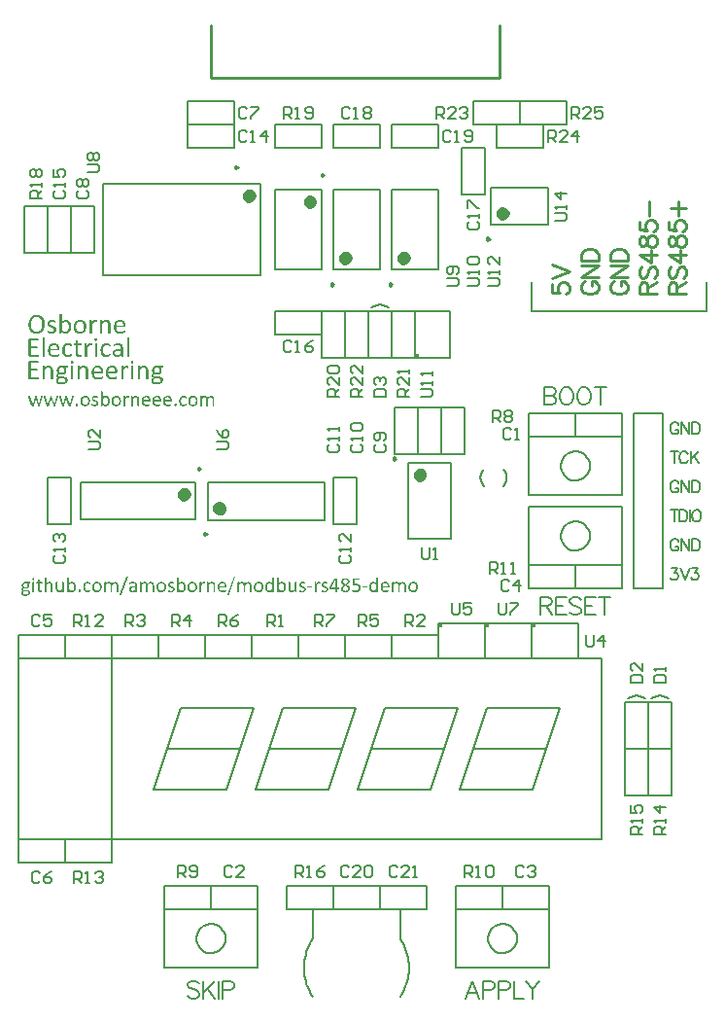
<source format=gto>
G04*
G04 #@! TF.GenerationSoftware,Altium Limited,Altium Designer,22.4.2 (48)*
G04*
G04 Layer_Color=65535*
%FSLAX25Y25*%
%MOIN*%
G70*
G04*
G04 #@! TF.SameCoordinates,72E6E30A-1C0B-45E9-B78B-765FFEEE1884*
G04*
G04*
G04 #@! TF.FilePolarity,Positive*
G04*
G01*
G75*
%ADD10C,0.00750*%
%ADD11C,0.00984*%
%ADD12C,0.02362*%
%ADD13C,0.00787*%
%ADD14C,0.00800*%
%ADD15C,0.01000*%
%ADD16C,0.00600*%
%ADD17R,0.01500X0.01500*%
G36*
X39219Y237127D02*
X39320Y237116D01*
X39431Y237105D01*
X39553Y237071D01*
X39675Y237038D01*
X39786Y236982D01*
X39797Y236971D01*
X39842Y236960D01*
X39886Y236927D01*
X39964Y236882D01*
X40031Y236827D01*
X40119Y236760D01*
X40197Y236682D01*
X40264Y236593D01*
X40275Y236582D01*
X40297Y236549D01*
X40330Y236493D01*
X40364Y236427D01*
X40408Y236349D01*
X40453Y236249D01*
X40497Y236138D01*
X40530Y236016D01*
Y236005D01*
X40542Y235960D01*
X40564Y235894D01*
X40575Y235793D01*
X40597Y235682D01*
X40608Y235549D01*
X40619Y235394D01*
Y235227D01*
Y232594D01*
Y232583D01*
Y232572D01*
X40597Y232527D01*
X40586Y232516D01*
X40530Y232483D01*
X40519D01*
X40497Y232472D01*
X40464D01*
X40408Y232460D01*
X40364D01*
X40297Y232449D01*
X40086D01*
X40020Y232460D01*
X40008D01*
X39986Y232472D01*
X39908Y232483D01*
X39897D01*
X39886Y232494D01*
X39842Y232527D01*
Y232549D01*
X39831Y232594D01*
Y235127D01*
Y235138D01*
Y235193D01*
Y235260D01*
X39819Y235338D01*
X39808Y235527D01*
X39786Y235627D01*
X39764Y235716D01*
Y235727D01*
X39753Y235760D01*
X39742Y235793D01*
X39720Y235849D01*
X39675Y235982D01*
X39597Y236105D01*
Y236116D01*
X39575Y236138D01*
X39520Y236205D01*
X39431Y236282D01*
X39308Y236360D01*
X39297D01*
X39275Y236371D01*
X39242Y236393D01*
X39197Y236404D01*
X39064Y236438D01*
X38908Y236449D01*
X38853D01*
X38797Y236438D01*
X38720Y236427D01*
X38631Y236393D01*
X38531Y236360D01*
X38420Y236304D01*
X38309Y236227D01*
X38297Y236216D01*
X38253Y236193D01*
X38197Y236138D01*
X38120Y236071D01*
X38020Y235982D01*
X37920Y235882D01*
X37809Y235760D01*
X37686Y235616D01*
Y232594D01*
Y232583D01*
Y232572D01*
X37664Y232527D01*
X37653Y232516D01*
X37598Y232483D01*
X37586D01*
X37564Y232472D01*
X37531D01*
X37475Y232460D01*
X37431D01*
X37364Y232449D01*
X37153D01*
X37086Y232460D01*
X37075D01*
X37053Y232472D01*
X36975Y232483D01*
X36964D01*
X36953Y232494D01*
X36909Y232527D01*
Y232549D01*
X36898Y232594D01*
Y236916D01*
Y236927D01*
Y236938D01*
X36909Y236982D01*
X36920Y236993D01*
X36942Y237016D01*
X36964Y237027D01*
X36975D01*
X36998Y237038D01*
X37031Y237049D01*
X37075Y237060D01*
X37086D01*
X37120Y237071D01*
X37364D01*
X37420Y237060D01*
X37431D01*
X37464Y237049D01*
X37497Y237038D01*
X37531Y237027D01*
X37542D01*
X37553Y237016D01*
X37575Y237004D01*
X37586Y236982D01*
X37598Y236971D01*
X37609Y236916D01*
Y236349D01*
X37631Y236371D01*
X37675Y236416D01*
X37742Y236482D01*
X37842Y236571D01*
X37942Y236671D01*
X38064Y236771D01*
X38197Y236860D01*
X38331Y236938D01*
X38353Y236949D01*
X38397Y236971D01*
X38464Y237004D01*
X38564Y237038D01*
X38675Y237071D01*
X38797Y237105D01*
X38931Y237127D01*
X39064Y237138D01*
X39142D01*
X39219Y237127D01*
D02*
G37*
G36*
X35498D02*
X35509D01*
X35542Y237116D01*
X35598Y237105D01*
X35653Y237093D01*
X35664D01*
X35709Y237082D01*
X35753Y237071D01*
X35809Y237049D01*
X35820D01*
X35853Y237038D01*
X35886Y237027D01*
X35909Y237004D01*
X35920D01*
X35931Y236993D01*
X35953Y236960D01*
X35964Y236949D01*
Y236905D01*
Y236893D01*
X35975Y236882D01*
Y236849D01*
Y236805D01*
Y236793D01*
X35987Y236760D01*
Y236716D01*
Y236638D01*
Y236616D01*
Y236571D01*
Y236516D01*
X35975Y236460D01*
Y236449D01*
Y236427D01*
X35953Y236349D01*
Y236338D01*
X35942Y236327D01*
X35920Y236282D01*
X35909Y236271D01*
X35864Y236260D01*
X35831D01*
X35764Y236282D01*
X35753D01*
X35731Y236293D01*
X35687Y236316D01*
X35642Y236327D01*
X35631D01*
X35598Y236338D01*
X35553Y236360D01*
X35487Y236371D01*
X35476D01*
X35431Y236382D01*
X35364Y236393D01*
X35276D01*
X35220Y236382D01*
X35153Y236371D01*
X35064Y236338D01*
X35042Y236327D01*
X34998Y236304D01*
X34920Y236249D01*
X34820Y236182D01*
X34798Y236160D01*
X34742Y236105D01*
X34653Y236005D01*
X34553Y235882D01*
X34542Y235871D01*
X34531Y235849D01*
X34498Y235816D01*
X34464Y235760D01*
X34420Y235694D01*
X34376Y235616D01*
X34253Y235438D01*
Y232594D01*
Y232583D01*
Y232572D01*
X34231Y232527D01*
X34220Y232516D01*
X34165Y232483D01*
X34153D01*
X34131Y232472D01*
X34098D01*
X34042Y232460D01*
X33998D01*
X33931Y232449D01*
X33720D01*
X33653Y232460D01*
X33642D01*
X33620Y232472D01*
X33542Y232483D01*
X33531D01*
X33520Y232494D01*
X33476Y232527D01*
Y232549D01*
X33465Y232594D01*
Y236916D01*
Y236927D01*
Y236938D01*
X33476Y236982D01*
X33487Y236993D01*
X33509Y237016D01*
X33531Y237027D01*
X33542D01*
X33565Y237038D01*
X33598Y237049D01*
X33642Y237060D01*
X33653D01*
X33687Y237071D01*
X33931D01*
X33987Y237060D01*
X33998D01*
X34031Y237049D01*
X34064Y237038D01*
X34098Y237027D01*
X34109D01*
X34120Y237016D01*
X34142Y237004D01*
X34153Y236982D01*
X34165Y236971D01*
X34176Y236916D01*
Y236282D01*
X34187Y236293D01*
X34209Y236327D01*
X34242Y236371D01*
X34287Y236438D01*
X34387Y236571D01*
X34509Y236704D01*
X34520Y236716D01*
X34531Y236738D01*
X34609Y236805D01*
X34698Y236882D01*
X34798Y236960D01*
X34809D01*
X34820Y236971D01*
X34887Y237016D01*
X34975Y237060D01*
X35076Y237093D01*
X35087D01*
X35098Y237105D01*
X35164Y237116D01*
X35253Y237127D01*
X35353Y237138D01*
X35442D01*
X35498Y237127D01*
D02*
G37*
G36*
X20810D02*
X20933Y237105D01*
X20966D01*
X20999Y237093D01*
X21044Y237082D01*
X21144Y237060D01*
X21244Y237027D01*
X21255D01*
X21266Y237016D01*
X21332Y237004D01*
X21410Y236971D01*
X21488Y236938D01*
X21510Y236927D01*
X21543Y236905D01*
X21588Y236882D01*
X21632Y236849D01*
X21644D01*
X21666Y236827D01*
X21688Y236805D01*
X21699Y236782D01*
X21710Y236760D01*
X21721Y236716D01*
Y236704D01*
X21732Y236693D01*
X21744Y236627D01*
Y236616D01*
X21755Y236593D01*
Y236549D01*
Y236505D01*
Y236493D01*
Y236449D01*
Y236404D01*
X21744Y236349D01*
Y236338D01*
X21732Y236316D01*
X21710Y236260D01*
X21699Y236238D01*
X21677Y236205D01*
X21666D01*
X21621Y236193D01*
X21610D01*
X21588Y236205D01*
X21555Y236216D01*
X21499Y236238D01*
X21488Y236249D01*
X21443Y236271D01*
X21377Y236304D01*
X21288Y236349D01*
X21266Y236360D01*
X21210Y236393D01*
X21110Y236427D01*
X20988Y236471D01*
X20977D01*
X20955Y236482D01*
X20921Y236493D01*
X20877Y236505D01*
X20744Y236516D01*
X20588Y236527D01*
X20521D01*
X20466Y236516D01*
X20355Y236505D01*
X20233Y236471D01*
X20221D01*
X20210Y236460D01*
X20144Y236438D01*
X20055Y236393D01*
X19977Y236338D01*
X19966Y236327D01*
X19921Y236282D01*
X19877Y236216D01*
X19833Y236138D01*
X19821Y236116D01*
X19810Y236071D01*
X19799Y235994D01*
X19788Y235894D01*
Y235882D01*
Y235860D01*
Y235827D01*
X19799Y235782D01*
X19821Y235682D01*
X19877Y235571D01*
X19899Y235549D01*
X19944Y235493D01*
X20021Y235427D01*
X20121Y235349D01*
X20133D01*
X20155Y235338D01*
X20177Y235316D01*
X20221Y235294D01*
X20333Y235238D01*
X20477Y235182D01*
X20488D01*
X20510Y235171D01*
X20555Y235149D01*
X20599Y235138D01*
X20732Y235082D01*
X20877Y235027D01*
X20888D01*
X20910Y235016D01*
X20955Y234994D01*
X20999Y234971D01*
X21133Y234916D01*
X21277Y234838D01*
X21288D01*
X21310Y234816D01*
X21344Y234794D01*
X21399Y234771D01*
X21510Y234694D01*
X21632Y234594D01*
X21644Y234582D01*
X21655Y234571D01*
X21688Y234538D01*
X21721Y234505D01*
X21799Y234394D01*
X21877Y234249D01*
Y234238D01*
X21888Y234216D01*
X21910Y234171D01*
X21932Y234116D01*
X21944Y234049D01*
X21966Y233960D01*
X21977Y233771D01*
Y233760D01*
Y233716D01*
X21966Y233649D01*
Y233572D01*
X21944Y233483D01*
X21921Y233383D01*
X21888Y233283D01*
X21844Y233183D01*
Y233172D01*
X21821Y233138D01*
X21788Y233094D01*
X21755Y233038D01*
X21644Y232894D01*
X21499Y232749D01*
X21488Y232738D01*
X21455Y232716D01*
X21410Y232694D01*
X21355Y232649D01*
X21277Y232605D01*
X21177Y232560D01*
X21077Y232516D01*
X20966Y232483D01*
X20955D01*
X20910Y232472D01*
X20844Y232460D01*
X20766Y232438D01*
X20666Y232427D01*
X20544Y232405D01*
X20410Y232394D01*
X20188D01*
X20133Y232405D01*
X19988Y232416D01*
X19833Y232438D01*
X19821D01*
X19799Y232449D01*
X19766D01*
X19710Y232460D01*
X19599Y232483D01*
X19466Y232516D01*
X19455D01*
X19444Y232527D01*
X19366Y232549D01*
X19277Y232583D01*
X19177Y232627D01*
X19155Y232638D01*
X19110Y232672D01*
X19055Y232705D01*
X19011Y232738D01*
X18999Y232749D01*
X18988Y232772D01*
X18966Y232816D01*
X18944Y232872D01*
Y232883D01*
X18933Y232938D01*
X18922Y233005D01*
Y233105D01*
Y233116D01*
Y233160D01*
Y233205D01*
Y233260D01*
Y233272D01*
X18933Y233294D01*
Y233327D01*
X18944Y233360D01*
Y233371D01*
X18955Y233383D01*
X18977Y233405D01*
X18988Y233416D01*
X18999D01*
X19011Y233427D01*
X19055Y233438D01*
X19066D01*
X19088Y233427D01*
X19133Y233416D01*
X19199Y233371D01*
X19221Y233360D01*
X19277Y233327D01*
X19355Y233283D01*
X19455Y233227D01*
X19466D01*
X19488Y233216D01*
X19510Y233205D01*
X19555Y233183D01*
X19666Y233138D01*
X19810Y233083D01*
X19821D01*
X19844Y233071D01*
X19888Y233060D01*
X19955D01*
X20021Y233049D01*
X20110Y233038D01*
X20299Y233027D01*
X20421D01*
X20533Y233038D01*
X20655Y233060D01*
X20666D01*
X20688Y233071D01*
X20755Y233094D01*
X20844Y233127D01*
X20944Y233183D01*
X20955D01*
X20966Y233194D01*
X21010Y233249D01*
X21077Y233316D01*
X21133Y233405D01*
Y233416D01*
X21144Y233427D01*
X21166Y233494D01*
X21188Y233594D01*
X21199Y233716D01*
Y233727D01*
Y233749D01*
Y233783D01*
X21188Y233816D01*
X21155Y233916D01*
X21099Y234016D01*
Y234027D01*
X21088Y234038D01*
X21033Y234094D01*
X20955Y234171D01*
X20855Y234238D01*
X20844D01*
X20832Y234260D01*
X20799Y234271D01*
X20755Y234294D01*
X20644Y234349D01*
X20510Y234405D01*
X20499D01*
X20477Y234416D01*
X20444Y234438D01*
X20388Y234449D01*
X20266Y234505D01*
X20110Y234560D01*
X20099D01*
X20077Y234571D01*
X20033Y234594D01*
X19988Y234616D01*
X19855Y234682D01*
X19710Y234749D01*
X19699D01*
X19677Y234771D01*
X19644Y234794D01*
X19599Y234816D01*
X19488Y234894D01*
X19366Y234994D01*
X19355Y235005D01*
X19344Y235027D01*
X19310Y235049D01*
X19277Y235094D01*
X19199Y235205D01*
X19122Y235349D01*
Y235360D01*
X19110Y235382D01*
X19099Y235427D01*
X19077Y235493D01*
X19066Y235560D01*
X19044Y235649D01*
X19033Y235849D01*
Y235860D01*
Y235894D01*
Y235938D01*
X19044Y236005D01*
X19066Y236160D01*
X19122Y236338D01*
Y236349D01*
X19144Y236382D01*
X19166Y236427D01*
X19199Y236482D01*
X19288Y236616D01*
X19410Y236749D01*
X19421Y236760D01*
X19444Y236782D01*
X19488Y236816D01*
X19544Y236849D01*
X19622Y236893D01*
X19699Y236938D01*
X19899Y237027D01*
X19910D01*
X19955Y237049D01*
X20010Y237060D01*
X20099Y237082D01*
X20199Y237105D01*
X20321Y237116D01*
X20455Y237138D01*
X20699D01*
X20810Y237127D01*
D02*
G37*
G36*
X44019D02*
X44141Y237116D01*
X44275Y237093D01*
X44419Y237071D01*
X44563Y237027D01*
X44708Y236971D01*
X44719Y236960D01*
X44774Y236938D01*
X44841Y236905D01*
X44919Y236849D01*
X45008Y236793D01*
X45108Y236716D01*
X45208Y236627D01*
X45297Y236527D01*
X45308Y236516D01*
X45330Y236482D01*
X45375Y236416D01*
X45430Y236338D01*
X45486Y236249D01*
X45541Y236138D01*
X45597Y236016D01*
X45641Y235882D01*
Y235871D01*
X45663Y235816D01*
X45674Y235749D01*
X45697Y235649D01*
X45719Y235527D01*
X45730Y235394D01*
X45752Y235249D01*
Y235094D01*
Y234949D01*
Y234938D01*
Y234916D01*
X45741Y234849D01*
X45708Y234760D01*
X45652Y234682D01*
X45641Y234671D01*
X45597Y234649D01*
X45530Y234616D01*
X45441Y234605D01*
X42597D01*
Y234594D01*
Y234538D01*
Y234471D01*
X42608Y234383D01*
Y234282D01*
X42630Y234171D01*
X42664Y233949D01*
Y233938D01*
X42675Y233905D01*
X42697Y233849D01*
X42719Y233783D01*
X42797Y233616D01*
X42908Y233449D01*
X42919Y233438D01*
X42941Y233416D01*
X42975Y233383D01*
X43030Y233338D01*
X43086Y233283D01*
X43164Y233238D01*
X43341Y233138D01*
X43352D01*
X43386Y233127D01*
X43453Y233105D01*
X43530Y233094D01*
X43630Y233071D01*
X43741Y233049D01*
X43863Y233038D01*
X44119D01*
X44197Y233049D01*
X44375Y233060D01*
X44552Y233083D01*
X44563D01*
X44597Y233094D01*
X44641Y233105D01*
X44697Y233116D01*
X44830Y233149D01*
X44974Y233194D01*
X44986D01*
X45008Y233205D01*
X45074Y233238D01*
X45175Y233272D01*
X45263Y233305D01*
X45274D01*
X45286Y233316D01*
X45330Y233338D01*
X45386Y233349D01*
X45441Y233360D01*
X45463D01*
X45497Y233338D01*
X45508D01*
X45519Y233327D01*
X45541Y233283D01*
Y233272D01*
X45552Y233260D01*
X45563Y233194D01*
Y233183D01*
X45575Y233160D01*
Y233105D01*
Y233049D01*
Y233038D01*
Y233016D01*
X45563Y232938D01*
Y232927D01*
Y232916D01*
X45552Y232849D01*
X45541Y232827D01*
X45519Y232783D01*
X45508Y232772D01*
X45486Y232738D01*
X45463Y232716D01*
X45408Y232694D01*
X45330Y232649D01*
X45319D01*
X45308Y232638D01*
X45274Y232627D01*
X45241Y232616D01*
X45130Y232583D01*
X44986Y232538D01*
X44974D01*
X44952Y232527D01*
X44908Y232516D01*
X44852Y232505D01*
X44786Y232494D01*
X44697Y232472D01*
X44508Y232438D01*
X44497D01*
X44464Y232427D01*
X44408D01*
X44341Y232416D01*
X44252Y232405D01*
X44152D01*
X43930Y232394D01*
X43841D01*
X43741Y232405D01*
X43619Y232416D01*
X43464Y232427D01*
X43308Y232460D01*
X43152Y232494D01*
X42997Y232538D01*
X42975Y232549D01*
X42930Y232560D01*
X42853Y232605D01*
X42764Y232649D01*
X42652Y232705D01*
X42541Y232783D01*
X42430Y232872D01*
X42319Y232972D01*
X42308Y232983D01*
X42275Y233027D01*
X42230Y233094D01*
X42164Y233172D01*
X42097Y233283D01*
X42030Y233405D01*
X41964Y233549D01*
X41908Y233705D01*
Y233727D01*
X41886Y233783D01*
X41864Y233872D01*
X41842Y234005D01*
X41819Y234149D01*
X41797Y234327D01*
X41786Y234527D01*
X41775Y234738D01*
Y234749D01*
Y234760D01*
Y234827D01*
X41786Y234938D01*
X41797Y235071D01*
X41808Y235227D01*
X41830Y235394D01*
X41864Y235571D01*
X41908Y235738D01*
X41919Y235760D01*
X41930Y235816D01*
X41964Y235894D01*
X42019Y236005D01*
X42075Y236116D01*
X42142Y236249D01*
X42230Y236371D01*
X42319Y236493D01*
X42330Y236505D01*
X42364Y236549D01*
X42430Y236604D01*
X42508Y236671D01*
X42597Y236749D01*
X42708Y236827D01*
X42841Y236905D01*
X42975Y236971D01*
X42997Y236982D01*
X43041Y236993D01*
X43119Y237027D01*
X43230Y237060D01*
X43352Y237082D01*
X43508Y237116D01*
X43663Y237127D01*
X43841Y237138D01*
X43930D01*
X44019Y237127D01*
D02*
G37*
G36*
X30365D02*
X30487Y237116D01*
X30632Y237093D01*
X30787Y237071D01*
X30943Y237027D01*
X31098Y236971D01*
X31120Y236960D01*
X31165Y236938D01*
X31243Y236905D01*
X31332Y236860D01*
X31442Y236793D01*
X31554Y236716D01*
X31665Y236627D01*
X31765Y236516D01*
X31776Y236505D01*
X31809Y236460D01*
X31854Y236393D01*
X31920Y236316D01*
X31976Y236205D01*
X32043Y236082D01*
X32109Y235938D01*
X32165Y235782D01*
X32176Y235760D01*
X32187Y235705D01*
X32209Y235616D01*
X32231Y235493D01*
X32254Y235349D01*
X32276Y235182D01*
X32298Y235005D01*
Y234805D01*
Y234794D01*
Y234783D01*
Y234716D01*
X32287Y234616D01*
X32276Y234494D01*
X32265Y234338D01*
X32243Y234183D01*
X32198Y234005D01*
X32154Y233838D01*
X32142Y233816D01*
X32131Y233760D01*
X32098Y233683D01*
X32043Y233572D01*
X31987Y233460D01*
X31920Y233327D01*
X31831Y233194D01*
X31731Y233071D01*
X31720Y233060D01*
X31687Y233016D01*
X31620Y232960D01*
X31543Y232894D01*
X31442Y232805D01*
X31332Y232727D01*
X31198Y232649D01*
X31043Y232572D01*
X31020Y232560D01*
X30965Y232549D01*
X30887Y232516D01*
X30765Y232483D01*
X30632Y232449D01*
X30465Y232427D01*
X30287Y232405D01*
X30087Y232394D01*
X29998D01*
X29898Y232405D01*
X29776Y232416D01*
X29621Y232427D01*
X29465Y232460D01*
X29309Y232494D01*
X29154Y232549D01*
X29132Y232560D01*
X29087Y232583D01*
X29010Y232616D01*
X28921Y232661D01*
X28821Y232727D01*
X28710Y232805D01*
X28598Y232905D01*
X28487Y233005D01*
X28476Y233016D01*
X28443Y233060D01*
X28398Y233127D01*
X28343Y233205D01*
X28276Y233316D01*
X28221Y233438D01*
X28154Y233583D01*
X28098Y233738D01*
Y233760D01*
X28076Y233816D01*
X28065Y233905D01*
X28043Y234027D01*
X28021Y234171D01*
X27999Y234338D01*
X27987Y234516D01*
X27976Y234716D01*
Y234727D01*
Y234738D01*
Y234805D01*
X27987Y234905D01*
X27999Y235038D01*
X28010Y235193D01*
X28032Y235349D01*
X28065Y235527D01*
X28110Y235694D01*
X28121Y235716D01*
X28132Y235771D01*
X28165Y235849D01*
X28209Y235960D01*
X28265Y236071D01*
X28343Y236205D01*
X28421Y236338D01*
X28521Y236460D01*
X28532Y236471D01*
X28576Y236516D01*
X28632Y236571D01*
X28710Y236649D01*
X28809Y236727D01*
X28932Y236805D01*
X29065Y236893D01*
X29209Y236960D01*
X29232Y236971D01*
X29287Y236993D01*
X29365Y237016D01*
X29487Y237049D01*
X29632Y237082D01*
X29787Y237116D01*
X29976Y237127D01*
X30176Y237138D01*
X30265D01*
X30365Y237127D01*
D02*
G37*
G36*
X23688Y239160D02*
X23699D01*
X23732Y239149D01*
X23777Y239138D01*
X23810Y239126D01*
X23821D01*
X23832Y239115D01*
X23877Y239071D01*
X23888Y239060D01*
X23899Y239015D01*
Y236427D01*
X23910Y236438D01*
X23932Y236460D01*
X23966Y236493D01*
X24021Y236538D01*
X24132Y236638D01*
X24265Y236749D01*
X24277Y236760D01*
X24299Y236771D01*
X24332Y236793D01*
X24377Y236827D01*
X24488Y236905D01*
X24610Y236971D01*
X24621D01*
X24643Y236982D01*
X24677Y237004D01*
X24721Y237016D01*
X24832Y237060D01*
X24965Y237093D01*
X24976D01*
X24999Y237105D01*
X25032D01*
X25076Y237116D01*
X25199Y237127D01*
X25332Y237138D01*
X25410D01*
X25499Y237127D01*
X25610Y237116D01*
X25732Y237093D01*
X25865Y237060D01*
X25999Y237016D01*
X26132Y236949D01*
X26143Y236938D01*
X26188Y236916D01*
X26254Y236871D01*
X26332Y236816D01*
X26421Y236738D01*
X26510Y236649D01*
X26599Y236549D01*
X26676Y236438D01*
X26687Y236427D01*
X26710Y236382D01*
X26754Y236316D01*
X26799Y236227D01*
X26843Y236127D01*
X26899Y235994D01*
X26943Y235860D01*
X26987Y235705D01*
Y235682D01*
X26999Y235627D01*
X27021Y235549D01*
X27043Y235438D01*
X27054Y235305D01*
X27076Y235149D01*
X27087Y234994D01*
Y234816D01*
Y234805D01*
Y234794D01*
Y234760D01*
Y234716D01*
X27076Y234616D01*
Y234483D01*
X27054Y234316D01*
X27032Y234149D01*
X26999Y233971D01*
X26954Y233805D01*
Y233783D01*
X26932Y233727D01*
X26899Y233649D01*
X26865Y233538D01*
X26810Y233427D01*
X26754Y233294D01*
X26676Y233160D01*
X26599Y233038D01*
X26588Y233027D01*
X26554Y232983D01*
X26510Y232927D01*
X26443Y232860D01*
X26354Y232783D01*
X26254Y232705D01*
X26132Y232627D01*
X26010Y232560D01*
X25999Y232549D01*
X25954Y232538D01*
X25876Y232505D01*
X25788Y232483D01*
X25665Y232449D01*
X25532Y232416D01*
X25388Y232405D01*
X25221Y232394D01*
X25143D01*
X25099Y232405D01*
X24965Y232416D01*
X24832Y232438D01*
X24821D01*
X24799Y232449D01*
X24765Y232460D01*
X24732Y232472D01*
X24621Y232505D01*
X24499Y232560D01*
X24488D01*
X24465Y232572D01*
X24432Y232594D01*
X24399Y232627D01*
X24288Y232694D01*
X24154Y232783D01*
X24143Y232794D01*
X24121Y232805D01*
X24088Y232838D01*
X24043Y232883D01*
X23932Y232994D01*
X23799Y233127D01*
Y232594D01*
Y232572D01*
X23777Y232527D01*
X23765Y232505D01*
X23754Y232494D01*
X23721Y232483D01*
X23710D01*
X23688Y232472D01*
X23654D01*
X23610Y232460D01*
X23566D01*
X23521Y232449D01*
X23343D01*
X23288Y232460D01*
X23277D01*
X23255Y232472D01*
X23177Y232483D01*
X23166D01*
X23155Y232494D01*
X23132Y232505D01*
X23121Y232516D01*
Y232527D01*
Y232538D01*
X23110Y232594D01*
Y239015D01*
Y239026D01*
Y239038D01*
X23121Y239071D01*
Y239082D01*
X23143Y239093D01*
X23188Y239126D01*
X23199D01*
X23221Y239138D01*
X23255Y239149D01*
X23299Y239160D01*
X23310D01*
X23355Y239171D01*
X23632D01*
X23688Y239160D01*
D02*
G37*
G36*
X15577Y238771D02*
X15744Y238760D01*
X15933Y238726D01*
X16133Y238693D01*
X16333Y238638D01*
X16533Y238571D01*
X16544D01*
X16555Y238560D01*
X16622Y238538D01*
X16711Y238482D01*
X16833Y238415D01*
X16966Y238327D01*
X17111Y238227D01*
X17244Y238104D01*
X17377Y237960D01*
X17388Y237938D01*
X17433Y237893D01*
X17500Y237804D01*
X17566Y237693D01*
X17655Y237549D01*
X17744Y237382D01*
X17822Y237193D01*
X17888Y236982D01*
Y236971D01*
X17899Y236960D01*
Y236927D01*
X17911Y236882D01*
X17933Y236827D01*
X17944Y236760D01*
X17977Y236604D01*
X17999Y236404D01*
X18033Y236171D01*
X18044Y235927D01*
X18055Y235649D01*
Y235638D01*
Y235616D01*
Y235571D01*
Y235527D01*
Y235460D01*
X18044Y235382D01*
X18033Y235205D01*
X18011Y234994D01*
X17977Y234760D01*
X17933Y234527D01*
X17877Y234294D01*
Y234282D01*
X17866Y234271D01*
X17855Y234238D01*
X17844Y234194D01*
X17799Y234083D01*
X17744Y233938D01*
X17666Y233783D01*
X17577Y233605D01*
X17466Y233438D01*
X17344Y233272D01*
X17333Y233249D01*
X17277Y233205D01*
X17199Y233127D01*
X17099Y233027D01*
X16966Y232927D01*
X16822Y232816D01*
X16644Y232716D01*
X16455Y232616D01*
X16444D01*
X16433Y232605D01*
X16400Y232594D01*
X16366Y232583D01*
X16244Y232549D01*
X16100Y232505D01*
X15922Y232460D01*
X15711Y232427D01*
X15466Y232405D01*
X15211Y232394D01*
X15089D01*
X15033Y232405D01*
X14966D01*
X14800Y232416D01*
X14611Y232438D01*
X14400Y232483D01*
X14200Y232527D01*
X14000Y232594D01*
X13978Y232605D01*
X13911Y232638D01*
X13822Y232683D01*
X13700Y232749D01*
X13567Y232838D01*
X13433Y232938D01*
X13289Y233060D01*
X13156Y233205D01*
X13144Y233227D01*
X13100Y233272D01*
X13044Y233360D01*
X12967Y233483D01*
X12889Y233627D01*
X12800Y233794D01*
X12722Y233982D01*
X12655Y234194D01*
Y234205D01*
X12644Y234216D01*
Y234249D01*
X12633Y234294D01*
X12622Y234349D01*
X12611Y234416D01*
X12578Y234582D01*
X12544Y234783D01*
X12522Y235016D01*
X12511Y235271D01*
X12500Y235549D01*
Y235560D01*
Y235582D01*
Y235616D01*
Y235671D01*
Y235738D01*
X12511Y235816D01*
X12522Y235994D01*
X12544Y236193D01*
X12567Y236427D01*
X12611Y236649D01*
X12667Y236882D01*
Y236893D01*
X12678Y236905D01*
X12689Y236938D01*
X12700Y236982D01*
X12744Y237093D01*
X12800Y237238D01*
X12878Y237393D01*
X12967Y237560D01*
X13078Y237727D01*
X13200Y237893D01*
X13222Y237915D01*
X13267Y237960D01*
X13344Y238038D01*
X13444Y238138D01*
X13578Y238238D01*
X13722Y238349D01*
X13900Y238449D01*
X14089Y238549D01*
X14100D01*
X14111Y238560D01*
X14144Y238571D01*
X14189Y238582D01*
X14300Y238627D01*
X14444Y238671D01*
X14622Y238704D01*
X14844Y238749D01*
X15078Y238771D01*
X15333Y238782D01*
X15444D01*
X15577Y238771D01*
D02*
G37*
G36*
X35776Y230830D02*
X35898Y230796D01*
X35953Y230774D01*
X35998Y230741D01*
X36020Y230718D01*
X36031Y230696D01*
X36053Y230652D01*
X36075Y230607D01*
X36086Y230541D01*
X36109Y230463D01*
Y230363D01*
Y230352D01*
Y230318D01*
Y230274D01*
X36098Y230207D01*
X36064Y230085D01*
X36031Y230030D01*
X35998Y229985D01*
X35975Y229974D01*
X35953Y229952D01*
X35909Y229941D01*
X35864Y229919D01*
X35787Y229896D01*
X35709Y229885D01*
X35520D01*
X35453Y229896D01*
X35331Y229919D01*
X35276Y229941D01*
X35231Y229974D01*
X35220Y229996D01*
X35198Y230018D01*
X35187Y230063D01*
X35164Y230107D01*
X35142Y230174D01*
X35131Y230252D01*
Y230352D01*
Y230363D01*
Y230396D01*
X35142Y230441D01*
Y230507D01*
X35175Y230630D01*
X35198Y230685D01*
X35231Y230730D01*
X35253Y230752D01*
X35276Y230763D01*
X35320Y230785D01*
X35375Y230807D01*
X35442Y230818D01*
X35520Y230841D01*
X35709D01*
X35776Y230830D01*
D02*
G37*
G36*
X33831Y229107D02*
X33842D01*
X33876Y229096D01*
X33931Y229085D01*
X33987Y229074D01*
X33998D01*
X34042Y229063D01*
X34087Y229052D01*
X34142Y229030D01*
X34153D01*
X34187Y229019D01*
X34220Y229008D01*
X34242Y228985D01*
X34253D01*
X34264Y228974D01*
X34287Y228941D01*
X34298Y228930D01*
Y228885D01*
Y228874D01*
X34309Y228863D01*
Y228830D01*
Y228785D01*
Y228774D01*
X34320Y228741D01*
Y228696D01*
Y228619D01*
Y228596D01*
Y228552D01*
Y228496D01*
X34309Y228441D01*
Y228430D01*
Y228408D01*
X34287Y228330D01*
Y228319D01*
X34276Y228308D01*
X34253Y228263D01*
X34242Y228252D01*
X34198Y228241D01*
X34165D01*
X34098Y228263D01*
X34087D01*
X34064Y228274D01*
X34020Y228296D01*
X33976Y228308D01*
X33964D01*
X33931Y228319D01*
X33887Y228341D01*
X33820Y228352D01*
X33809D01*
X33764Y228363D01*
X33698Y228374D01*
X33609D01*
X33553Y228363D01*
X33487Y228352D01*
X33398Y228319D01*
X33376Y228308D01*
X33331Y228285D01*
X33253Y228230D01*
X33154Y228163D01*
X33131Y228141D01*
X33076Y228085D01*
X32987Y227985D01*
X32887Y227863D01*
X32876Y227852D01*
X32865Y227830D01*
X32831Y227797D01*
X32798Y227741D01*
X32754Y227674D01*
X32709Y227596D01*
X32587Y227419D01*
Y224575D01*
Y224564D01*
Y224552D01*
X32565Y224508D01*
X32554Y224497D01*
X32498Y224464D01*
X32487D01*
X32465Y224452D01*
X32431D01*
X32376Y224441D01*
X32331D01*
X32265Y224430D01*
X32054D01*
X31987Y224441D01*
X31976D01*
X31954Y224452D01*
X31876Y224464D01*
X31865D01*
X31854Y224475D01*
X31809Y224508D01*
Y224530D01*
X31798Y224575D01*
Y228896D01*
Y228907D01*
Y228919D01*
X31809Y228963D01*
X31820Y228974D01*
X31842Y228996D01*
X31865Y229008D01*
X31876D01*
X31898Y229019D01*
X31931Y229030D01*
X31976Y229041D01*
X31987D01*
X32020Y229052D01*
X32265D01*
X32320Y229041D01*
X32331D01*
X32365Y229030D01*
X32398Y229019D01*
X32431Y229008D01*
X32443D01*
X32454Y228996D01*
X32476Y228985D01*
X32487Y228963D01*
X32498Y228952D01*
X32509Y228896D01*
Y228263D01*
X32520Y228274D01*
X32542Y228308D01*
X32576Y228352D01*
X32620Y228419D01*
X32720Y228552D01*
X32842Y228685D01*
X32853Y228696D01*
X32865Y228719D01*
X32942Y228785D01*
X33031Y228863D01*
X33131Y228941D01*
X33142D01*
X33154Y228952D01*
X33220Y228996D01*
X33309Y229041D01*
X33409Y229074D01*
X33420D01*
X33431Y229085D01*
X33498Y229096D01*
X33587Y229107D01*
X33687Y229119D01*
X33776D01*
X33831Y229107D01*
D02*
G37*
G36*
X39453Y229096D02*
X39597Y229074D01*
X39608D01*
X39631Y229063D01*
X39664D01*
X39720Y229052D01*
X39831Y229019D01*
X39953Y228974D01*
X39964D01*
X39986Y228963D01*
X40053Y228930D01*
X40142Y228885D01*
X40242Y228830D01*
X40253D01*
X40264Y228819D01*
X40319Y228785D01*
X40375Y228741D01*
X40431Y228696D01*
X40442Y228685D01*
X40464Y228663D01*
X40486Y228641D01*
X40508Y228608D01*
Y228596D01*
X40519Y228585D01*
X40542Y228519D01*
Y228507D01*
X40553Y228485D01*
X40564Y228419D01*
Y228408D01*
X40575Y228385D01*
Y228330D01*
Y228274D01*
Y228263D01*
Y228241D01*
Y228174D01*
X40553Y228085D01*
X40530Y228008D01*
X40519Y227996D01*
X40497Y227974D01*
X40464Y227952D01*
X40419Y227941D01*
X40408D01*
X40375Y227952D01*
X40319Y227974D01*
X40253Y228019D01*
X40242Y228030D01*
X40186Y228074D01*
X40119Y228119D01*
X40020Y228185D01*
X40008D01*
X39997Y228208D01*
X39964Y228219D01*
X39919Y228241D01*
X39808Y228308D01*
X39664Y228363D01*
X39653D01*
X39631Y228374D01*
X39586Y228396D01*
X39531Y228408D01*
X39464Y228430D01*
X39375Y228441D01*
X39186Y228452D01*
X39164D01*
X39097Y228441D01*
X38986Y228430D01*
X38864Y228396D01*
X38720Y228341D01*
X38575Y228263D01*
X38431Y228152D01*
X38309Y228008D01*
X38297Y227985D01*
X38264Y227930D01*
X38208Y227819D01*
X38164Y227685D01*
X38109Y227497D01*
X38053Y227285D01*
X38020Y227030D01*
X38009Y226730D01*
Y226708D01*
Y226663D01*
Y226586D01*
X38020Y226485D01*
X38031Y226374D01*
X38042Y226252D01*
X38086Y225997D01*
Y225986D01*
X38097Y225941D01*
X38120Y225886D01*
X38142Y225819D01*
X38220Y225641D01*
X38320Y225475D01*
X38331Y225463D01*
X38353Y225441D01*
X38386Y225408D01*
X38431Y225352D01*
X38542Y225252D01*
X38697Y225163D01*
X38708D01*
X38742Y225152D01*
X38786Y225130D01*
X38842Y225119D01*
X38920Y225097D01*
X39009Y225075D01*
X39208Y225063D01*
X39308D01*
X39364Y225075D01*
X39520Y225097D01*
X39686Y225141D01*
X39697D01*
X39720Y225152D01*
X39764Y225174D01*
X39808Y225197D01*
X39931Y225263D01*
X40042Y225330D01*
X40053D01*
X40064Y225352D01*
X40131Y225397D01*
X40220Y225452D01*
X40297Y225519D01*
X40319Y225530D01*
X40364Y225563D01*
X40419Y225597D01*
X40464Y225608D01*
X40486D01*
X40519Y225586D01*
X40530Y225574D01*
X40553Y225519D01*
Y225508D01*
X40564Y225486D01*
X40575Y225452D01*
X40586Y225397D01*
Y225386D01*
X40597Y225352D01*
Y225308D01*
Y225241D01*
Y225230D01*
Y225197D01*
Y225152D01*
X40586Y225097D01*
Y225086D01*
Y225063D01*
X40564Y224997D01*
X40553Y224975D01*
X40530Y224930D01*
Y224919D01*
X40519Y224908D01*
X40497Y224875D01*
X40464Y224830D01*
X40453Y224819D01*
X40419Y224797D01*
X40353Y224741D01*
X40264Y224686D01*
X40253D01*
X40242Y224675D01*
X40208Y224652D01*
X40164Y224630D01*
X40064Y224586D01*
X39931Y224530D01*
X39919D01*
X39897Y224519D01*
X39864Y224508D01*
X39819Y224497D01*
X39697Y224452D01*
X39542Y224419D01*
X39531D01*
X39508Y224408D01*
X39464D01*
X39408Y224397D01*
X39275Y224386D01*
X39108Y224375D01*
X39031D01*
X38942Y224386D01*
X38831Y224397D01*
X38697Y224408D01*
X38564Y224441D01*
X38420Y224475D01*
X38275Y224519D01*
X38264Y224530D01*
X38220Y224552D01*
X38153Y224586D01*
X38064Y224630D01*
X37975Y224697D01*
X37875Y224775D01*
X37775Y224864D01*
X37675Y224963D01*
X37664Y224975D01*
X37631Y225019D01*
X37586Y225086D01*
X37542Y225163D01*
X37475Y225274D01*
X37420Y225397D01*
X37364Y225541D01*
X37309Y225697D01*
Y225719D01*
X37286Y225775D01*
X37275Y225863D01*
X37253Y225986D01*
X37231Y226130D01*
X37209Y226297D01*
X37198Y226485D01*
X37186Y226686D01*
Y226697D01*
Y226719D01*
Y226752D01*
Y226797D01*
X37198Y226919D01*
X37209Y227063D01*
X37220Y227241D01*
X37253Y227419D01*
X37286Y227608D01*
X37342Y227785D01*
X37353Y227808D01*
X37375Y227863D01*
X37409Y227941D01*
X37453Y228052D01*
X37509Y228163D01*
X37586Y228296D01*
X37675Y228419D01*
X37764Y228530D01*
X37775Y228541D01*
X37809Y228574D01*
X37864Y228630D01*
X37942Y228696D01*
X38031Y228774D01*
X38142Y228841D01*
X38264Y228919D01*
X38397Y228974D01*
X38420Y228985D01*
X38464Y228996D01*
X38542Y229019D01*
X38642Y229052D01*
X38764Y229074D01*
X38897Y229096D01*
X39042Y229107D01*
X39197Y229119D01*
X39331D01*
X39453Y229096D01*
D02*
G37*
G36*
X26321D02*
X26465Y229074D01*
X26476D01*
X26499Y229063D01*
X26532D01*
X26588Y229052D01*
X26699Y229019D01*
X26821Y228974D01*
X26832D01*
X26854Y228963D01*
X26921Y228930D01*
X27010Y228885D01*
X27110Y228830D01*
X27121D01*
X27132Y228819D01*
X27187Y228785D01*
X27243Y228741D01*
X27299Y228696D01*
X27310Y228685D01*
X27332Y228663D01*
X27354Y228641D01*
X27376Y228608D01*
Y228596D01*
X27387Y228585D01*
X27410Y228519D01*
Y228507D01*
X27421Y228485D01*
X27432Y228419D01*
Y228408D01*
X27443Y228385D01*
Y228330D01*
Y228274D01*
Y228263D01*
Y228241D01*
Y228174D01*
X27421Y228085D01*
X27398Y228008D01*
X27387Y227996D01*
X27365Y227974D01*
X27332Y227952D01*
X27287Y227941D01*
X27276D01*
X27243Y227952D01*
X27187Y227974D01*
X27121Y228019D01*
X27110Y228030D01*
X27054Y228074D01*
X26987Y228119D01*
X26888Y228185D01*
X26876D01*
X26865Y228208D01*
X26832Y228219D01*
X26787Y228241D01*
X26676Y228308D01*
X26532Y228363D01*
X26521D01*
X26499Y228374D01*
X26454Y228396D01*
X26399Y228408D01*
X26332Y228430D01*
X26243Y228441D01*
X26054Y228452D01*
X26032D01*
X25965Y228441D01*
X25854Y228430D01*
X25732Y228396D01*
X25588Y228341D01*
X25443Y228263D01*
X25299Y228152D01*
X25177Y228008D01*
X25165Y227985D01*
X25132Y227930D01*
X25076Y227819D01*
X25032Y227685D01*
X24976Y227497D01*
X24921Y227285D01*
X24888Y227030D01*
X24877Y226730D01*
Y226708D01*
Y226663D01*
Y226586D01*
X24888Y226485D01*
X24899Y226374D01*
X24910Y226252D01*
X24954Y225997D01*
Y225986D01*
X24965Y225941D01*
X24988Y225886D01*
X25010Y225819D01*
X25088Y225641D01*
X25188Y225475D01*
X25199Y225463D01*
X25221Y225441D01*
X25254Y225408D01*
X25299Y225352D01*
X25410Y225252D01*
X25565Y225163D01*
X25576D01*
X25610Y225152D01*
X25654Y225130D01*
X25710Y225119D01*
X25788Y225097D01*
X25876Y225075D01*
X26076Y225063D01*
X26176D01*
X26232Y225075D01*
X26388Y225097D01*
X26554Y225141D01*
X26565D01*
X26588Y225152D01*
X26632Y225174D01*
X26676Y225197D01*
X26799Y225263D01*
X26910Y225330D01*
X26921D01*
X26932Y225352D01*
X26999Y225397D01*
X27087Y225452D01*
X27165Y225519D01*
X27187Y225530D01*
X27232Y225563D01*
X27287Y225597D01*
X27332Y225608D01*
X27354D01*
X27387Y225586D01*
X27398Y225574D01*
X27421Y225519D01*
Y225508D01*
X27432Y225486D01*
X27443Y225452D01*
X27454Y225397D01*
Y225386D01*
X27465Y225352D01*
Y225308D01*
Y225241D01*
Y225230D01*
Y225197D01*
Y225152D01*
X27454Y225097D01*
Y225086D01*
Y225063D01*
X27432Y224997D01*
X27421Y224975D01*
X27398Y224930D01*
Y224919D01*
X27387Y224908D01*
X27365Y224875D01*
X27332Y224830D01*
X27321Y224819D01*
X27287Y224797D01*
X27221Y224741D01*
X27132Y224686D01*
X27121D01*
X27110Y224675D01*
X27076Y224652D01*
X27032Y224630D01*
X26932Y224586D01*
X26799Y224530D01*
X26787D01*
X26765Y224519D01*
X26732Y224508D01*
X26687Y224497D01*
X26565Y224452D01*
X26410Y224419D01*
X26399D01*
X26376Y224408D01*
X26332D01*
X26276Y224397D01*
X26143Y224386D01*
X25976Y224375D01*
X25899D01*
X25810Y224386D01*
X25699Y224397D01*
X25565Y224408D01*
X25432Y224441D01*
X25288Y224475D01*
X25143Y224519D01*
X25132Y224530D01*
X25088Y224552D01*
X25021Y224586D01*
X24932Y224630D01*
X24843Y224697D01*
X24743Y224775D01*
X24643Y224864D01*
X24543Y224963D01*
X24532Y224975D01*
X24499Y225019D01*
X24454Y225086D01*
X24410Y225163D01*
X24343Y225274D01*
X24288Y225397D01*
X24232Y225541D01*
X24177Y225697D01*
Y225719D01*
X24154Y225775D01*
X24143Y225863D01*
X24121Y225986D01*
X24099Y226130D01*
X24077Y226297D01*
X24066Y226485D01*
X24054Y226686D01*
Y226697D01*
Y226719D01*
Y226752D01*
Y226797D01*
X24066Y226919D01*
X24077Y227063D01*
X24088Y227241D01*
X24121Y227419D01*
X24154Y227608D01*
X24210Y227785D01*
X24221Y227808D01*
X24243Y227863D01*
X24277Y227941D01*
X24321Y228052D01*
X24377Y228163D01*
X24454Y228296D01*
X24543Y228419D01*
X24632Y228530D01*
X24643Y228541D01*
X24677Y228574D01*
X24732Y228630D01*
X24810Y228696D01*
X24899Y228774D01*
X25010Y228841D01*
X25132Y228919D01*
X25265Y228974D01*
X25288Y228985D01*
X25332Y228996D01*
X25410Y229019D01*
X25510Y229052D01*
X25632Y229074D01*
X25765Y229096D01*
X25910Y229107D01*
X26065Y229119D01*
X26199D01*
X26321Y229096D01*
D02*
G37*
G36*
X15822Y230652D02*
X15833D01*
X15844Y230641D01*
X15866Y230585D01*
Y230574D01*
X15877Y230552D01*
X15889Y230518D01*
X15900Y230474D01*
Y230463D01*
X15911Y230430D01*
X15922Y230385D01*
Y230318D01*
Y230307D01*
Y230263D01*
X15911Y230219D01*
X15900Y230163D01*
Y230152D01*
X15889Y230130D01*
X15866Y230052D01*
X15855Y230030D01*
X15822Y229996D01*
X15800D01*
X15755Y229985D01*
X13322D01*
Y228041D01*
X15422D01*
X15466Y228019D01*
X15477D01*
X15489Y228008D01*
X15522Y227952D01*
Y227941D01*
X15533Y227930D01*
X15544Y227896D01*
X15555Y227852D01*
Y227841D01*
X15566Y227808D01*
Y227752D01*
Y227685D01*
Y227674D01*
Y227641D01*
Y227596D01*
X15555Y227541D01*
Y227530D01*
X15544Y227508D01*
X15533Y227474D01*
X15522Y227441D01*
X15511Y227419D01*
X15466Y227385D01*
X15444D01*
X15400Y227374D01*
X13322D01*
Y225152D01*
X15800D01*
X15844Y225130D01*
X15855D01*
X15866Y225119D01*
X15900Y225063D01*
X15911Y225052D01*
X15922Y225041D01*
X15933Y225008D01*
X15944Y224963D01*
Y224952D01*
X15955Y224919D01*
Y224864D01*
Y224797D01*
Y224786D01*
Y224741D01*
Y224697D01*
X15944Y224641D01*
Y224630D01*
X15933Y224608D01*
X15900Y224541D01*
Y224530D01*
X15889Y224519D01*
X15844Y224475D01*
X15833D01*
X15777Y224464D01*
X12778D01*
X12733Y224475D01*
X12667Y224497D01*
X12589Y224530D01*
X12578Y224541D01*
X12544Y224597D01*
X12511Y224675D01*
X12500Y224797D01*
Y230330D01*
Y230341D01*
Y230363D01*
X12511Y230430D01*
X12533Y230518D01*
X12589Y230596D01*
X12611Y230607D01*
X12655Y230641D01*
X12722Y230663D01*
X12800Y230674D01*
X15777D01*
X15822Y230652D01*
D02*
G37*
G36*
X46930Y231141D02*
X46941D01*
X46974Y231130D01*
X47019Y231118D01*
X47052Y231107D01*
X47063D01*
X47074Y231096D01*
X47119Y231052D01*
X47130Y231041D01*
X47141Y230996D01*
Y224575D01*
Y224564D01*
Y224552D01*
X47119Y224508D01*
X47108Y224497D01*
X47052Y224464D01*
X47041D01*
X47019Y224452D01*
X46985D01*
X46930Y224441D01*
X46885D01*
X46819Y224430D01*
X46608D01*
X46541Y224441D01*
X46530D01*
X46508Y224452D01*
X46430Y224464D01*
X46419D01*
X46408Y224475D01*
X46363Y224508D01*
Y224530D01*
X46352Y224575D01*
Y230996D01*
Y231007D01*
Y231018D01*
X46363Y231052D01*
Y231063D01*
X46385Y231074D01*
X46430Y231107D01*
X46441D01*
X46463Y231118D01*
X46497Y231130D01*
X46541Y231141D01*
X46552D01*
X46597Y231152D01*
X46874D01*
X46930Y231141D01*
D02*
G37*
G36*
X43464Y229107D02*
X43586Y229096D01*
X43719Y229074D01*
X43852Y229041D01*
X43975Y229008D01*
X43986D01*
X44030Y228985D01*
X44086Y228963D01*
X44164Y228930D01*
X44341Y228830D01*
X44430Y228763D01*
X44508Y228696D01*
X44519Y228685D01*
X44541Y228663D01*
X44575Y228619D01*
X44619Y228563D01*
X44664Y228485D01*
X44719Y228396D01*
X44763Y228296D01*
X44797Y228185D01*
Y228174D01*
X44808Y228130D01*
X44830Y228074D01*
X44852Y227985D01*
X44863Y227885D01*
X44886Y227763D01*
X44897Y227630D01*
Y227485D01*
Y224564D01*
Y224552D01*
Y224530D01*
X44875Y224508D01*
X44852Y224486D01*
X44841D01*
X44830Y224475D01*
X44797Y224464D01*
X44741Y224452D01*
X44730D01*
X44697Y224441D01*
X44630Y224430D01*
X44486D01*
X44419Y224441D01*
X44352Y224452D01*
X44341D01*
X44308Y224464D01*
X44275Y224475D01*
X44241Y224486D01*
X44230Y224508D01*
X44219Y224530D01*
X44208Y224564D01*
Y224997D01*
X44197Y224986D01*
X44164Y224952D01*
X44097Y224897D01*
X44030Y224830D01*
X43930Y224752D01*
X43819Y224675D01*
X43708Y224597D01*
X43575Y224530D01*
X43564Y224519D01*
X43519Y224508D01*
X43441Y224486D01*
X43352Y224452D01*
X43241Y224419D01*
X43119Y224397D01*
X42986Y224386D01*
X42841Y224375D01*
X42719D01*
X42630Y224386D01*
X42541Y224397D01*
X42430Y224408D01*
X42219Y224464D01*
X42208D01*
X42175Y224475D01*
X42119Y224497D01*
X42064Y224519D01*
X41908Y224597D01*
X41753Y224708D01*
X41741Y224719D01*
X41719Y224741D01*
X41686Y224775D01*
X41642Y224830D01*
X41597Y224886D01*
X41541Y224963D01*
X41453Y225130D01*
Y225141D01*
X41442Y225174D01*
X41419Y225219D01*
X41408Y225297D01*
X41386Y225375D01*
X41364Y225463D01*
X41353Y225686D01*
Y225697D01*
Y225741D01*
X41364Y225808D01*
X41375Y225897D01*
X41386Y225997D01*
X41419Y226097D01*
X41453Y226208D01*
X41497Y226308D01*
X41508Y226319D01*
X41519Y226352D01*
X41553Y226408D01*
X41608Y226474D01*
X41664Y226541D01*
X41741Y226619D01*
X41819Y226697D01*
X41919Y226763D01*
X41930Y226774D01*
X41975Y226797D01*
X42030Y226830D01*
X42108Y226863D01*
X42208Y226908D01*
X42319Y226952D01*
X42453Y226997D01*
X42597Y227030D01*
X42619D01*
X42675Y227041D01*
X42753Y227063D01*
X42864Y227074D01*
X42997Y227097D01*
X43152Y227108D01*
X43330Y227119D01*
X44108D01*
Y227452D01*
Y227463D01*
Y227497D01*
Y227541D01*
X44097Y227596D01*
X44086Y227741D01*
X44052Y227885D01*
Y227896D01*
X44041Y227919D01*
X44030Y227952D01*
X44008Y227996D01*
X43952Y228108D01*
X43875Y228208D01*
Y228219D01*
X43852Y228230D01*
X43797Y228285D01*
X43697Y228352D01*
X43575Y228408D01*
X43564D01*
X43541Y228419D01*
X43497Y228430D01*
X43453Y228441D01*
X43386Y228452D01*
X43308Y228463D01*
X43119Y228474D01*
X43008D01*
X42941Y228463D01*
X42764Y228441D01*
X42586Y228396D01*
X42575D01*
X42553Y228385D01*
X42508Y228374D01*
X42453Y228352D01*
X42319Y228308D01*
X42186Y228241D01*
X42175D01*
X42153Y228230D01*
X42119Y228219D01*
X42086Y228197D01*
X41986Y228152D01*
X41886Y228097D01*
X41864Y228085D01*
X41819Y228063D01*
X41764Y228041D01*
X41719Y228030D01*
X41697D01*
X41642Y228041D01*
X41630Y228052D01*
X41597Y228097D01*
Y228108D01*
X41586Y228130D01*
X41564Y228197D01*
Y228208D01*
Y228241D01*
Y228285D01*
Y228330D01*
Y228341D01*
Y228352D01*
Y228396D01*
Y228463D01*
X41575Y228519D01*
Y228530D01*
X41597Y228563D01*
X41619Y228608D01*
X41653Y228652D01*
X41664Y228663D01*
X41708Y228696D01*
X41775Y228741D01*
X41875Y228796D01*
X41886D01*
X41908Y228807D01*
X41941Y228830D01*
X41986Y228852D01*
X42097Y228896D01*
X42241Y228952D01*
X42253D01*
X42275Y228963D01*
X42319Y228974D01*
X42375Y228996D01*
X42441Y229008D01*
X42519Y229030D01*
X42697Y229063D01*
X42708D01*
X42741Y229074D01*
X42786Y229085D01*
X42853Y229096D01*
X42919D01*
X43008Y229107D01*
X43186Y229119D01*
X43352D01*
X43464Y229107D01*
D02*
G37*
G36*
X35809Y229041D02*
X35820D01*
X35853Y229030D01*
X35898Y229019D01*
X35931Y229008D01*
X35942D01*
X35953Y228996D01*
X35998Y228952D01*
X36009Y228941D01*
X36020Y228896D01*
Y224575D01*
Y224564D01*
Y224552D01*
X35998Y224508D01*
X35987Y224497D01*
X35931Y224464D01*
X35920D01*
X35898Y224452D01*
X35864D01*
X35809Y224441D01*
X35764D01*
X35698Y224430D01*
X35487D01*
X35420Y224441D01*
X35409D01*
X35387Y224452D01*
X35309Y224464D01*
X35298D01*
X35287Y224475D01*
X35242Y224508D01*
Y224530D01*
X35231Y224575D01*
Y228896D01*
Y228907D01*
Y228919D01*
X35242Y228952D01*
Y228963D01*
X35264Y228974D01*
X35309Y229008D01*
X35320D01*
X35342Y229019D01*
X35375Y229030D01*
X35420Y229041D01*
X35431D01*
X35476Y229052D01*
X35753D01*
X35809Y229041D01*
D02*
G37*
G36*
X17788Y231141D02*
X17799D01*
X17833Y231130D01*
X17877Y231118D01*
X17911Y231107D01*
X17922D01*
X17933Y231096D01*
X17977Y231052D01*
X17988Y231041D01*
X17999Y230996D01*
Y224575D01*
Y224564D01*
Y224552D01*
X17977Y224508D01*
X17966Y224497D01*
X17911Y224464D01*
X17899D01*
X17877Y224452D01*
X17844D01*
X17788Y224441D01*
X17744D01*
X17677Y224430D01*
X17466D01*
X17400Y224441D01*
X17388D01*
X17366Y224452D01*
X17288Y224464D01*
X17277D01*
X17266Y224475D01*
X17222Y224508D01*
Y224530D01*
X17211Y224575D01*
Y230996D01*
Y231007D01*
Y231018D01*
X17222Y231052D01*
Y231063D01*
X17244Y231074D01*
X17288Y231107D01*
X17300D01*
X17322Y231118D01*
X17355Y231130D01*
X17400Y231141D01*
X17411D01*
X17455Y231152D01*
X17733D01*
X17788Y231141D01*
D02*
G37*
G36*
X29276Y230196D02*
X29287D01*
X29320Y230185D01*
X29365Y230174D01*
X29398Y230163D01*
X29409D01*
X29421Y230152D01*
X29465Y230107D01*
X29476Y230096D01*
X29487Y230052D01*
Y229030D01*
X30609D01*
X30654Y229008D01*
X30665D01*
X30676Y228996D01*
X30709Y228941D01*
Y228930D01*
X30720Y228919D01*
X30731Y228885D01*
X30743Y228841D01*
Y228830D01*
X30754Y228807D01*
Y228752D01*
Y228696D01*
Y228685D01*
Y228663D01*
Y228596D01*
X30731Y228519D01*
X30709Y228441D01*
X30698Y228430D01*
X30676Y228408D01*
X30643Y228385D01*
X30587Y228374D01*
X29487D01*
Y225963D01*
Y225941D01*
Y225886D01*
X29498Y225808D01*
Y225708D01*
X29543Y225486D01*
X29565Y225386D01*
X29609Y225286D01*
X29621Y225274D01*
X29632Y225252D01*
X29665Y225219D01*
X29721Y225174D01*
X29787Y225130D01*
X29865Y225097D01*
X29965Y225075D01*
X30087Y225063D01*
X30209D01*
X30276Y225075D01*
X30287D01*
X30332Y225086D01*
X30376Y225108D01*
X30432Y225119D01*
X30443Y225130D01*
X30476Y225141D01*
X30543Y225174D01*
X30554D01*
X30576Y225186D01*
X30643Y225197D01*
X30654D01*
X30687Y225174D01*
X30698Y225163D01*
X30720Y225130D01*
Y225119D01*
X30731Y225108D01*
X30743Y225041D01*
Y225030D01*
X30754Y225008D01*
Y224952D01*
Y224897D01*
Y224875D01*
Y224819D01*
X30743Y224752D01*
X30731Y224675D01*
Y224663D01*
X30720Y224630D01*
X30698Y224586D01*
X30665Y224552D01*
X30654D01*
X30643Y224530D01*
X30609Y224508D01*
X30554Y224486D01*
X30543D01*
X30498Y224475D01*
X30443Y224464D01*
X30376Y224441D01*
X30365D01*
X30320Y224430D01*
X30254Y224419D01*
X30176Y224408D01*
X30154D01*
X30109Y224397D01*
X30032Y224386D01*
X29832D01*
X29754Y224397D01*
X29665Y224408D01*
X29565Y224419D01*
X29376Y224464D01*
X29365D01*
X29343Y224486D01*
X29298Y224497D01*
X29243Y224530D01*
X29109Y224619D01*
X28987Y224730D01*
X28976Y224741D01*
X28965Y224763D01*
X28932Y224808D01*
X28898Y224864D01*
X28865Y224930D01*
X28832Y225008D01*
X28765Y225197D01*
Y225208D01*
X28754Y225241D01*
X28743Y225308D01*
X28732Y225386D01*
X28721Y225475D01*
X28710Y225586D01*
X28698Y225708D01*
Y225841D01*
Y228374D01*
X28076D01*
X28043Y228385D01*
X27999Y228408D01*
X27965Y228441D01*
Y228452D01*
X27954Y228507D01*
X27943Y228585D01*
X27932Y228696D01*
Y228708D01*
Y228752D01*
Y228796D01*
X27943Y228841D01*
Y228852D01*
X27954Y228874D01*
Y228907D01*
X27965Y228941D01*
Y228952D01*
X27976Y228963D01*
X28021Y229008D01*
X28032D01*
X28043Y229019D01*
X28087Y229030D01*
X28698D01*
Y230052D01*
Y230063D01*
Y230074D01*
X28710Y230107D01*
Y230118D01*
X28732Y230130D01*
X28776Y230163D01*
X28787D01*
X28809Y230174D01*
X28843Y230185D01*
X28887Y230196D01*
X28898D01*
X28943Y230207D01*
X29221D01*
X29276Y230196D01*
D02*
G37*
G36*
X21421Y229107D02*
X21543Y229096D01*
X21677Y229074D01*
X21821Y229052D01*
X21966Y229008D01*
X22110Y228952D01*
X22121Y228941D01*
X22177Y228919D01*
X22243Y228885D01*
X22321Y228830D01*
X22410Y228774D01*
X22510Y228696D01*
X22610Y228608D01*
X22699Y228507D01*
X22710Y228496D01*
X22732Y228463D01*
X22777Y228396D01*
X22832Y228319D01*
X22888Y228230D01*
X22943Y228119D01*
X22999Y227996D01*
X23043Y227863D01*
Y227852D01*
X23066Y227797D01*
X23077Y227730D01*
X23099Y227630D01*
X23121Y227508D01*
X23132Y227374D01*
X23155Y227230D01*
Y227074D01*
Y226930D01*
Y226919D01*
Y226897D01*
X23143Y226830D01*
X23110Y226741D01*
X23054Y226663D01*
X23043Y226652D01*
X22999Y226630D01*
X22932Y226597D01*
X22843Y226586D01*
X19999D01*
Y226574D01*
Y226519D01*
Y226452D01*
X20010Y226363D01*
Y226263D01*
X20033Y226152D01*
X20066Y225930D01*
Y225919D01*
X20077Y225886D01*
X20099Y225830D01*
X20121Y225763D01*
X20199Y225597D01*
X20310Y225430D01*
X20321Y225419D01*
X20344Y225397D01*
X20377Y225363D01*
X20433Y225319D01*
X20488Y225263D01*
X20566Y225219D01*
X20744Y225119D01*
X20755D01*
X20788Y225108D01*
X20855Y225086D01*
X20933Y225075D01*
X21033Y225052D01*
X21144Y225030D01*
X21266Y225019D01*
X21521D01*
X21599Y225030D01*
X21777Y225041D01*
X21955Y225063D01*
X21966D01*
X21999Y225075D01*
X22043Y225086D01*
X22099Y225097D01*
X22232Y225130D01*
X22377Y225174D01*
X22388D01*
X22410Y225186D01*
X22477Y225219D01*
X22577Y225252D01*
X22666Y225286D01*
X22677D01*
X22688Y225297D01*
X22732Y225319D01*
X22788Y225330D01*
X22843Y225341D01*
X22866D01*
X22899Y225319D01*
X22910D01*
X22921Y225308D01*
X22943Y225263D01*
Y225252D01*
X22954Y225241D01*
X22966Y225174D01*
Y225163D01*
X22977Y225141D01*
Y225086D01*
Y225030D01*
Y225019D01*
Y224997D01*
X22966Y224919D01*
Y224908D01*
Y224897D01*
X22954Y224830D01*
X22943Y224808D01*
X22921Y224763D01*
X22910Y224752D01*
X22888Y224719D01*
X22866Y224697D01*
X22810Y224675D01*
X22732Y224630D01*
X22721D01*
X22710Y224619D01*
X22677Y224608D01*
X22643Y224597D01*
X22532Y224564D01*
X22388Y224519D01*
X22377D01*
X22355Y224508D01*
X22310Y224497D01*
X22255Y224486D01*
X22188Y224475D01*
X22099Y224452D01*
X21910Y224419D01*
X21899D01*
X21866Y224408D01*
X21810D01*
X21744Y224397D01*
X21655Y224386D01*
X21555D01*
X21332Y224375D01*
X21244D01*
X21144Y224386D01*
X21021Y224397D01*
X20866Y224408D01*
X20710Y224441D01*
X20555Y224475D01*
X20399Y224519D01*
X20377Y224530D01*
X20333Y224541D01*
X20255Y224586D01*
X20166Y224630D01*
X20055Y224686D01*
X19944Y224763D01*
X19833Y224852D01*
X19722Y224952D01*
X19710Y224963D01*
X19677Y225008D01*
X19633Y225075D01*
X19566Y225152D01*
X19499Y225263D01*
X19433Y225386D01*
X19366Y225530D01*
X19310Y225686D01*
Y225708D01*
X19288Y225763D01*
X19266Y225852D01*
X19244Y225986D01*
X19221Y226130D01*
X19199Y226308D01*
X19188Y226508D01*
X19177Y226719D01*
Y226730D01*
Y226741D01*
Y226808D01*
X19188Y226919D01*
X19199Y227052D01*
X19210Y227208D01*
X19233Y227374D01*
X19266Y227552D01*
X19310Y227719D01*
X19321Y227741D01*
X19333Y227797D01*
X19366Y227874D01*
X19421Y227985D01*
X19477Y228097D01*
X19544Y228230D01*
X19633Y228352D01*
X19722Y228474D01*
X19733Y228485D01*
X19766Y228530D01*
X19833Y228585D01*
X19910Y228652D01*
X19999Y228730D01*
X20110Y228807D01*
X20244Y228885D01*
X20377Y228952D01*
X20399Y228963D01*
X20444Y228974D01*
X20521Y229008D01*
X20632Y229041D01*
X20755Y229063D01*
X20910Y229096D01*
X21066Y229107D01*
X21244Y229119D01*
X21332D01*
X21421Y229107D01*
D02*
G37*
G36*
X48185Y223121D02*
X48307Y223088D01*
X48363Y223066D01*
X48408Y223032D01*
X48430Y223010D01*
X48441Y222988D01*
X48463Y222944D01*
X48485Y222899D01*
X48496Y222832D01*
X48519Y222755D01*
Y222655D01*
Y222644D01*
Y222610D01*
Y222566D01*
X48507Y222499D01*
X48474Y222377D01*
X48441Y222322D01*
X48408Y222277D01*
X48385Y222266D01*
X48363Y222244D01*
X48319Y222233D01*
X48274Y222210D01*
X48196Y222188D01*
X48119Y222177D01*
X47930D01*
X47863Y222188D01*
X47741Y222210D01*
X47685Y222233D01*
X47641Y222266D01*
X47630Y222288D01*
X47608Y222310D01*
X47596Y222355D01*
X47574Y222399D01*
X47552Y222466D01*
X47541Y222544D01*
Y222644D01*
Y222655D01*
Y222688D01*
X47552Y222733D01*
Y222799D01*
X47585Y222921D01*
X47608Y222977D01*
X47641Y223021D01*
X47663Y223044D01*
X47685Y223055D01*
X47730Y223077D01*
X47785Y223099D01*
X47852Y223110D01*
X47930Y223132D01*
X48119D01*
X48185Y223121D01*
D02*
G37*
G36*
X27554D02*
X27676Y223088D01*
X27732Y223066D01*
X27776Y223032D01*
X27799Y223010D01*
X27810Y222988D01*
X27832Y222944D01*
X27854Y222899D01*
X27865Y222832D01*
X27887Y222755D01*
Y222655D01*
Y222644D01*
Y222610D01*
Y222566D01*
X27876Y222499D01*
X27843Y222377D01*
X27810Y222322D01*
X27776Y222277D01*
X27754Y222266D01*
X27732Y222244D01*
X27687Y222233D01*
X27643Y222210D01*
X27565Y222188D01*
X27487Y222177D01*
X27299D01*
X27232Y222188D01*
X27110Y222210D01*
X27054Y222233D01*
X27010Y222266D01*
X26999Y222288D01*
X26976Y222310D01*
X26965Y222355D01*
X26943Y222399D01*
X26921Y222466D01*
X26910Y222544D01*
Y222644D01*
Y222655D01*
Y222688D01*
X26921Y222733D01*
Y222799D01*
X26954Y222921D01*
X26976Y222977D01*
X27010Y223021D01*
X27032Y223044D01*
X27054Y223055D01*
X27099Y223077D01*
X27154Y223099D01*
X27221Y223110D01*
X27299Y223132D01*
X27487D01*
X27554Y223121D01*
D02*
G37*
G36*
X52218Y221399D02*
X52318Y221388D01*
X52429Y221377D01*
X52552Y221344D01*
X52674Y221310D01*
X52785Y221255D01*
X52796Y221244D01*
X52840Y221233D01*
X52885Y221199D01*
X52963Y221155D01*
X53029Y221099D01*
X53118Y221033D01*
X53196Y220955D01*
X53263Y220866D01*
X53274Y220855D01*
X53296Y220822D01*
X53329Y220766D01*
X53363Y220699D01*
X53407Y220622D01*
X53452Y220522D01*
X53496Y220411D01*
X53529Y220288D01*
Y220277D01*
X53540Y220233D01*
X53563Y220166D01*
X53574Y220066D01*
X53596Y219955D01*
X53607Y219822D01*
X53618Y219666D01*
Y219499D01*
Y216866D01*
Y216855D01*
Y216844D01*
X53596Y216800D01*
X53585Y216789D01*
X53529Y216755D01*
X53518D01*
X53496Y216744D01*
X53463D01*
X53407Y216733D01*
X53363D01*
X53296Y216722D01*
X53085D01*
X53018Y216733D01*
X53007D01*
X52985Y216744D01*
X52907Y216755D01*
X52896D01*
X52885Y216767D01*
X52840Y216800D01*
Y216822D01*
X52829Y216866D01*
Y219400D01*
Y219411D01*
Y219466D01*
Y219533D01*
X52818Y219611D01*
X52807Y219799D01*
X52785Y219900D01*
X52763Y219988D01*
Y220000D01*
X52751Y220033D01*
X52740Y220066D01*
X52718Y220122D01*
X52674Y220255D01*
X52596Y220377D01*
Y220388D01*
X52574Y220411D01*
X52518Y220477D01*
X52429Y220555D01*
X52307Y220633D01*
X52296D01*
X52274Y220644D01*
X52241Y220666D01*
X52196Y220677D01*
X52063Y220710D01*
X51907Y220722D01*
X51852D01*
X51796Y220710D01*
X51718Y220699D01*
X51629Y220666D01*
X51529Y220633D01*
X51418Y220577D01*
X51307Y220499D01*
X51296Y220488D01*
X51252Y220466D01*
X51196Y220411D01*
X51118Y220344D01*
X51018Y220255D01*
X50918Y220155D01*
X50807Y220033D01*
X50685Y219888D01*
Y216866D01*
Y216855D01*
Y216844D01*
X50663Y216800D01*
X50652Y216789D01*
X50596Y216755D01*
X50585D01*
X50563Y216744D01*
X50529D01*
X50474Y216733D01*
X50429D01*
X50363Y216722D01*
X50152D01*
X50085Y216733D01*
X50074D01*
X50052Y216744D01*
X49974Y216755D01*
X49963D01*
X49952Y216767D01*
X49907Y216800D01*
Y216822D01*
X49896Y216866D01*
Y221188D01*
Y221199D01*
Y221211D01*
X49907Y221255D01*
X49918Y221266D01*
X49941Y221288D01*
X49963Y221299D01*
X49974D01*
X49996Y221310D01*
X50030Y221322D01*
X50074Y221333D01*
X50085D01*
X50118Y221344D01*
X50363D01*
X50418Y221333D01*
X50429D01*
X50463Y221322D01*
X50496Y221310D01*
X50529Y221299D01*
X50541D01*
X50552Y221288D01*
X50574Y221277D01*
X50585Y221255D01*
X50596Y221244D01*
X50607Y221188D01*
Y220622D01*
X50630Y220644D01*
X50674Y220688D01*
X50741Y220755D01*
X50841Y220844D01*
X50941Y220944D01*
X51063Y221044D01*
X51196Y221133D01*
X51329Y221211D01*
X51352Y221222D01*
X51396Y221244D01*
X51463Y221277D01*
X51563Y221310D01*
X51674Y221344D01*
X51796Y221377D01*
X51929Y221399D01*
X52063Y221410D01*
X52140D01*
X52218Y221399D01*
D02*
G37*
G36*
X31587D02*
X31687Y221388D01*
X31798Y221377D01*
X31920Y221344D01*
X32043Y221310D01*
X32154Y221255D01*
X32165Y221244D01*
X32209Y221233D01*
X32254Y221199D01*
X32331Y221155D01*
X32398Y221099D01*
X32487Y221033D01*
X32565Y220955D01*
X32631Y220866D01*
X32642Y220855D01*
X32665Y220822D01*
X32698Y220766D01*
X32731Y220699D01*
X32776Y220622D01*
X32820Y220522D01*
X32865Y220411D01*
X32898Y220288D01*
Y220277D01*
X32909Y220233D01*
X32931Y220166D01*
X32942Y220066D01*
X32965Y219955D01*
X32976Y219822D01*
X32987Y219666D01*
Y219499D01*
Y216866D01*
Y216855D01*
Y216844D01*
X32965Y216800D01*
X32954Y216789D01*
X32898Y216755D01*
X32887D01*
X32865Y216744D01*
X32831D01*
X32776Y216733D01*
X32731D01*
X32665Y216722D01*
X32454D01*
X32387Y216733D01*
X32376D01*
X32354Y216744D01*
X32276Y216755D01*
X32265D01*
X32254Y216767D01*
X32209Y216800D01*
Y216822D01*
X32198Y216866D01*
Y219400D01*
Y219411D01*
Y219466D01*
Y219533D01*
X32187Y219611D01*
X32176Y219799D01*
X32154Y219900D01*
X32131Y219988D01*
Y220000D01*
X32120Y220033D01*
X32109Y220066D01*
X32087Y220122D01*
X32043Y220255D01*
X31965Y220377D01*
Y220388D01*
X31942Y220411D01*
X31887Y220477D01*
X31798Y220555D01*
X31676Y220633D01*
X31665D01*
X31642Y220644D01*
X31609Y220666D01*
X31565Y220677D01*
X31431Y220710D01*
X31276Y220722D01*
X31220D01*
X31165Y220710D01*
X31087Y220699D01*
X30998Y220666D01*
X30898Y220633D01*
X30787Y220577D01*
X30676Y220499D01*
X30665Y220488D01*
X30620Y220466D01*
X30565Y220411D01*
X30487Y220344D01*
X30387Y220255D01*
X30287Y220155D01*
X30176Y220033D01*
X30054Y219888D01*
Y216866D01*
Y216855D01*
Y216844D01*
X30032Y216800D01*
X30020Y216789D01*
X29965Y216755D01*
X29954D01*
X29932Y216744D01*
X29898D01*
X29843Y216733D01*
X29798D01*
X29732Y216722D01*
X29520D01*
X29454Y216733D01*
X29443D01*
X29421Y216744D01*
X29343Y216755D01*
X29332D01*
X29320Y216767D01*
X29276Y216800D01*
Y216822D01*
X29265Y216866D01*
Y221188D01*
Y221199D01*
Y221211D01*
X29276Y221255D01*
X29287Y221266D01*
X29309Y221288D01*
X29332Y221299D01*
X29343D01*
X29365Y221310D01*
X29398Y221322D01*
X29443Y221333D01*
X29454D01*
X29487Y221344D01*
X29732D01*
X29787Y221333D01*
X29798D01*
X29832Y221322D01*
X29865Y221310D01*
X29898Y221299D01*
X29909D01*
X29921Y221288D01*
X29943Y221277D01*
X29954Y221255D01*
X29965Y221244D01*
X29976Y221188D01*
Y220622D01*
X29998Y220644D01*
X30043Y220688D01*
X30109Y220755D01*
X30209Y220844D01*
X30309Y220944D01*
X30432Y221044D01*
X30565Y221133D01*
X30698Y221211D01*
X30720Y221222D01*
X30765Y221244D01*
X30832Y221277D01*
X30931Y221310D01*
X31043Y221344D01*
X31165Y221377D01*
X31298Y221399D01*
X31431Y221410D01*
X31509D01*
X31587Y221399D01*
D02*
G37*
G36*
X19533D02*
X19633Y221388D01*
X19744Y221377D01*
X19866Y221344D01*
X19988Y221310D01*
X20099Y221255D01*
X20110Y221244D01*
X20155Y221233D01*
X20199Y221199D01*
X20277Y221155D01*
X20344Y221099D01*
X20433Y221033D01*
X20510Y220955D01*
X20577Y220866D01*
X20588Y220855D01*
X20610Y220822D01*
X20644Y220766D01*
X20677Y220699D01*
X20721Y220622D01*
X20766Y220522D01*
X20810Y220411D01*
X20844Y220288D01*
Y220277D01*
X20855Y220233D01*
X20877Y220166D01*
X20888Y220066D01*
X20910Y219955D01*
X20921Y219822D01*
X20933Y219666D01*
Y219499D01*
Y216866D01*
Y216855D01*
Y216844D01*
X20910Y216800D01*
X20899Y216789D01*
X20844Y216755D01*
X20832D01*
X20810Y216744D01*
X20777D01*
X20721Y216733D01*
X20677D01*
X20610Y216722D01*
X20399D01*
X20333Y216733D01*
X20321D01*
X20299Y216744D01*
X20221Y216755D01*
X20210D01*
X20199Y216767D01*
X20155Y216800D01*
Y216822D01*
X20144Y216866D01*
Y219400D01*
Y219411D01*
Y219466D01*
Y219533D01*
X20133Y219611D01*
X20121Y219799D01*
X20099Y219900D01*
X20077Y219988D01*
Y220000D01*
X20066Y220033D01*
X20055Y220066D01*
X20033Y220122D01*
X19988Y220255D01*
X19910Y220377D01*
Y220388D01*
X19888Y220411D01*
X19833Y220477D01*
X19744Y220555D01*
X19622Y220633D01*
X19610D01*
X19588Y220644D01*
X19555Y220666D01*
X19510Y220677D01*
X19377Y220710D01*
X19221Y220722D01*
X19166D01*
X19110Y220710D01*
X19033Y220699D01*
X18944Y220666D01*
X18844Y220633D01*
X18733Y220577D01*
X18622Y220499D01*
X18610Y220488D01*
X18566Y220466D01*
X18510Y220411D01*
X18433Y220344D01*
X18333Y220255D01*
X18233Y220155D01*
X18122Y220033D01*
X17999Y219888D01*
Y216866D01*
Y216855D01*
Y216844D01*
X17977Y216800D01*
X17966Y216789D01*
X17911Y216755D01*
X17899D01*
X17877Y216744D01*
X17844D01*
X17788Y216733D01*
X17744D01*
X17677Y216722D01*
X17466D01*
X17400Y216733D01*
X17388D01*
X17366Y216744D01*
X17288Y216755D01*
X17277D01*
X17266Y216767D01*
X17222Y216800D01*
Y216822D01*
X17211Y216866D01*
Y221188D01*
Y221199D01*
Y221211D01*
X17222Y221255D01*
X17233Y221266D01*
X17255Y221288D01*
X17277Y221299D01*
X17288D01*
X17311Y221310D01*
X17344Y221322D01*
X17388Y221333D01*
X17400D01*
X17433Y221344D01*
X17677D01*
X17733Y221333D01*
X17744D01*
X17777Y221322D01*
X17811Y221310D01*
X17844Y221299D01*
X17855D01*
X17866Y221288D01*
X17888Y221277D01*
X17899Y221255D01*
X17911Y221244D01*
X17922Y221188D01*
Y220622D01*
X17944Y220644D01*
X17988Y220688D01*
X18055Y220755D01*
X18155Y220844D01*
X18255Y220944D01*
X18377Y221044D01*
X18510Y221133D01*
X18644Y221211D01*
X18666Y221222D01*
X18711Y221244D01*
X18777Y221277D01*
X18877Y221310D01*
X18988Y221344D01*
X19110Y221377D01*
X19244Y221399D01*
X19377Y221410D01*
X19455D01*
X19533Y221399D01*
D02*
G37*
G36*
X46241D02*
X46252D01*
X46286Y221388D01*
X46341Y221377D01*
X46397Y221366D01*
X46408D01*
X46452Y221355D01*
X46497Y221344D01*
X46552Y221322D01*
X46563D01*
X46597Y221310D01*
X46630Y221299D01*
X46652Y221277D01*
X46663D01*
X46674Y221266D01*
X46697Y221233D01*
X46708Y221222D01*
Y221177D01*
Y221166D01*
X46719Y221155D01*
Y221122D01*
Y221077D01*
Y221066D01*
X46730Y221033D01*
Y220988D01*
Y220911D01*
Y220888D01*
Y220844D01*
Y220788D01*
X46719Y220733D01*
Y220722D01*
Y220699D01*
X46697Y220622D01*
Y220611D01*
X46685Y220599D01*
X46663Y220555D01*
X46652Y220544D01*
X46608Y220533D01*
X46574D01*
X46508Y220555D01*
X46497D01*
X46474Y220566D01*
X46430Y220588D01*
X46385Y220599D01*
X46374D01*
X46341Y220611D01*
X46297Y220633D01*
X46230Y220644D01*
X46219D01*
X46174Y220655D01*
X46108Y220666D01*
X46019D01*
X45963Y220655D01*
X45897Y220644D01*
X45808Y220611D01*
X45786Y220599D01*
X45741Y220577D01*
X45663Y220522D01*
X45563Y220455D01*
X45541Y220433D01*
X45486Y220377D01*
X45397Y220277D01*
X45297Y220155D01*
X45286Y220144D01*
X45274Y220122D01*
X45241Y220088D01*
X45208Y220033D01*
X45163Y219966D01*
X45119Y219888D01*
X44997Y219711D01*
Y216866D01*
Y216855D01*
Y216844D01*
X44974Y216800D01*
X44963Y216789D01*
X44908Y216755D01*
X44897D01*
X44875Y216744D01*
X44841D01*
X44786Y216733D01*
X44741D01*
X44675Y216722D01*
X44464D01*
X44397Y216733D01*
X44386D01*
X44363Y216744D01*
X44286Y216755D01*
X44275D01*
X44263Y216767D01*
X44219Y216800D01*
Y216822D01*
X44208Y216866D01*
Y221188D01*
Y221199D01*
Y221211D01*
X44219Y221255D01*
X44230Y221266D01*
X44252Y221288D01*
X44275Y221299D01*
X44286D01*
X44308Y221310D01*
X44341Y221322D01*
X44386Y221333D01*
X44397D01*
X44430Y221344D01*
X44675D01*
X44730Y221333D01*
X44741D01*
X44774Y221322D01*
X44808Y221310D01*
X44841Y221299D01*
X44852D01*
X44863Y221288D01*
X44886Y221277D01*
X44897Y221255D01*
X44908Y221244D01*
X44919Y221188D01*
Y220555D01*
X44930Y220566D01*
X44952Y220599D01*
X44986Y220644D01*
X45030Y220710D01*
X45130Y220844D01*
X45252Y220977D01*
X45263Y220988D01*
X45274Y221010D01*
X45352Y221077D01*
X45441Y221155D01*
X45541Y221233D01*
X45552D01*
X45563Y221244D01*
X45630Y221288D01*
X45719Y221333D01*
X45819Y221366D01*
X45830D01*
X45841Y221377D01*
X45908Y221388D01*
X45997Y221399D01*
X46097Y221410D01*
X46185D01*
X46241Y221399D01*
D02*
G37*
G36*
X56751Y221388D02*
X56873Y221377D01*
X56907D01*
X56940Y221366D01*
X56984D01*
X57084Y221344D01*
X57196Y221322D01*
X58518D01*
X58551Y221310D01*
X58595Y221288D01*
X58629Y221233D01*
X58640Y221222D01*
X58651Y221177D01*
X58662Y221099D01*
X58673Y220999D01*
Y220988D01*
Y220977D01*
X58662Y220911D01*
X58651Y220822D01*
X58618Y220755D01*
X58606Y220744D01*
X58584Y220722D01*
X58551Y220699D01*
X58507Y220688D01*
X57884D01*
X57895Y220677D01*
X57907Y220655D01*
X57940Y220622D01*
X57973Y220577D01*
X58051Y220455D01*
X58118Y220300D01*
Y220288D01*
X58129Y220266D01*
X58140Y220222D01*
X58162Y220166D01*
X58184Y220022D01*
X58195Y219855D01*
Y219844D01*
Y219788D01*
X58184Y219722D01*
Y219633D01*
X58162Y219522D01*
X58140Y219411D01*
X58118Y219300D01*
X58073Y219188D01*
Y219177D01*
X58051Y219144D01*
X58018Y219089D01*
X57984Y219022D01*
X57873Y218866D01*
X57729Y218700D01*
X57718Y218689D01*
X57684Y218666D01*
X57640Y218633D01*
X57584Y218588D01*
X57507Y218544D01*
X57407Y218489D01*
X57307Y218444D01*
X57196Y218400D01*
X57184D01*
X57140Y218389D01*
X57073Y218366D01*
X56996Y218355D01*
X56896Y218333D01*
X56773Y218311D01*
X56651Y218300D01*
X56418D01*
X56351Y218311D01*
X56273D01*
X56196Y218333D01*
X56007Y218366D01*
X55996D01*
X55973Y218377D01*
X55929Y218389D01*
X55873Y218411D01*
X55751Y218466D01*
X55640Y218544D01*
X55629Y218533D01*
X55596Y218489D01*
X55551Y218422D01*
X55507Y218344D01*
X55496Y218322D01*
X55485Y218266D01*
X55474Y218189D01*
X55462Y218089D01*
Y218077D01*
Y218066D01*
X55485Y217989D01*
X55529Y217900D01*
X55562Y217855D01*
X55618Y217811D01*
X55629D01*
X55651Y217789D01*
X55685Y217777D01*
X55729Y217755D01*
X55785Y217733D01*
X55862Y217722D01*
X56029Y217700D01*
X57151Y217644D01*
X57207D01*
X57262Y217633D01*
X57351D01*
X57440Y217622D01*
X57540Y217600D01*
X57740Y217555D01*
X57751D01*
X57784Y217544D01*
X57840Y217522D01*
X57895Y217500D01*
X58051Y217433D01*
X58206Y217333D01*
X58218Y217322D01*
X58240Y217311D01*
X58273Y217278D01*
X58318Y217233D01*
X58418Y217122D01*
X58518Y216967D01*
Y216955D01*
X58540Y216933D01*
X58551Y216889D01*
X58573Y216833D01*
X58595Y216755D01*
X58606Y216678D01*
X58629Y216489D01*
Y216478D01*
Y216433D01*
X58618Y216378D01*
Y216311D01*
X58595Y216222D01*
X58573Y216122D01*
X58540Y216022D01*
X58495Y215922D01*
Y215911D01*
X58473Y215878D01*
X58440Y215822D01*
X58407Y215756D01*
X58351Y215689D01*
X58284Y215600D01*
X58206Y215522D01*
X58118Y215444D01*
X58107Y215433D01*
X58073Y215411D01*
X58018Y215378D01*
X57940Y215333D01*
X57851Y215278D01*
X57729Y215222D01*
X57607Y215167D01*
X57462Y215122D01*
X57440D01*
X57395Y215100D01*
X57307Y215089D01*
X57196Y215067D01*
X57051Y215044D01*
X56896Y215022D01*
X56718Y215011D01*
X56518Y215000D01*
X56329D01*
X56207Y215011D01*
X56073Y215022D01*
X55918Y215033D01*
X55774Y215055D01*
X55629Y215089D01*
X55618D01*
X55573Y215111D01*
X55496Y215122D01*
X55418Y215156D01*
X55218Y215233D01*
X55118Y215278D01*
X55029Y215333D01*
X55018Y215344D01*
X54996Y215367D01*
X54951Y215400D01*
X54896Y215444D01*
X54785Y215556D01*
X54729Y215633D01*
X54685Y215711D01*
Y215722D01*
X54674Y215744D01*
X54651Y215789D01*
X54640Y215844D01*
X54618Y215911D01*
X54596Y215989D01*
X54585Y216167D01*
Y216178D01*
Y216189D01*
Y216266D01*
X54596Y216367D01*
X54618Y216478D01*
Y216489D01*
X54629Y216500D01*
X54640Y216566D01*
X54685Y216655D01*
X54729Y216755D01*
Y216767D01*
X54740Y216778D01*
X54785Y216833D01*
X54851Y216911D01*
X54929Y217000D01*
X54940Y217011D01*
X54951Y217022D01*
X55007Y217078D01*
X55096Y217155D01*
X55207Y217244D01*
X55196Y217255D01*
X55173Y217266D01*
X55129Y217289D01*
X55073Y217333D01*
X54962Y217422D01*
X54907Y217477D01*
X54862Y217544D01*
Y217555D01*
X54840Y217578D01*
X54829Y217611D01*
X54807Y217666D01*
X54774Y217789D01*
X54751Y217944D01*
Y217955D01*
Y217989D01*
X54762Y218044D01*
Y218122D01*
X54796Y218277D01*
X54862Y218455D01*
X54874Y218466D01*
X54885Y218500D01*
X54907Y218544D01*
X54940Y218600D01*
X55040Y218733D01*
X55151Y218877D01*
X55140Y218888D01*
X55129Y218911D01*
X55096Y218944D01*
X55073Y219000D01*
X54996Y219122D01*
X54918Y219277D01*
Y219288D01*
X54907Y219322D01*
X54896Y219366D01*
X54885Y219433D01*
X54862Y219511D01*
X54851Y219600D01*
X54840Y219711D01*
Y219822D01*
Y219844D01*
Y219888D01*
X54851Y219955D01*
Y220044D01*
X54874Y220144D01*
X54896Y220255D01*
X54918Y220366D01*
X54962Y220477D01*
X54974Y220488D01*
X54985Y220533D01*
X55018Y220588D01*
X55051Y220655D01*
X55162Y220811D01*
X55307Y220977D01*
X55318Y220988D01*
X55351Y221010D01*
X55396Y221044D01*
X55462Y221088D01*
X55540Y221144D01*
X55629Y221188D01*
X55729Y221244D01*
X55840Y221288D01*
X55851D01*
X55896Y221310D01*
X55962Y221322D01*
X56040Y221344D01*
X56140Y221366D01*
X56251Y221377D01*
X56507Y221399D01*
X56629D01*
X56751Y221388D01*
D02*
G37*
G36*
X24066D02*
X24188Y221377D01*
X24221D01*
X24254Y221366D01*
X24299D01*
X24399Y221344D01*
X24510Y221322D01*
X25832D01*
X25865Y221310D01*
X25910Y221288D01*
X25943Y221233D01*
X25954Y221222D01*
X25965Y221177D01*
X25976Y221099D01*
X25987Y220999D01*
Y220988D01*
Y220977D01*
X25976Y220911D01*
X25965Y220822D01*
X25932Y220755D01*
X25921Y220744D01*
X25899Y220722D01*
X25865Y220699D01*
X25821Y220688D01*
X25199D01*
X25210Y220677D01*
X25221Y220655D01*
X25254Y220622D01*
X25288Y220577D01*
X25365Y220455D01*
X25432Y220300D01*
Y220288D01*
X25443Y220266D01*
X25454Y220222D01*
X25477Y220166D01*
X25499Y220022D01*
X25510Y219855D01*
Y219844D01*
Y219788D01*
X25499Y219722D01*
Y219633D01*
X25477Y219522D01*
X25454Y219411D01*
X25432Y219300D01*
X25388Y219188D01*
Y219177D01*
X25365Y219144D01*
X25332Y219089D01*
X25299Y219022D01*
X25188Y218866D01*
X25043Y218700D01*
X25032Y218689D01*
X24999Y218666D01*
X24954Y218633D01*
X24899Y218588D01*
X24821Y218544D01*
X24721Y218489D01*
X24621Y218444D01*
X24510Y218400D01*
X24499D01*
X24454Y218389D01*
X24388Y218366D01*
X24310Y218355D01*
X24210Y218333D01*
X24088Y218311D01*
X23966Y218300D01*
X23732D01*
X23665Y218311D01*
X23588D01*
X23510Y218333D01*
X23321Y218366D01*
X23310D01*
X23288Y218377D01*
X23243Y218389D01*
X23188Y218411D01*
X23066Y218466D01*
X22954Y218544D01*
X22943Y218533D01*
X22910Y218489D01*
X22866Y218422D01*
X22821Y218344D01*
X22810Y218322D01*
X22799Y218266D01*
X22788Y218189D01*
X22777Y218089D01*
Y218077D01*
Y218066D01*
X22799Y217989D01*
X22843Y217900D01*
X22877Y217855D01*
X22932Y217811D01*
X22943D01*
X22966Y217789D01*
X22999Y217777D01*
X23043Y217755D01*
X23099Y217733D01*
X23177Y217722D01*
X23343Y217700D01*
X24465Y217644D01*
X24521D01*
X24577Y217633D01*
X24666D01*
X24754Y217622D01*
X24854Y217600D01*
X25054Y217555D01*
X25065D01*
X25099Y217544D01*
X25154Y217522D01*
X25210Y217500D01*
X25365Y217433D01*
X25521Y217333D01*
X25532Y217322D01*
X25554Y217311D01*
X25588Y217278D01*
X25632Y217233D01*
X25732Y217122D01*
X25832Y216967D01*
Y216955D01*
X25854Y216933D01*
X25865Y216889D01*
X25888Y216833D01*
X25910Y216755D01*
X25921Y216678D01*
X25943Y216489D01*
Y216478D01*
Y216433D01*
X25932Y216378D01*
Y216311D01*
X25910Y216222D01*
X25888Y216122D01*
X25854Y216022D01*
X25810Y215922D01*
Y215911D01*
X25788Y215878D01*
X25754Y215822D01*
X25721Y215756D01*
X25665Y215689D01*
X25599Y215600D01*
X25521Y215522D01*
X25432Y215444D01*
X25421Y215433D01*
X25388Y215411D01*
X25332Y215378D01*
X25254Y215333D01*
X25165Y215278D01*
X25043Y215222D01*
X24921Y215167D01*
X24777Y215122D01*
X24754D01*
X24710Y215100D01*
X24621Y215089D01*
X24510Y215067D01*
X24365Y215044D01*
X24210Y215022D01*
X24032Y215011D01*
X23832Y215000D01*
X23643D01*
X23521Y215011D01*
X23388Y215022D01*
X23232Y215033D01*
X23088Y215055D01*
X22943Y215089D01*
X22932D01*
X22888Y215111D01*
X22810Y215122D01*
X22732Y215156D01*
X22532Y215233D01*
X22432Y215278D01*
X22343Y215333D01*
X22332Y215344D01*
X22310Y215367D01*
X22266Y215400D01*
X22210Y215444D01*
X22099Y215556D01*
X22043Y215633D01*
X21999Y215711D01*
Y215722D01*
X21988Y215744D01*
X21966Y215789D01*
X21955Y215844D01*
X21932Y215911D01*
X21910Y215989D01*
X21899Y216167D01*
Y216178D01*
Y216189D01*
Y216266D01*
X21910Y216367D01*
X21932Y216478D01*
Y216489D01*
X21944Y216500D01*
X21955Y216566D01*
X21999Y216655D01*
X22043Y216755D01*
Y216767D01*
X22055Y216778D01*
X22099Y216833D01*
X22166Y216911D01*
X22243Y217000D01*
X22255Y217011D01*
X22266Y217022D01*
X22321Y217078D01*
X22410Y217155D01*
X22521Y217244D01*
X22510Y217255D01*
X22488Y217266D01*
X22444Y217289D01*
X22388Y217333D01*
X22277Y217422D01*
X22221Y217477D01*
X22177Y217544D01*
Y217555D01*
X22155Y217578D01*
X22143Y217611D01*
X22121Y217666D01*
X22088Y217789D01*
X22066Y217944D01*
Y217955D01*
Y217989D01*
X22077Y218044D01*
Y218122D01*
X22110Y218277D01*
X22177Y218455D01*
X22188Y218466D01*
X22199Y218500D01*
X22221Y218544D01*
X22255Y218600D01*
X22355Y218733D01*
X22466Y218877D01*
X22455Y218888D01*
X22444Y218911D01*
X22410Y218944D01*
X22388Y219000D01*
X22310Y219122D01*
X22232Y219277D01*
Y219288D01*
X22221Y219322D01*
X22210Y219366D01*
X22199Y219433D01*
X22177Y219511D01*
X22166Y219600D01*
X22155Y219711D01*
Y219822D01*
Y219844D01*
Y219888D01*
X22166Y219955D01*
Y220044D01*
X22188Y220144D01*
X22210Y220255D01*
X22232Y220366D01*
X22277Y220477D01*
X22288Y220488D01*
X22299Y220533D01*
X22332Y220588D01*
X22366Y220655D01*
X22477Y220811D01*
X22621Y220977D01*
X22632Y220988D01*
X22666Y221010D01*
X22710Y221044D01*
X22777Y221088D01*
X22854Y221144D01*
X22943Y221188D01*
X23043Y221244D01*
X23155Y221288D01*
X23166D01*
X23210Y221310D01*
X23277Y221322D01*
X23355Y221344D01*
X23455Y221366D01*
X23566Y221377D01*
X23821Y221399D01*
X23943D01*
X24066Y221388D01*
D02*
G37*
G36*
X15822Y222944D02*
X15833D01*
X15844Y222933D01*
X15866Y222877D01*
Y222866D01*
X15877Y222844D01*
X15889Y222810D01*
X15900Y222766D01*
Y222755D01*
X15911Y222722D01*
X15922Y222677D01*
Y222610D01*
Y222599D01*
Y222555D01*
X15911Y222510D01*
X15900Y222455D01*
Y222444D01*
X15889Y222422D01*
X15866Y222344D01*
X15855Y222322D01*
X15822Y222288D01*
X15800D01*
X15755Y222277D01*
X13322D01*
Y220333D01*
X15422D01*
X15466Y220311D01*
X15477D01*
X15489Y220300D01*
X15522Y220244D01*
Y220233D01*
X15533Y220222D01*
X15544Y220188D01*
X15555Y220144D01*
Y220133D01*
X15566Y220099D01*
Y220044D01*
Y219977D01*
Y219966D01*
Y219933D01*
Y219888D01*
X15555Y219833D01*
Y219822D01*
X15544Y219799D01*
X15533Y219766D01*
X15522Y219733D01*
X15511Y219711D01*
X15466Y219677D01*
X15444D01*
X15400Y219666D01*
X13322D01*
Y217444D01*
X15800D01*
X15844Y217422D01*
X15855D01*
X15866Y217411D01*
X15900Y217355D01*
X15911Y217344D01*
X15922Y217333D01*
X15933Y217300D01*
X15944Y217255D01*
Y217244D01*
X15955Y217211D01*
Y217155D01*
Y217089D01*
Y217078D01*
Y217033D01*
Y216989D01*
X15944Y216933D01*
Y216922D01*
X15933Y216900D01*
X15900Y216833D01*
Y216822D01*
X15889Y216811D01*
X15844Y216767D01*
X15833D01*
X15777Y216755D01*
X12778D01*
X12733Y216767D01*
X12667Y216789D01*
X12589Y216822D01*
X12578Y216833D01*
X12544Y216889D01*
X12511Y216967D01*
X12500Y217089D01*
Y222621D01*
Y222633D01*
Y222655D01*
X12511Y222722D01*
X12533Y222810D01*
X12589Y222888D01*
X12611Y222899D01*
X12655Y222933D01*
X12722Y222955D01*
X12800Y222966D01*
X15777D01*
X15822Y222944D01*
D02*
G37*
G36*
X48219Y221333D02*
X48230D01*
X48263Y221322D01*
X48307Y221310D01*
X48341Y221299D01*
X48352D01*
X48363Y221288D01*
X48408Y221244D01*
X48419Y221233D01*
X48430Y221188D01*
Y216866D01*
Y216855D01*
Y216844D01*
X48408Y216800D01*
X48396Y216789D01*
X48341Y216755D01*
X48330D01*
X48307Y216744D01*
X48274D01*
X48219Y216733D01*
X48174D01*
X48107Y216722D01*
X47897D01*
X47830Y216733D01*
X47819D01*
X47796Y216744D01*
X47719Y216755D01*
X47708D01*
X47697Y216767D01*
X47652Y216800D01*
Y216822D01*
X47641Y216866D01*
Y221188D01*
Y221199D01*
Y221211D01*
X47652Y221244D01*
Y221255D01*
X47674Y221266D01*
X47719Y221299D01*
X47730D01*
X47752Y221310D01*
X47785Y221322D01*
X47830Y221333D01*
X47841D01*
X47885Y221344D01*
X48163D01*
X48219Y221333D01*
D02*
G37*
G36*
X27587D02*
X27599D01*
X27632Y221322D01*
X27676Y221310D01*
X27710Y221299D01*
X27721D01*
X27732Y221288D01*
X27776Y221244D01*
X27787Y221233D01*
X27799Y221188D01*
Y216866D01*
Y216855D01*
Y216844D01*
X27776Y216800D01*
X27765Y216789D01*
X27710Y216755D01*
X27698D01*
X27676Y216744D01*
X27643D01*
X27587Y216733D01*
X27543D01*
X27476Y216722D01*
X27265D01*
X27198Y216733D01*
X27187D01*
X27165Y216744D01*
X27087Y216755D01*
X27076D01*
X27065Y216767D01*
X27021Y216800D01*
Y216822D01*
X27010Y216866D01*
Y221188D01*
Y221199D01*
Y221211D01*
X27021Y221244D01*
Y221255D01*
X27043Y221266D01*
X27087Y221299D01*
X27099D01*
X27121Y221310D01*
X27154Y221322D01*
X27198Y221333D01*
X27210D01*
X27254Y221344D01*
X27532D01*
X27587Y221333D01*
D02*
G37*
G36*
X41275Y221399D02*
X41397Y221388D01*
X41530Y221366D01*
X41675Y221344D01*
X41819Y221299D01*
X41964Y221244D01*
X41975Y221233D01*
X42030Y221211D01*
X42097Y221177D01*
X42175Y221122D01*
X42264Y221066D01*
X42364Y220988D01*
X42464Y220899D01*
X42553Y220799D01*
X42564Y220788D01*
X42586Y220755D01*
X42630Y220688D01*
X42686Y220611D01*
X42741Y220522D01*
X42797Y220411D01*
X42853Y220288D01*
X42897Y220155D01*
Y220144D01*
X42919Y220088D01*
X42930Y220022D01*
X42952Y219922D01*
X42975Y219799D01*
X42986Y219666D01*
X43008Y219522D01*
Y219366D01*
Y219222D01*
Y219211D01*
Y219188D01*
X42997Y219122D01*
X42964Y219033D01*
X42908Y218955D01*
X42897Y218944D01*
X42853Y218922D01*
X42786Y218888D01*
X42697Y218877D01*
X39853D01*
Y218866D01*
Y218811D01*
Y218744D01*
X39864Y218655D01*
Y218555D01*
X39886Y218444D01*
X39919Y218222D01*
Y218211D01*
X39931Y218178D01*
X39953Y218122D01*
X39975Y218055D01*
X40053Y217889D01*
X40164Y217722D01*
X40175Y217711D01*
X40197Y217689D01*
X40231Y217655D01*
X40286Y217611D01*
X40342Y217555D01*
X40419Y217511D01*
X40597Y217411D01*
X40608D01*
X40642Y217400D01*
X40708Y217377D01*
X40786Y217366D01*
X40886Y217344D01*
X40997Y217322D01*
X41119Y217311D01*
X41375D01*
X41453Y217322D01*
X41630Y217333D01*
X41808Y217355D01*
X41819D01*
X41853Y217366D01*
X41897Y217377D01*
X41953Y217389D01*
X42086Y217422D01*
X42230Y217466D01*
X42241D01*
X42264Y217477D01*
X42330Y217511D01*
X42430Y217544D01*
X42519Y217578D01*
X42530D01*
X42541Y217589D01*
X42586Y217611D01*
X42641Y217622D01*
X42697Y217633D01*
X42719D01*
X42753Y217611D01*
X42764D01*
X42775Y217600D01*
X42797Y217555D01*
Y217544D01*
X42808Y217533D01*
X42819Y217466D01*
Y217455D01*
X42830Y217433D01*
Y217377D01*
Y217322D01*
Y217311D01*
Y217289D01*
X42819Y217211D01*
Y217200D01*
Y217189D01*
X42808Y217122D01*
X42797Y217100D01*
X42775Y217055D01*
X42764Y217044D01*
X42741Y217011D01*
X42719Y216989D01*
X42664Y216967D01*
X42586Y216922D01*
X42575D01*
X42564Y216911D01*
X42530Y216900D01*
X42497Y216889D01*
X42386Y216855D01*
X42241Y216811D01*
X42230D01*
X42208Y216800D01*
X42164Y216789D01*
X42108Y216778D01*
X42042Y216767D01*
X41953Y216744D01*
X41764Y216711D01*
X41753D01*
X41719Y216700D01*
X41664D01*
X41597Y216689D01*
X41508Y216678D01*
X41408D01*
X41186Y216667D01*
X41097D01*
X40997Y216678D01*
X40875Y216689D01*
X40719Y216700D01*
X40564Y216733D01*
X40408Y216767D01*
X40253Y216811D01*
X40231Y216822D01*
X40186Y216833D01*
X40108Y216878D01*
X40020Y216922D01*
X39908Y216978D01*
X39797Y217055D01*
X39686Y217144D01*
X39575Y217244D01*
X39564Y217255D01*
X39531Y217300D01*
X39486Y217366D01*
X39419Y217444D01*
X39353Y217555D01*
X39286Y217677D01*
X39219Y217822D01*
X39164Y217977D01*
Y218000D01*
X39142Y218055D01*
X39120Y218144D01*
X39097Y218277D01*
X39075Y218422D01*
X39053Y218600D01*
X39042Y218800D01*
X39031Y219011D01*
Y219022D01*
Y219033D01*
Y219100D01*
X39042Y219211D01*
X39053Y219344D01*
X39064Y219499D01*
X39086Y219666D01*
X39120Y219844D01*
X39164Y220011D01*
X39175Y220033D01*
X39186Y220088D01*
X39219Y220166D01*
X39275Y220277D01*
X39331Y220388D01*
X39397Y220522D01*
X39486Y220644D01*
X39575Y220766D01*
X39586Y220777D01*
X39619Y220822D01*
X39686Y220877D01*
X39764Y220944D01*
X39853Y221022D01*
X39964Y221099D01*
X40097Y221177D01*
X40231Y221244D01*
X40253Y221255D01*
X40297Y221266D01*
X40375Y221299D01*
X40486Y221333D01*
X40608Y221355D01*
X40764Y221388D01*
X40919Y221399D01*
X41097Y221410D01*
X41186D01*
X41275Y221399D01*
D02*
G37*
G36*
X36386D02*
X36509Y221388D01*
X36642Y221366D01*
X36786Y221344D01*
X36931Y221299D01*
X37075Y221244D01*
X37086Y221233D01*
X37142Y221211D01*
X37209Y221177D01*
X37286Y221122D01*
X37375Y221066D01*
X37475Y220988D01*
X37575Y220899D01*
X37664Y220799D01*
X37675Y220788D01*
X37697Y220755D01*
X37742Y220688D01*
X37797Y220611D01*
X37853Y220522D01*
X37909Y220411D01*
X37964Y220288D01*
X38009Y220155D01*
Y220144D01*
X38031Y220088D01*
X38042Y220022D01*
X38064Y219922D01*
X38086Y219799D01*
X38097Y219666D01*
X38120Y219522D01*
Y219366D01*
Y219222D01*
Y219211D01*
Y219188D01*
X38109Y219122D01*
X38075Y219033D01*
X38020Y218955D01*
X38009Y218944D01*
X37964Y218922D01*
X37898Y218888D01*
X37809Y218877D01*
X34964D01*
Y218866D01*
Y218811D01*
Y218744D01*
X34975Y218655D01*
Y218555D01*
X34998Y218444D01*
X35031Y218222D01*
Y218211D01*
X35042Y218178D01*
X35064Y218122D01*
X35087Y218055D01*
X35164Y217889D01*
X35276Y217722D01*
X35287Y217711D01*
X35309Y217689D01*
X35342Y217655D01*
X35398Y217611D01*
X35453Y217555D01*
X35531Y217511D01*
X35709Y217411D01*
X35720D01*
X35753Y217400D01*
X35820Y217377D01*
X35898Y217366D01*
X35998Y217344D01*
X36109Y217322D01*
X36231Y217311D01*
X36487D01*
X36564Y217322D01*
X36742Y217333D01*
X36920Y217355D01*
X36931D01*
X36964Y217366D01*
X37009Y217377D01*
X37064Y217389D01*
X37198Y217422D01*
X37342Y217466D01*
X37353D01*
X37375Y217477D01*
X37442Y217511D01*
X37542Y217544D01*
X37631Y217578D01*
X37642D01*
X37653Y217589D01*
X37697Y217611D01*
X37753Y217622D01*
X37809Y217633D01*
X37831D01*
X37864Y217611D01*
X37875D01*
X37886Y217600D01*
X37909Y217555D01*
Y217544D01*
X37920Y217533D01*
X37931Y217466D01*
Y217455D01*
X37942Y217433D01*
Y217377D01*
Y217322D01*
Y217311D01*
Y217289D01*
X37931Y217211D01*
Y217200D01*
Y217189D01*
X37920Y217122D01*
X37909Y217100D01*
X37886Y217055D01*
X37875Y217044D01*
X37853Y217011D01*
X37831Y216989D01*
X37775Y216967D01*
X37697Y216922D01*
X37686D01*
X37675Y216911D01*
X37642Y216900D01*
X37609Y216889D01*
X37497Y216855D01*
X37353Y216811D01*
X37342D01*
X37320Y216800D01*
X37275Y216789D01*
X37220Y216778D01*
X37153Y216767D01*
X37064Y216744D01*
X36875Y216711D01*
X36864D01*
X36831Y216700D01*
X36775D01*
X36709Y216689D01*
X36620Y216678D01*
X36520D01*
X36298Y216667D01*
X36209D01*
X36109Y216678D01*
X35987Y216689D01*
X35831Y216700D01*
X35675Y216733D01*
X35520Y216767D01*
X35364Y216811D01*
X35342Y216822D01*
X35298Y216833D01*
X35220Y216878D01*
X35131Y216922D01*
X35020Y216978D01*
X34909Y217055D01*
X34798Y217144D01*
X34687Y217244D01*
X34676Y217255D01*
X34642Y217300D01*
X34598Y217366D01*
X34531Y217444D01*
X34464Y217555D01*
X34398Y217677D01*
X34331Y217822D01*
X34276Y217977D01*
Y218000D01*
X34253Y218055D01*
X34231Y218144D01*
X34209Y218277D01*
X34187Y218422D01*
X34165Y218600D01*
X34153Y218800D01*
X34142Y219011D01*
Y219022D01*
Y219033D01*
Y219100D01*
X34153Y219211D01*
X34165Y219344D01*
X34176Y219499D01*
X34198Y219666D01*
X34231Y219844D01*
X34276Y220011D01*
X34287Y220033D01*
X34298Y220088D01*
X34331Y220166D01*
X34387Y220277D01*
X34442Y220388D01*
X34509Y220522D01*
X34598Y220644D01*
X34687Y220766D01*
X34698Y220777D01*
X34731Y220822D01*
X34798Y220877D01*
X34876Y220944D01*
X34964Y221022D01*
X35076Y221099D01*
X35209Y221177D01*
X35342Y221244D01*
X35364Y221255D01*
X35409Y221266D01*
X35487Y221299D01*
X35598Y221333D01*
X35720Y221355D01*
X35875Y221388D01*
X36031Y221399D01*
X36209Y221410D01*
X36298D01*
X36386Y221399D01*
D02*
G37*
G36*
X14240Y148589D02*
X14332Y148564D01*
X14373Y148548D01*
X14407Y148523D01*
X14423Y148506D01*
X14432Y148489D01*
X14448Y148456D01*
X14465Y148423D01*
X14473Y148373D01*
X14490Y148314D01*
Y148239D01*
Y148231D01*
Y148206D01*
Y148173D01*
X14481Y148123D01*
X14457Y148031D01*
X14432Y147989D01*
X14407Y147956D01*
X14390Y147948D01*
X14373Y147931D01*
X14340Y147923D01*
X14307Y147906D01*
X14248Y147889D01*
X14190Y147881D01*
X14048D01*
X13998Y147889D01*
X13907Y147906D01*
X13865Y147923D01*
X13832Y147948D01*
X13824Y147965D01*
X13807Y147981D01*
X13799Y148014D01*
X13782Y148048D01*
X13765Y148098D01*
X13757Y148156D01*
Y148231D01*
Y148239D01*
Y148264D01*
X13765Y148298D01*
Y148348D01*
X13790Y148439D01*
X13807Y148481D01*
X13832Y148514D01*
X13848Y148531D01*
X13865Y148539D01*
X13898Y148556D01*
X13940Y148573D01*
X13990Y148581D01*
X14048Y148598D01*
X14190D01*
X14240Y148589D01*
D02*
G37*
G36*
X132168Y148806D02*
X132218Y148798D01*
X132226D01*
X132251Y148789D01*
X132284Y148781D01*
X132309Y148773D01*
X132318D01*
X132326Y148764D01*
X132359Y148739D01*
X132368Y148731D01*
X132376Y148697D01*
Y143899D01*
Y143891D01*
Y143883D01*
X132359Y143841D01*
X132351Y143833D01*
X132309Y143816D01*
X132301D01*
X132293Y143808D01*
X132268D01*
X132234Y143799D01*
X132201D01*
X132159Y143791D01*
X132026D01*
X131984Y143799D01*
X131976D01*
X131959Y143808D01*
X131901Y143816D01*
X131893D01*
X131885Y143825D01*
X131851Y143850D01*
Y143858D01*
Y143866D01*
X131843Y143899D01*
Y144333D01*
X131835Y144324D01*
X131801Y144291D01*
X131743Y144241D01*
X131676Y144174D01*
X131601Y144108D01*
X131510Y144033D01*
X131410Y143966D01*
X131310Y143899D01*
X131301Y143891D01*
X131260Y143875D01*
X131210Y143850D01*
X131135Y143825D01*
X131043Y143799D01*
X130943Y143774D01*
X130827Y143758D01*
X130710Y143749D01*
X130652D01*
X130585Y143758D01*
X130502Y143766D01*
X130402Y143783D01*
X130302Y143808D01*
X130194Y143841D01*
X130094Y143883D01*
X130085Y143891D01*
X130052Y143908D01*
X130010Y143941D01*
X129952Y143983D01*
X129885Y144033D01*
X129819Y144099D01*
X129752Y144174D01*
X129685Y144258D01*
X129677Y144266D01*
X129660Y144299D01*
X129636Y144349D01*
X129602Y144416D01*
X129569Y144491D01*
X129527Y144591D01*
X129494Y144691D01*
X129461Y144807D01*
Y144824D01*
X129452Y144866D01*
X129444Y144932D01*
X129427Y145016D01*
X129419Y145116D01*
X129402Y145232D01*
X129394Y145349D01*
Y145482D01*
Y145491D01*
Y145499D01*
Y145549D01*
X129402Y145632D01*
Y145732D01*
X129411Y145849D01*
X129427Y145974D01*
X129477Y146232D01*
X129485Y146248D01*
X129494Y146290D01*
X129519Y146349D01*
X129544Y146432D01*
X129586Y146523D01*
X129627Y146615D01*
X129685Y146715D01*
X129744Y146807D01*
X129752Y146815D01*
X129777Y146848D01*
X129810Y146890D01*
X129860Y146940D01*
X129927Y147006D01*
X130002Y147065D01*
X130085Y147123D01*
X130177Y147173D01*
X130185Y147181D01*
X130227Y147198D01*
X130277Y147215D01*
X130352Y147240D01*
X130444Y147265D01*
X130543Y147290D01*
X130660Y147298D01*
X130785Y147306D01*
X130835D01*
X130885Y147298D01*
X130960Y147290D01*
X131035Y147273D01*
X131126Y147256D01*
X131210Y147223D01*
X131301Y147181D01*
X131310Y147173D01*
X131343Y147157D01*
X131393Y147132D01*
X131451Y147090D01*
X131526Y147040D01*
X131601Y146973D01*
X131693Y146898D01*
X131776Y146815D01*
Y148697D01*
Y148706D01*
Y148714D01*
X131785Y148739D01*
Y148748D01*
X131801Y148756D01*
X131835Y148773D01*
X131843D01*
X131860Y148781D01*
X131885Y148789D01*
X131926Y148798D01*
X131934D01*
X131968Y148806D01*
X132009Y148814D01*
X132118D01*
X132168Y148806D01*
D02*
G37*
G36*
X96474D02*
X96524Y148798D01*
X96532D01*
X96557Y148789D01*
X96590Y148781D01*
X96615Y148773D01*
X96624D01*
X96632Y148764D01*
X96665Y148739D01*
X96674Y148731D01*
X96682Y148697D01*
Y143899D01*
Y143891D01*
Y143883D01*
X96665Y143841D01*
X96657Y143833D01*
X96615Y143816D01*
X96607D01*
X96599Y143808D01*
X96574D01*
X96540Y143799D01*
X96507D01*
X96465Y143791D01*
X96332D01*
X96290Y143799D01*
X96282D01*
X96266Y143808D01*
X96207Y143816D01*
X96199D01*
X96191Y143825D01*
X96157Y143850D01*
Y143858D01*
Y143866D01*
X96149Y143899D01*
Y144333D01*
X96140Y144324D01*
X96107Y144291D01*
X96049Y144241D01*
X95982Y144174D01*
X95907Y144108D01*
X95816Y144033D01*
X95716Y143966D01*
X95616Y143899D01*
X95607Y143891D01*
X95566Y143875D01*
X95516Y143850D01*
X95441Y143825D01*
X95349Y143799D01*
X95249Y143774D01*
X95133Y143758D01*
X95016Y143749D01*
X94958D01*
X94891Y143758D01*
X94808Y143766D01*
X94708Y143783D01*
X94608Y143808D01*
X94499Y143841D01*
X94400Y143883D01*
X94391Y143891D01*
X94358Y143908D01*
X94316Y143941D01*
X94258Y143983D01*
X94191Y144033D01*
X94125Y144099D01*
X94058Y144174D01*
X93991Y144258D01*
X93983Y144266D01*
X93966Y144299D01*
X93941Y144349D01*
X93908Y144416D01*
X93875Y144491D01*
X93833Y144591D01*
X93800Y144691D01*
X93766Y144807D01*
Y144824D01*
X93758Y144866D01*
X93750Y144932D01*
X93733Y145016D01*
X93725Y145116D01*
X93708Y145232D01*
X93700Y145349D01*
Y145482D01*
Y145491D01*
Y145499D01*
Y145549D01*
X93708Y145632D01*
Y145732D01*
X93717Y145849D01*
X93733Y145974D01*
X93783Y146232D01*
X93792Y146248D01*
X93800Y146290D01*
X93825Y146349D01*
X93850Y146432D01*
X93891Y146523D01*
X93933Y146615D01*
X93991Y146715D01*
X94050Y146807D01*
X94058Y146815D01*
X94083Y146848D01*
X94116Y146890D01*
X94166Y146940D01*
X94233Y147006D01*
X94308Y147065D01*
X94391Y147123D01*
X94483Y147173D01*
X94491Y147181D01*
X94533Y147198D01*
X94583Y147215D01*
X94658Y147240D01*
X94749Y147265D01*
X94849Y147290D01*
X94966Y147298D01*
X95091Y147306D01*
X95141D01*
X95191Y147298D01*
X95266Y147290D01*
X95341Y147273D01*
X95433Y147256D01*
X95516Y147223D01*
X95607Y147181D01*
X95616Y147173D01*
X95649Y147157D01*
X95699Y147132D01*
X95757Y147090D01*
X95832Y147040D01*
X95907Y146973D01*
X95999Y146898D01*
X96082Y146815D01*
Y148697D01*
Y148706D01*
Y148714D01*
X96091Y148739D01*
Y148748D01*
X96107Y148756D01*
X96140Y148773D01*
X96149D01*
X96166Y148781D01*
X96191Y148789D01*
X96232Y148798D01*
X96241D01*
X96274Y148806D01*
X96315Y148814D01*
X96424D01*
X96474Y148806D01*
D02*
G37*
G36*
X75482Y147298D02*
X75557Y147290D01*
X75640Y147281D01*
X75732Y147256D01*
X75824Y147231D01*
X75907Y147190D01*
X75915Y147181D01*
X75949Y147173D01*
X75982Y147148D01*
X76040Y147115D01*
X76090Y147073D01*
X76157Y147023D01*
X76215Y146965D01*
X76265Y146898D01*
X76274Y146890D01*
X76290Y146865D01*
X76315Y146823D01*
X76340Y146773D01*
X76373Y146715D01*
X76407Y146640D01*
X76440Y146557D01*
X76465Y146465D01*
Y146457D01*
X76473Y146423D01*
X76490Y146373D01*
X76498Y146299D01*
X76515Y146215D01*
X76523Y146115D01*
X76532Y145999D01*
Y145874D01*
Y143899D01*
Y143891D01*
Y143883D01*
X76515Y143850D01*
X76507Y143841D01*
X76465Y143816D01*
X76457D01*
X76440Y143808D01*
X76415D01*
X76373Y143799D01*
X76340D01*
X76290Y143791D01*
X76132D01*
X76082Y143799D01*
X76074D01*
X76057Y143808D01*
X75999Y143816D01*
X75990D01*
X75982Y143825D01*
X75949Y143850D01*
Y143866D01*
X75940Y143899D01*
Y145799D01*
Y145807D01*
Y145849D01*
Y145899D01*
X75932Y145957D01*
X75924Y146099D01*
X75907Y146174D01*
X75890Y146240D01*
Y146248D01*
X75882Y146274D01*
X75874Y146299D01*
X75857Y146340D01*
X75824Y146440D01*
X75765Y146532D01*
Y146540D01*
X75749Y146557D01*
X75707Y146607D01*
X75640Y146665D01*
X75549Y146723D01*
X75540D01*
X75524Y146732D01*
X75499Y146748D01*
X75466Y146757D01*
X75366Y146782D01*
X75249Y146790D01*
X75207D01*
X75166Y146782D01*
X75107Y146773D01*
X75041Y146748D01*
X74966Y146723D01*
X74882Y146682D01*
X74799Y146623D01*
X74791Y146615D01*
X74757Y146598D01*
X74716Y146557D01*
X74657Y146507D01*
X74582Y146440D01*
X74507Y146365D01*
X74424Y146274D01*
X74333Y146165D01*
Y143899D01*
Y143891D01*
Y143883D01*
X74316Y143850D01*
X74308Y143841D01*
X74266Y143816D01*
X74258D01*
X74241Y143808D01*
X74216D01*
X74174Y143799D01*
X74141D01*
X74091Y143791D01*
X73933D01*
X73883Y143799D01*
X73874D01*
X73858Y143808D01*
X73800Y143816D01*
X73791D01*
X73783Y143825D01*
X73750Y143850D01*
Y143866D01*
X73741Y143899D01*
Y147140D01*
Y147148D01*
Y147157D01*
X73750Y147190D01*
X73758Y147198D01*
X73774Y147215D01*
X73791Y147223D01*
X73800D01*
X73816Y147231D01*
X73841Y147240D01*
X73874Y147248D01*
X73883D01*
X73908Y147256D01*
X74091D01*
X74133Y147248D01*
X74141D01*
X74166Y147240D01*
X74191Y147231D01*
X74216Y147223D01*
X74224D01*
X74233Y147215D01*
X74249Y147206D01*
X74258Y147190D01*
X74266Y147181D01*
X74274Y147140D01*
Y146715D01*
X74291Y146732D01*
X74324Y146765D01*
X74374Y146815D01*
X74449Y146882D01*
X74524Y146957D01*
X74616Y147031D01*
X74716Y147098D01*
X74816Y147157D01*
X74832Y147165D01*
X74866Y147181D01*
X74916Y147206D01*
X74991Y147231D01*
X75074Y147256D01*
X75166Y147281D01*
X75266Y147298D01*
X75366Y147306D01*
X75424D01*
X75482Y147298D01*
D02*
G37*
G36*
X140939D02*
X141014Y147290D01*
X141097Y147281D01*
X141189Y147256D01*
X141272Y147231D01*
X141356Y147190D01*
X141364Y147181D01*
X141389Y147173D01*
X141431Y147148D01*
X141481Y147115D01*
X141531Y147073D01*
X141589Y147023D01*
X141647Y146965D01*
X141697Y146898D01*
X141706Y146890D01*
X141722Y146865D01*
X141739Y146823D01*
X141772Y146773D01*
X141806Y146715D01*
X141831Y146640D01*
X141864Y146557D01*
X141889Y146465D01*
Y146457D01*
X141897Y146423D01*
X141905Y146373D01*
X141922Y146307D01*
X141930Y146232D01*
X141939Y146149D01*
X141947Y145949D01*
Y143899D01*
Y143891D01*
Y143883D01*
X141930Y143850D01*
X141922Y143841D01*
X141881Y143816D01*
X141872D01*
X141856Y143808D01*
X141831D01*
X141789Y143799D01*
X141747D01*
X141706Y143791D01*
X141547D01*
X141497Y143799D01*
X141489D01*
X141464Y143808D01*
X141431D01*
X141406Y143816D01*
X141397D01*
X141389Y143825D01*
X141356Y143850D01*
Y143866D01*
X141347Y143899D01*
Y145865D01*
Y145874D01*
Y145899D01*
Y145940D01*
X141339Y145990D01*
X141331Y146115D01*
X141306Y146240D01*
Y146248D01*
X141297Y146274D01*
X141289Y146299D01*
X141281Y146340D01*
X141239Y146440D01*
X141189Y146532D01*
Y146540D01*
X141173Y146557D01*
X141139Y146607D01*
X141073Y146665D01*
X140989Y146723D01*
X140981D01*
X140964Y146732D01*
X140939Y146748D01*
X140906Y146757D01*
X140814Y146782D01*
X140706Y146790D01*
X140673D01*
X140631Y146782D01*
X140573Y146773D01*
X140514Y146748D01*
X140439Y146723D01*
X140365Y146682D01*
X140289Y146623D01*
X140281Y146615D01*
X140256Y146598D01*
X140215Y146557D01*
X140156Y146507D01*
X140090Y146440D01*
X140015Y146365D01*
X139931Y146274D01*
X139840Y146165D01*
Y143899D01*
Y143891D01*
Y143883D01*
X139823Y143850D01*
X139815Y143841D01*
X139773Y143816D01*
X139765D01*
X139748Y143808D01*
X139723D01*
X139681Y143799D01*
X139640D01*
X139598Y143791D01*
X139448D01*
X139398Y143799D01*
X139390D01*
X139365Y143808D01*
X139332D01*
X139307Y143816D01*
X139298D01*
X139290Y143825D01*
X139257Y143850D01*
Y143866D01*
X139248Y143899D01*
Y145865D01*
Y145874D01*
Y145899D01*
Y145940D01*
X139240Y145990D01*
X139232Y146115D01*
X139207Y146240D01*
Y146248D01*
X139198Y146274D01*
X139190Y146299D01*
X139173Y146340D01*
X139140Y146440D01*
X139082Y146532D01*
Y146540D01*
X139065Y146557D01*
X139032Y146607D01*
X138965Y146665D01*
X138882Y146723D01*
X138873D01*
X138865Y146732D01*
X138840Y146748D01*
X138807Y146757D01*
X138715Y146782D01*
X138599Y146790D01*
X138565D01*
X138524Y146782D01*
X138465Y146773D01*
X138407Y146748D01*
X138332Y146723D01*
X138257Y146682D01*
X138182Y146623D01*
X138174Y146615D01*
X138149Y146598D01*
X138107Y146557D01*
X138049Y146507D01*
X137982Y146440D01*
X137907Y146365D01*
X137824Y146274D01*
X137732Y146165D01*
Y143899D01*
Y143891D01*
Y143883D01*
X137716Y143850D01*
X137707Y143841D01*
X137666Y143816D01*
X137657D01*
X137641Y143808D01*
X137616D01*
X137574Y143799D01*
X137541D01*
X137491Y143791D01*
X137332D01*
X137282Y143799D01*
X137274D01*
X137257Y143808D01*
X137199Y143816D01*
X137191D01*
X137182Y143825D01*
X137149Y143850D01*
Y143866D01*
X137141Y143899D01*
Y147140D01*
Y147148D01*
Y147157D01*
X137149Y147190D01*
X137157Y147198D01*
X137174Y147215D01*
X137191Y147223D01*
X137199D01*
X137216Y147231D01*
X137241Y147240D01*
X137274Y147248D01*
X137282D01*
X137307Y147256D01*
X137491D01*
X137532Y147248D01*
X137541D01*
X137566Y147240D01*
X137591Y147231D01*
X137616Y147223D01*
X137624D01*
X137632Y147215D01*
X137649Y147206D01*
X137657Y147190D01*
X137666Y147181D01*
X137674Y147140D01*
Y146715D01*
X137682Y146732D01*
X137724Y146765D01*
X137774Y146815D01*
X137840Y146882D01*
X137916Y146957D01*
X138007Y147031D01*
X138099Y147098D01*
X138199Y147157D01*
X138207Y147165D01*
X138240Y147181D01*
X138299Y147206D01*
X138365Y147231D01*
X138440Y147256D01*
X138532Y147281D01*
X138623Y147298D01*
X138724Y147306D01*
X138798D01*
X138840Y147298D01*
X138957Y147290D01*
X139082Y147256D01*
X139090D01*
X139107Y147248D01*
X139140Y147240D01*
X139182Y147223D01*
X139273Y147181D01*
X139365Y147123D01*
X139373D01*
X139390Y147107D01*
X139440Y147065D01*
X139506Y147006D01*
X139573Y146923D01*
X139582Y146915D01*
X139590Y146907D01*
X139606Y146882D01*
X139623Y146848D01*
X139673Y146765D01*
X139723Y146665D01*
X139731Y146673D01*
X139748Y146698D01*
X139781Y146723D01*
X139823Y146765D01*
X139915Y146865D01*
X140023Y146957D01*
X140031Y146965D01*
X140048Y146982D01*
X140081Y146998D01*
X140115Y147031D01*
X140206Y147090D01*
X140306Y147157D01*
X140314D01*
X140331Y147173D01*
X140356Y147181D01*
X140390Y147198D01*
X140481Y147231D01*
X140573Y147265D01*
X140581D01*
X140598Y147273D01*
X140623Y147281D01*
X140656Y147290D01*
X140731Y147298D01*
X140831Y147306D01*
X140881D01*
X140939Y147298D01*
D02*
G37*
G36*
X112192D02*
X112201D01*
X112226Y147290D01*
X112267Y147281D01*
X112309Y147273D01*
X112317D01*
X112351Y147265D01*
X112384Y147256D01*
X112426Y147240D01*
X112434D01*
X112459Y147231D01*
X112484Y147223D01*
X112501Y147206D01*
X112509D01*
X112517Y147198D01*
X112534Y147173D01*
X112542Y147165D01*
Y147132D01*
Y147123D01*
X112551Y147115D01*
Y147090D01*
Y147056D01*
Y147048D01*
X112559Y147023D01*
Y146990D01*
Y146932D01*
Y146915D01*
Y146882D01*
Y146840D01*
X112551Y146798D01*
Y146790D01*
Y146773D01*
X112534Y146715D01*
Y146707D01*
X112526Y146698D01*
X112509Y146665D01*
X112501Y146657D01*
X112467Y146648D01*
X112442D01*
X112392Y146665D01*
X112384D01*
X112367Y146673D01*
X112334Y146690D01*
X112301Y146698D01*
X112292D01*
X112267Y146707D01*
X112234Y146723D01*
X112184Y146732D01*
X112176D01*
X112143Y146740D01*
X112092Y146748D01*
X112026D01*
X111984Y146740D01*
X111934Y146732D01*
X111868Y146707D01*
X111851Y146698D01*
X111818Y146682D01*
X111759Y146640D01*
X111684Y146590D01*
X111668Y146573D01*
X111626Y146532D01*
X111559Y146457D01*
X111484Y146365D01*
X111476Y146357D01*
X111468Y146340D01*
X111443Y146315D01*
X111418Y146274D01*
X111384Y146223D01*
X111351Y146165D01*
X111259Y146032D01*
Y143899D01*
Y143891D01*
Y143883D01*
X111243Y143850D01*
X111234Y143841D01*
X111193Y143816D01*
X111185D01*
X111168Y143808D01*
X111143D01*
X111101Y143799D01*
X111068D01*
X111018Y143791D01*
X110860D01*
X110810Y143799D01*
X110801D01*
X110785Y143808D01*
X110726Y143816D01*
X110718D01*
X110710Y143825D01*
X110676Y143850D01*
Y143866D01*
X110668Y143899D01*
Y147140D01*
Y147148D01*
Y147157D01*
X110676Y147190D01*
X110685Y147198D01*
X110701Y147215D01*
X110718Y147223D01*
X110726D01*
X110743Y147231D01*
X110768Y147240D01*
X110801Y147248D01*
X110810D01*
X110835Y147256D01*
X111018D01*
X111060Y147248D01*
X111068D01*
X111093Y147240D01*
X111118Y147231D01*
X111143Y147223D01*
X111151D01*
X111160Y147215D01*
X111176Y147206D01*
X111185Y147190D01*
X111193Y147181D01*
X111201Y147140D01*
Y146665D01*
X111209Y146673D01*
X111226Y146698D01*
X111251Y146732D01*
X111284Y146782D01*
X111359Y146882D01*
X111451Y146982D01*
X111459Y146990D01*
X111468Y147006D01*
X111526Y147056D01*
X111593Y147115D01*
X111668Y147173D01*
X111676D01*
X111684Y147181D01*
X111734Y147215D01*
X111801Y147248D01*
X111876Y147273D01*
X111884D01*
X111893Y147281D01*
X111943Y147290D01*
X112009Y147298D01*
X112084Y147306D01*
X112151D01*
X112192Y147298D01*
D02*
G37*
G36*
X87927D02*
X88002Y147290D01*
X88085Y147281D01*
X88177Y147256D01*
X88260Y147231D01*
X88344Y147190D01*
X88352Y147181D01*
X88377Y147173D01*
X88419Y147148D01*
X88469Y147115D01*
X88519Y147073D01*
X88577Y147023D01*
X88635Y146965D01*
X88685Y146898D01*
X88693Y146890D01*
X88710Y146865D01*
X88727Y146823D01*
X88760Y146773D01*
X88793Y146715D01*
X88819Y146640D01*
X88852Y146557D01*
X88877Y146465D01*
Y146457D01*
X88885Y146423D01*
X88893Y146373D01*
X88910Y146307D01*
X88918Y146232D01*
X88927Y146149D01*
X88935Y145949D01*
Y143899D01*
Y143891D01*
Y143883D01*
X88918Y143850D01*
X88910Y143841D01*
X88868Y143816D01*
X88860D01*
X88843Y143808D01*
X88819D01*
X88777Y143799D01*
X88735D01*
X88693Y143791D01*
X88535D01*
X88485Y143799D01*
X88477D01*
X88452Y143808D01*
X88419D01*
X88394Y143816D01*
X88385D01*
X88377Y143825D01*
X88344Y143850D01*
Y143866D01*
X88335Y143899D01*
Y145865D01*
Y145874D01*
Y145899D01*
Y145940D01*
X88327Y145990D01*
X88319Y146115D01*
X88294Y146240D01*
Y146248D01*
X88285Y146274D01*
X88277Y146299D01*
X88269Y146340D01*
X88227Y146440D01*
X88177Y146532D01*
Y146540D01*
X88160Y146557D01*
X88127Y146607D01*
X88060Y146665D01*
X87977Y146723D01*
X87969D01*
X87952Y146732D01*
X87927Y146748D01*
X87894Y146757D01*
X87802Y146782D01*
X87694Y146790D01*
X87661D01*
X87619Y146782D01*
X87561Y146773D01*
X87502Y146748D01*
X87427Y146723D01*
X87352Y146682D01*
X87277Y146623D01*
X87269Y146615D01*
X87244Y146598D01*
X87202Y146557D01*
X87144Y146507D01*
X87077Y146440D01*
X87002Y146365D01*
X86919Y146274D01*
X86828Y146165D01*
Y143899D01*
Y143891D01*
Y143883D01*
X86811Y143850D01*
X86803Y143841D01*
X86761Y143816D01*
X86753D01*
X86736Y143808D01*
X86711D01*
X86669Y143799D01*
X86628D01*
X86586Y143791D01*
X86436D01*
X86386Y143799D01*
X86378D01*
X86353Y143808D01*
X86320D01*
X86295Y143816D01*
X86286D01*
X86278Y143825D01*
X86244Y143850D01*
Y143866D01*
X86236Y143899D01*
Y145865D01*
Y145874D01*
Y145899D01*
Y145940D01*
X86228Y145990D01*
X86220Y146115D01*
X86194Y146240D01*
Y146248D01*
X86186Y146274D01*
X86178Y146299D01*
X86161Y146340D01*
X86128Y146440D01*
X86070Y146532D01*
Y146540D01*
X86053Y146557D01*
X86020Y146607D01*
X85953Y146665D01*
X85870Y146723D01*
X85861D01*
X85853Y146732D01*
X85828Y146748D01*
X85795Y146757D01*
X85703Y146782D01*
X85586Y146790D01*
X85553D01*
X85511Y146782D01*
X85453Y146773D01*
X85395Y146748D01*
X85320Y146723D01*
X85245Y146682D01*
X85170Y146623D01*
X85162Y146615D01*
X85137Y146598D01*
X85095Y146557D01*
X85037Y146507D01*
X84970Y146440D01*
X84895Y146365D01*
X84812Y146274D01*
X84720Y146165D01*
Y143899D01*
Y143891D01*
Y143883D01*
X84703Y143850D01*
X84695Y143841D01*
X84654Y143816D01*
X84645D01*
X84628Y143808D01*
X84604D01*
X84562Y143799D01*
X84528D01*
X84478Y143791D01*
X84320D01*
X84270Y143799D01*
X84262D01*
X84245Y143808D01*
X84187Y143816D01*
X84179D01*
X84170Y143825D01*
X84137Y143850D01*
Y143866D01*
X84129Y143899D01*
Y147140D01*
Y147148D01*
Y147157D01*
X84137Y147190D01*
X84145Y147198D01*
X84162Y147215D01*
X84179Y147223D01*
X84187D01*
X84204Y147231D01*
X84229Y147240D01*
X84262Y147248D01*
X84270D01*
X84295Y147256D01*
X84478D01*
X84520Y147248D01*
X84528D01*
X84553Y147240D01*
X84579Y147231D01*
X84604Y147223D01*
X84612D01*
X84620Y147215D01*
X84637Y147206D01*
X84645Y147190D01*
X84654Y147181D01*
X84662Y147140D01*
Y146715D01*
X84670Y146732D01*
X84712Y146765D01*
X84762Y146815D01*
X84828Y146882D01*
X84903Y146957D01*
X84995Y147031D01*
X85087Y147098D01*
X85187Y147157D01*
X85195Y147165D01*
X85228Y147181D01*
X85286Y147206D01*
X85353Y147231D01*
X85428Y147256D01*
X85520Y147281D01*
X85611Y147298D01*
X85711Y147306D01*
X85786D01*
X85828Y147298D01*
X85945Y147290D01*
X86070Y147256D01*
X86078D01*
X86095Y147248D01*
X86128Y147240D01*
X86169Y147223D01*
X86261Y147181D01*
X86353Y147123D01*
X86361D01*
X86378Y147107D01*
X86428Y147065D01*
X86494Y147006D01*
X86561Y146923D01*
X86569Y146915D01*
X86578Y146907D01*
X86594Y146882D01*
X86611Y146848D01*
X86661Y146765D01*
X86711Y146665D01*
X86719Y146673D01*
X86736Y146698D01*
X86769Y146723D01*
X86811Y146765D01*
X86903Y146865D01*
X87011Y146957D01*
X87019Y146965D01*
X87036Y146982D01*
X87069Y146998D01*
X87103Y147031D01*
X87194Y147090D01*
X87294Y147157D01*
X87302D01*
X87319Y147173D01*
X87344Y147181D01*
X87377Y147198D01*
X87469Y147231D01*
X87561Y147265D01*
X87569D01*
X87586Y147273D01*
X87611Y147281D01*
X87644Y147290D01*
X87719Y147298D01*
X87819Y147306D01*
X87869D01*
X87927Y147298D01*
D02*
G37*
G36*
X72692D02*
X72700D01*
X72725Y147290D01*
X72767Y147281D01*
X72808Y147273D01*
X72816D01*
X72850Y147265D01*
X72883Y147256D01*
X72925Y147240D01*
X72933D01*
X72958Y147231D01*
X72983Y147223D01*
X73000Y147206D01*
X73008D01*
X73016Y147198D01*
X73033Y147173D01*
X73041Y147165D01*
Y147132D01*
Y147123D01*
X73050Y147115D01*
Y147090D01*
Y147056D01*
Y147048D01*
X73058Y147023D01*
Y146990D01*
Y146932D01*
Y146915D01*
Y146882D01*
Y146840D01*
X73050Y146798D01*
Y146790D01*
Y146773D01*
X73033Y146715D01*
Y146707D01*
X73025Y146698D01*
X73008Y146665D01*
X73000Y146657D01*
X72966Y146648D01*
X72941D01*
X72891Y146665D01*
X72883D01*
X72866Y146673D01*
X72833Y146690D01*
X72800Y146698D01*
X72791D01*
X72767Y146707D01*
X72733Y146723D01*
X72683Y146732D01*
X72675D01*
X72642Y146740D01*
X72592Y146748D01*
X72525D01*
X72483Y146740D01*
X72433Y146732D01*
X72367Y146707D01*
X72350Y146698D01*
X72317Y146682D01*
X72258Y146640D01*
X72184Y146590D01*
X72167Y146573D01*
X72125Y146532D01*
X72058Y146457D01*
X71983Y146365D01*
X71975Y146357D01*
X71967Y146340D01*
X71942Y146315D01*
X71917Y146274D01*
X71884Y146223D01*
X71850Y146165D01*
X71759Y146032D01*
Y143899D01*
Y143891D01*
Y143883D01*
X71742Y143850D01*
X71734Y143841D01*
X71692Y143816D01*
X71684D01*
X71667Y143808D01*
X71642D01*
X71600Y143799D01*
X71567D01*
X71517Y143791D01*
X71359D01*
X71309Y143799D01*
X71301D01*
X71284Y143808D01*
X71226Y143816D01*
X71217D01*
X71209Y143825D01*
X71175Y143850D01*
Y143866D01*
X71167Y143899D01*
Y147140D01*
Y147148D01*
Y147157D01*
X71175Y147190D01*
X71184Y147198D01*
X71201Y147215D01*
X71217Y147223D01*
X71226D01*
X71242Y147231D01*
X71267Y147240D01*
X71301Y147248D01*
X71309D01*
X71334Y147256D01*
X71517D01*
X71559Y147248D01*
X71567D01*
X71592Y147240D01*
X71617Y147231D01*
X71642Y147223D01*
X71650D01*
X71659Y147215D01*
X71675Y147206D01*
X71684Y147190D01*
X71692Y147181D01*
X71700Y147140D01*
Y146665D01*
X71709Y146673D01*
X71725Y146698D01*
X71750Y146732D01*
X71784Y146782D01*
X71859Y146882D01*
X71950Y146982D01*
X71959Y146990D01*
X71967Y147006D01*
X72025Y147056D01*
X72092Y147115D01*
X72167Y147173D01*
X72175D01*
X72184Y147181D01*
X72233Y147215D01*
X72300Y147248D01*
X72375Y147273D01*
X72383D01*
X72392Y147281D01*
X72442Y147290D01*
X72508Y147298D01*
X72583Y147306D01*
X72650D01*
X72692Y147298D01*
D02*
G37*
G36*
X54540D02*
X54615Y147290D01*
X54699Y147281D01*
X54790Y147256D01*
X54874Y147231D01*
X54957Y147190D01*
X54965Y147181D01*
X54990Y147173D01*
X55032Y147148D01*
X55082Y147115D01*
X55132Y147073D01*
X55190Y147023D01*
X55249Y146965D01*
X55299Y146898D01*
X55307Y146890D01*
X55323Y146865D01*
X55340Y146823D01*
X55374Y146773D01*
X55407Y146715D01*
X55432Y146640D01*
X55465Y146557D01*
X55490Y146465D01*
Y146457D01*
X55498Y146423D01*
X55507Y146373D01*
X55524Y146307D01*
X55532Y146232D01*
X55540Y146149D01*
X55548Y145949D01*
Y143899D01*
Y143891D01*
Y143883D01*
X55532Y143850D01*
X55524Y143841D01*
X55482Y143816D01*
X55474D01*
X55457Y143808D01*
X55432D01*
X55390Y143799D01*
X55348D01*
X55307Y143791D01*
X55149D01*
X55099Y143799D01*
X55090D01*
X55065Y143808D01*
X55032D01*
X55007Y143816D01*
X54999D01*
X54990Y143825D01*
X54957Y143850D01*
Y143866D01*
X54949Y143899D01*
Y145865D01*
Y145874D01*
Y145899D01*
Y145940D01*
X54940Y145990D01*
X54932Y146115D01*
X54907Y146240D01*
Y146248D01*
X54899Y146274D01*
X54890Y146299D01*
X54882Y146340D01*
X54840Y146440D01*
X54790Y146532D01*
Y146540D01*
X54774Y146557D01*
X54740Y146607D01*
X54674Y146665D01*
X54590Y146723D01*
X54582D01*
X54566Y146732D01*
X54540Y146748D01*
X54507Y146757D01*
X54416Y146782D01*
X54307Y146790D01*
X54274D01*
X54232Y146782D01*
X54174Y146773D01*
X54116Y146748D01*
X54041Y146723D01*
X53966Y146682D01*
X53891Y146623D01*
X53882Y146615D01*
X53857Y146598D01*
X53816Y146557D01*
X53758Y146507D01*
X53691Y146440D01*
X53616Y146365D01*
X53533Y146274D01*
X53441Y146165D01*
Y143899D01*
Y143891D01*
Y143883D01*
X53424Y143850D01*
X53416Y143841D01*
X53374Y143816D01*
X53366D01*
X53349Y143808D01*
X53324D01*
X53283Y143799D01*
X53241D01*
X53199Y143791D01*
X53049D01*
X53000Y143799D01*
X52991D01*
X52966Y143808D01*
X52933D01*
X52908Y143816D01*
X52899D01*
X52891Y143825D01*
X52858Y143850D01*
Y143866D01*
X52850Y143899D01*
Y145865D01*
Y145874D01*
Y145899D01*
Y145940D01*
X52841Y145990D01*
X52833Y146115D01*
X52808Y146240D01*
Y146248D01*
X52799Y146274D01*
X52791Y146299D01*
X52775Y146340D01*
X52741Y146440D01*
X52683Y146532D01*
Y146540D01*
X52666Y146557D01*
X52633Y146607D01*
X52566Y146665D01*
X52483Y146723D01*
X52475D01*
X52466Y146732D01*
X52441Y146748D01*
X52408Y146757D01*
X52316Y146782D01*
X52200Y146790D01*
X52166D01*
X52125Y146782D01*
X52066Y146773D01*
X52008Y146748D01*
X51933Y146723D01*
X51858Y146682D01*
X51783Y146623D01*
X51775Y146615D01*
X51750Y146598D01*
X51708Y146557D01*
X51650Y146507D01*
X51583Y146440D01*
X51508Y146365D01*
X51425Y146274D01*
X51333Y146165D01*
Y143899D01*
Y143891D01*
Y143883D01*
X51317Y143850D01*
X51309Y143841D01*
X51267Y143816D01*
X51258D01*
X51242Y143808D01*
X51217D01*
X51175Y143799D01*
X51142D01*
X51092Y143791D01*
X50934D01*
X50884Y143799D01*
X50875D01*
X50859Y143808D01*
X50800Y143816D01*
X50792D01*
X50784Y143825D01*
X50750Y143850D01*
Y143866D01*
X50742Y143899D01*
Y147140D01*
Y147148D01*
Y147157D01*
X50750Y147190D01*
X50759Y147198D01*
X50775Y147215D01*
X50792Y147223D01*
X50800D01*
X50817Y147231D01*
X50842Y147240D01*
X50875Y147248D01*
X50884D01*
X50909Y147256D01*
X51092D01*
X51134Y147248D01*
X51142D01*
X51167Y147240D01*
X51192Y147231D01*
X51217Y147223D01*
X51225D01*
X51234Y147215D01*
X51250Y147206D01*
X51258Y147190D01*
X51267Y147181D01*
X51275Y147140D01*
Y146715D01*
X51284Y146732D01*
X51325Y146765D01*
X51375Y146815D01*
X51442Y146882D01*
X51517Y146957D01*
X51608Y147031D01*
X51700Y147098D01*
X51800Y147157D01*
X51808Y147165D01*
X51842Y147181D01*
X51900Y147206D01*
X51967Y147231D01*
X52042Y147256D01*
X52133Y147281D01*
X52225Y147298D01*
X52325Y147306D01*
X52400D01*
X52441Y147298D01*
X52558Y147290D01*
X52683Y147256D01*
X52691D01*
X52708Y147248D01*
X52741Y147240D01*
X52783Y147223D01*
X52874Y147181D01*
X52966Y147123D01*
X52974D01*
X52991Y147107D01*
X53041Y147065D01*
X53108Y147006D01*
X53174Y146923D01*
X53183Y146915D01*
X53191Y146907D01*
X53208Y146882D01*
X53224Y146848D01*
X53274Y146765D01*
X53324Y146665D01*
X53333Y146673D01*
X53349Y146698D01*
X53383Y146723D01*
X53424Y146765D01*
X53516Y146865D01*
X53624Y146957D01*
X53632Y146965D01*
X53649Y146982D01*
X53683Y146998D01*
X53716Y147031D01*
X53807Y147090D01*
X53907Y147157D01*
X53916D01*
X53932Y147173D01*
X53957Y147181D01*
X53991Y147198D01*
X54082Y147231D01*
X54174Y147265D01*
X54182D01*
X54199Y147273D01*
X54224Y147281D01*
X54257Y147290D01*
X54332Y147298D01*
X54432Y147306D01*
X54482D01*
X54540Y147298D01*
D02*
G37*
G36*
X42270D02*
X42345Y147290D01*
X42429Y147281D01*
X42520Y147256D01*
X42604Y147231D01*
X42687Y147190D01*
X42695Y147181D01*
X42720Y147173D01*
X42762Y147148D01*
X42812Y147115D01*
X42862Y147073D01*
X42920Y147023D01*
X42979Y146965D01*
X43028Y146898D01*
X43037Y146890D01*
X43053Y146865D01*
X43070Y146823D01*
X43103Y146773D01*
X43137Y146715D01*
X43162Y146640D01*
X43195Y146557D01*
X43220Y146465D01*
Y146457D01*
X43228Y146423D01*
X43237Y146373D01*
X43253Y146307D01*
X43262Y146232D01*
X43270Y146149D01*
X43278Y145949D01*
Y143899D01*
Y143891D01*
Y143883D01*
X43262Y143850D01*
X43253Y143841D01*
X43212Y143816D01*
X43203D01*
X43187Y143808D01*
X43162D01*
X43120Y143799D01*
X43078D01*
X43037Y143791D01*
X42878D01*
X42829Y143799D01*
X42820D01*
X42795Y143808D01*
X42762D01*
X42737Y143816D01*
X42729D01*
X42720Y143825D01*
X42687Y143850D01*
Y143866D01*
X42679Y143899D01*
Y145865D01*
Y145874D01*
Y145899D01*
Y145940D01*
X42670Y145990D01*
X42662Y146115D01*
X42637Y146240D01*
Y146248D01*
X42629Y146274D01*
X42620Y146299D01*
X42612Y146340D01*
X42570Y146440D01*
X42520Y146532D01*
Y146540D01*
X42504Y146557D01*
X42470Y146607D01*
X42404Y146665D01*
X42320Y146723D01*
X42312D01*
X42295Y146732D01*
X42270Y146748D01*
X42237Y146757D01*
X42145Y146782D01*
X42037Y146790D01*
X42004D01*
X41962Y146782D01*
X41904Y146773D01*
X41846Y146748D01*
X41771Y146723D01*
X41696Y146682D01*
X41621Y146623D01*
X41612Y146615D01*
X41587Y146598D01*
X41546Y146557D01*
X41487Y146507D01*
X41421Y146440D01*
X41346Y146365D01*
X41263Y146274D01*
X41171Y146165D01*
Y143899D01*
Y143891D01*
Y143883D01*
X41154Y143850D01*
X41146Y143841D01*
X41104Y143816D01*
X41096D01*
X41079Y143808D01*
X41054D01*
X41013Y143799D01*
X40971D01*
X40929Y143791D01*
X40779D01*
X40729Y143799D01*
X40721D01*
X40696Y143808D01*
X40663D01*
X40638Y143816D01*
X40629D01*
X40621Y143825D01*
X40588Y143850D01*
Y143866D01*
X40579Y143899D01*
Y145865D01*
Y145874D01*
Y145899D01*
Y145940D01*
X40571Y145990D01*
X40563Y146115D01*
X40538Y146240D01*
Y146248D01*
X40530Y146274D01*
X40521Y146299D01*
X40505Y146340D01*
X40471Y146440D01*
X40413Y146532D01*
Y146540D01*
X40396Y146557D01*
X40363Y146607D01*
X40296Y146665D01*
X40213Y146723D01*
X40205D01*
X40196Y146732D01*
X40171Y146748D01*
X40138Y146757D01*
X40046Y146782D01*
X39930Y146790D01*
X39896D01*
X39855Y146782D01*
X39796Y146773D01*
X39738Y146748D01*
X39663Y146723D01*
X39588Y146682D01*
X39513Y146623D01*
X39505Y146615D01*
X39480Y146598D01*
X39438Y146557D01*
X39380Y146507D01*
X39313Y146440D01*
X39238Y146365D01*
X39155Y146274D01*
X39063Y146165D01*
Y143899D01*
Y143891D01*
Y143883D01*
X39047Y143850D01*
X39038Y143841D01*
X38997Y143816D01*
X38988D01*
X38972Y143808D01*
X38947D01*
X38905Y143799D01*
X38872D01*
X38822Y143791D01*
X38664D01*
X38614Y143799D01*
X38605D01*
X38589Y143808D01*
X38530Y143816D01*
X38522D01*
X38514Y143825D01*
X38480Y143850D01*
Y143866D01*
X38472Y143899D01*
Y147140D01*
Y147148D01*
Y147157D01*
X38480Y147190D01*
X38489Y147198D01*
X38505Y147215D01*
X38522Y147223D01*
X38530D01*
X38547Y147231D01*
X38572Y147240D01*
X38605Y147248D01*
X38614D01*
X38638Y147256D01*
X38822D01*
X38864Y147248D01*
X38872D01*
X38897Y147240D01*
X38922Y147231D01*
X38947Y147223D01*
X38955D01*
X38963Y147215D01*
X38980Y147206D01*
X38988Y147190D01*
X38997Y147181D01*
X39005Y147140D01*
Y146715D01*
X39013Y146732D01*
X39055Y146765D01*
X39105Y146815D01*
X39172Y146882D01*
X39247Y146957D01*
X39338Y147031D01*
X39430Y147098D01*
X39530Y147157D01*
X39538Y147165D01*
X39571Y147181D01*
X39630Y147206D01*
X39696Y147231D01*
X39771Y147256D01*
X39863Y147281D01*
X39955Y147298D01*
X40055Y147306D01*
X40130D01*
X40171Y147298D01*
X40288Y147290D01*
X40413Y147256D01*
X40421D01*
X40438Y147248D01*
X40471Y147240D01*
X40513Y147223D01*
X40604Y147181D01*
X40696Y147123D01*
X40704D01*
X40721Y147107D01*
X40771Y147065D01*
X40838Y147006D01*
X40904Y146923D01*
X40913Y146915D01*
X40921Y146907D01*
X40938Y146882D01*
X40954Y146848D01*
X41004Y146765D01*
X41054Y146665D01*
X41063Y146673D01*
X41079Y146698D01*
X41113Y146723D01*
X41154Y146765D01*
X41246Y146865D01*
X41354Y146957D01*
X41363Y146965D01*
X41379Y146982D01*
X41412Y146998D01*
X41446Y147031D01*
X41537Y147090D01*
X41637Y147157D01*
X41646D01*
X41662Y147173D01*
X41687Y147181D01*
X41721Y147198D01*
X41812Y147231D01*
X41904Y147265D01*
X41912D01*
X41929Y147273D01*
X41954Y147281D01*
X41987Y147290D01*
X42062Y147298D01*
X42162Y147306D01*
X42212D01*
X42270Y147298D01*
D02*
G37*
G36*
X114400D02*
X114491Y147281D01*
X114516D01*
X114541Y147273D01*
X114575Y147265D01*
X114650Y147248D01*
X114725Y147223D01*
X114733D01*
X114741Y147215D01*
X114791Y147206D01*
X114850Y147181D01*
X114908Y147157D01*
X114925Y147148D01*
X114950Y147132D01*
X114983Y147115D01*
X115016Y147090D01*
X115025D01*
X115041Y147073D01*
X115058Y147056D01*
X115066Y147040D01*
X115075Y147023D01*
X115083Y146990D01*
Y146982D01*
X115091Y146973D01*
X115100Y146923D01*
Y146915D01*
X115108Y146898D01*
Y146865D01*
Y146832D01*
Y146823D01*
Y146790D01*
Y146757D01*
X115100Y146715D01*
Y146707D01*
X115091Y146690D01*
X115075Y146648D01*
X115066Y146632D01*
X115050Y146607D01*
X115041D01*
X115008Y146598D01*
X115000D01*
X114983Y146607D01*
X114958Y146615D01*
X114916Y146632D01*
X114908Y146640D01*
X114875Y146657D01*
X114825Y146682D01*
X114758Y146715D01*
X114741Y146723D01*
X114700Y146748D01*
X114625Y146773D01*
X114533Y146807D01*
X114525D01*
X114508Y146815D01*
X114483Y146823D01*
X114450Y146832D01*
X114350Y146840D01*
X114233Y146848D01*
X114183D01*
X114142Y146840D01*
X114058Y146832D01*
X113967Y146807D01*
X113958D01*
X113950Y146798D01*
X113900Y146782D01*
X113833Y146748D01*
X113775Y146707D01*
X113767Y146698D01*
X113733Y146665D01*
X113700Y146615D01*
X113667Y146557D01*
X113658Y146540D01*
X113650Y146507D01*
X113642Y146448D01*
X113634Y146373D01*
Y146365D01*
Y146349D01*
Y146324D01*
X113642Y146290D01*
X113658Y146215D01*
X113700Y146132D01*
X113717Y146115D01*
X113750Y146074D01*
X113809Y146024D01*
X113883Y145965D01*
X113892D01*
X113908Y145957D01*
X113925Y145940D01*
X113958Y145924D01*
X114042Y145882D01*
X114150Y145840D01*
X114158D01*
X114175Y145832D01*
X114208Y145815D01*
X114242Y145807D01*
X114342Y145765D01*
X114450Y145724D01*
X114458D01*
X114475Y145715D01*
X114508Y145699D01*
X114541Y145682D01*
X114641Y145640D01*
X114750Y145582D01*
X114758D01*
X114775Y145565D01*
X114800Y145549D01*
X114841Y145532D01*
X114925Y145474D01*
X115016Y145399D01*
X115025Y145390D01*
X115033Y145382D01*
X115058Y145357D01*
X115083Y145332D01*
X115141Y145249D01*
X115200Y145141D01*
Y145132D01*
X115208Y145116D01*
X115225Y145082D01*
X115241Y145041D01*
X115250Y144991D01*
X115266Y144924D01*
X115275Y144782D01*
Y144774D01*
Y144741D01*
X115266Y144691D01*
Y144632D01*
X115250Y144566D01*
X115233Y144491D01*
X115208Y144416D01*
X115175Y144341D01*
Y144333D01*
X115158Y144308D01*
X115133Y144274D01*
X115108Y144233D01*
X115025Y144124D01*
X114916Y144016D01*
X114908Y144008D01*
X114883Y143991D01*
X114850Y143974D01*
X114808Y143941D01*
X114750Y143908D01*
X114675Y143875D01*
X114600Y143841D01*
X114516Y143816D01*
X114508D01*
X114475Y143808D01*
X114425Y143799D01*
X114367Y143783D01*
X114292Y143774D01*
X114200Y143758D01*
X114100Y143749D01*
X113933D01*
X113892Y143758D01*
X113784Y143766D01*
X113667Y143783D01*
X113658D01*
X113642Y143791D01*
X113617D01*
X113575Y143799D01*
X113492Y143816D01*
X113392Y143841D01*
X113384D01*
X113375Y143850D01*
X113317Y143866D01*
X113250Y143891D01*
X113175Y143924D01*
X113159Y143933D01*
X113125Y143958D01*
X113084Y143983D01*
X113050Y144008D01*
X113042Y144016D01*
X113034Y144033D01*
X113017Y144066D01*
X113001Y144108D01*
Y144116D01*
X112992Y144158D01*
X112984Y144208D01*
Y144283D01*
Y144291D01*
Y144324D01*
Y144358D01*
Y144399D01*
Y144408D01*
X112992Y144424D01*
Y144449D01*
X113001Y144474D01*
Y144483D01*
X113009Y144491D01*
X113025Y144508D01*
X113034Y144516D01*
X113042D01*
X113050Y144524D01*
X113084Y144533D01*
X113092D01*
X113109Y144524D01*
X113142Y144516D01*
X113192Y144483D01*
X113209Y144474D01*
X113250Y144449D01*
X113309Y144416D01*
X113384Y144374D01*
X113392D01*
X113409Y144366D01*
X113425Y144358D01*
X113459Y144341D01*
X113542Y144308D01*
X113650Y144266D01*
X113658D01*
X113675Y144258D01*
X113708Y144249D01*
X113759D01*
X113809Y144241D01*
X113875Y144233D01*
X114017Y144224D01*
X114108D01*
X114192Y144233D01*
X114283Y144249D01*
X114292D01*
X114308Y144258D01*
X114358Y144274D01*
X114425Y144299D01*
X114500Y144341D01*
X114508D01*
X114516Y144349D01*
X114550Y144391D01*
X114600Y144441D01*
X114641Y144508D01*
Y144516D01*
X114650Y144524D01*
X114666Y144574D01*
X114683Y144649D01*
X114691Y144741D01*
Y144749D01*
Y144766D01*
Y144791D01*
X114683Y144816D01*
X114658Y144891D01*
X114617Y144966D01*
Y144974D01*
X114608Y144982D01*
X114567Y145024D01*
X114508Y145082D01*
X114433Y145132D01*
X114425D01*
X114417Y145149D01*
X114392Y145157D01*
X114358Y145174D01*
X114275Y145216D01*
X114175Y145257D01*
X114167D01*
X114150Y145266D01*
X114125Y145282D01*
X114083Y145291D01*
X113992Y145332D01*
X113875Y145374D01*
X113867D01*
X113850Y145382D01*
X113817Y145399D01*
X113784Y145415D01*
X113683Y145466D01*
X113575Y145516D01*
X113567D01*
X113550Y145532D01*
X113525Y145549D01*
X113492Y145565D01*
X113409Y145624D01*
X113317Y145699D01*
X113309Y145707D01*
X113300Y145724D01*
X113275Y145740D01*
X113250Y145774D01*
X113192Y145857D01*
X113134Y145965D01*
Y145974D01*
X113125Y145990D01*
X113117Y146024D01*
X113100Y146074D01*
X113092Y146124D01*
X113075Y146190D01*
X113067Y146340D01*
Y146349D01*
Y146373D01*
Y146407D01*
X113075Y146457D01*
X113092Y146573D01*
X113134Y146707D01*
Y146715D01*
X113150Y146740D01*
X113167Y146773D01*
X113192Y146815D01*
X113259Y146915D01*
X113350Y147015D01*
X113359Y147023D01*
X113375Y147040D01*
X113409Y147065D01*
X113450Y147090D01*
X113509Y147123D01*
X113567Y147157D01*
X113717Y147223D01*
X113725D01*
X113759Y147240D01*
X113800Y147248D01*
X113867Y147265D01*
X113942Y147281D01*
X114033Y147290D01*
X114133Y147306D01*
X114317D01*
X114400Y147298D01*
D02*
G37*
G36*
X106686D02*
X106778Y147281D01*
X106803D01*
X106828Y147273D01*
X106861Y147265D01*
X106936Y147248D01*
X107011Y147223D01*
X107019D01*
X107028Y147215D01*
X107078Y147206D01*
X107136Y147181D01*
X107194Y147157D01*
X107211Y147148D01*
X107236Y147132D01*
X107269Y147115D01*
X107303Y147090D01*
X107311D01*
X107328Y147073D01*
X107344Y147056D01*
X107353Y147040D01*
X107361Y147023D01*
X107369Y146990D01*
Y146982D01*
X107378Y146973D01*
X107386Y146923D01*
Y146915D01*
X107394Y146898D01*
Y146865D01*
Y146832D01*
Y146823D01*
Y146790D01*
Y146757D01*
X107386Y146715D01*
Y146707D01*
X107378Y146690D01*
X107361Y146648D01*
X107353Y146632D01*
X107336Y146607D01*
X107328D01*
X107294Y146598D01*
X107286D01*
X107269Y146607D01*
X107244Y146615D01*
X107203Y146632D01*
X107194Y146640D01*
X107161Y146657D01*
X107111Y146682D01*
X107044Y146715D01*
X107028Y146723D01*
X106986Y146748D01*
X106911Y146773D01*
X106820Y146807D01*
X106811D01*
X106795Y146815D01*
X106770Y146823D01*
X106736Y146832D01*
X106636Y146840D01*
X106520Y146848D01*
X106470D01*
X106428Y146840D01*
X106345Y146832D01*
X106253Y146807D01*
X106245D01*
X106237Y146798D01*
X106186Y146782D01*
X106120Y146748D01*
X106062Y146707D01*
X106053Y146698D01*
X106020Y146665D01*
X105987Y146615D01*
X105953Y146557D01*
X105945Y146540D01*
X105937Y146507D01*
X105928Y146448D01*
X105920Y146373D01*
Y146365D01*
Y146349D01*
Y146324D01*
X105928Y146290D01*
X105945Y146215D01*
X105987Y146132D01*
X106003Y146115D01*
X106037Y146074D01*
X106095Y146024D01*
X106170Y145965D01*
X106178D01*
X106195Y145957D01*
X106211Y145940D01*
X106245Y145924D01*
X106328Y145882D01*
X106436Y145840D01*
X106445D01*
X106461Y145832D01*
X106495Y145815D01*
X106528Y145807D01*
X106628Y145765D01*
X106736Y145724D01*
X106745D01*
X106761Y145715D01*
X106795Y145699D01*
X106828Y145682D01*
X106928Y145640D01*
X107036Y145582D01*
X107044D01*
X107061Y145565D01*
X107086Y145549D01*
X107128Y145532D01*
X107211Y145474D01*
X107303Y145399D01*
X107311Y145390D01*
X107319Y145382D01*
X107344Y145357D01*
X107369Y145332D01*
X107428Y145249D01*
X107486Y145141D01*
Y145132D01*
X107494Y145116D01*
X107511Y145082D01*
X107528Y145041D01*
X107536Y144991D01*
X107553Y144924D01*
X107561Y144782D01*
Y144774D01*
Y144741D01*
X107553Y144691D01*
Y144632D01*
X107536Y144566D01*
X107519Y144491D01*
X107494Y144416D01*
X107461Y144341D01*
Y144333D01*
X107444Y144308D01*
X107419Y144274D01*
X107394Y144233D01*
X107311Y144124D01*
X107203Y144016D01*
X107194Y144008D01*
X107169Y143991D01*
X107136Y143974D01*
X107095Y143941D01*
X107036Y143908D01*
X106961Y143875D01*
X106886Y143841D01*
X106803Y143816D01*
X106795D01*
X106761Y143808D01*
X106711Y143799D01*
X106653Y143783D01*
X106578Y143774D01*
X106486Y143758D01*
X106386Y143749D01*
X106220D01*
X106178Y143758D01*
X106070Y143766D01*
X105953Y143783D01*
X105945D01*
X105928Y143791D01*
X105903D01*
X105862Y143799D01*
X105778Y143816D01*
X105678Y143841D01*
X105670D01*
X105662Y143850D01*
X105603Y143866D01*
X105537Y143891D01*
X105462Y143924D01*
X105445Y143933D01*
X105412Y143958D01*
X105370Y143983D01*
X105337Y144008D01*
X105329Y144016D01*
X105320Y144033D01*
X105304Y144066D01*
X105287Y144108D01*
Y144116D01*
X105279Y144158D01*
X105270Y144208D01*
Y144283D01*
Y144291D01*
Y144324D01*
Y144358D01*
Y144399D01*
Y144408D01*
X105279Y144424D01*
Y144449D01*
X105287Y144474D01*
Y144483D01*
X105295Y144491D01*
X105312Y144508D01*
X105320Y144516D01*
X105329D01*
X105337Y144524D01*
X105370Y144533D01*
X105378D01*
X105395Y144524D01*
X105429Y144516D01*
X105479Y144483D01*
X105495Y144474D01*
X105537Y144449D01*
X105595Y144416D01*
X105670Y144374D01*
X105678D01*
X105695Y144366D01*
X105712Y144358D01*
X105745Y144341D01*
X105828Y144308D01*
X105937Y144266D01*
X105945D01*
X105962Y144258D01*
X105995Y144249D01*
X106045D01*
X106095Y144241D01*
X106161Y144233D01*
X106303Y144224D01*
X106395D01*
X106478Y144233D01*
X106570Y144249D01*
X106578D01*
X106595Y144258D01*
X106645Y144274D01*
X106711Y144299D01*
X106786Y144341D01*
X106795D01*
X106803Y144349D01*
X106836Y144391D01*
X106886Y144441D01*
X106928Y144508D01*
Y144516D01*
X106936Y144524D01*
X106953Y144574D01*
X106969Y144649D01*
X106978Y144741D01*
Y144749D01*
Y144766D01*
Y144791D01*
X106969Y144816D01*
X106945Y144891D01*
X106903Y144966D01*
Y144974D01*
X106895Y144982D01*
X106853Y145024D01*
X106795Y145082D01*
X106720Y145132D01*
X106711D01*
X106703Y145149D01*
X106678Y145157D01*
X106645Y145174D01*
X106561Y145216D01*
X106461Y145257D01*
X106453D01*
X106436Y145266D01*
X106411Y145282D01*
X106370Y145291D01*
X106278Y145332D01*
X106161Y145374D01*
X106153D01*
X106137Y145382D01*
X106103Y145399D01*
X106070Y145415D01*
X105970Y145466D01*
X105862Y145516D01*
X105853D01*
X105837Y145532D01*
X105812Y145549D01*
X105778Y145565D01*
X105695Y145624D01*
X105603Y145699D01*
X105595Y145707D01*
X105587Y145724D01*
X105562Y145740D01*
X105537Y145774D01*
X105479Y145857D01*
X105420Y145965D01*
Y145974D01*
X105412Y145990D01*
X105403Y146024D01*
X105387Y146074D01*
X105378Y146124D01*
X105362Y146190D01*
X105353Y146340D01*
Y146349D01*
Y146373D01*
Y146407D01*
X105362Y146457D01*
X105378Y146573D01*
X105420Y146707D01*
Y146715D01*
X105437Y146740D01*
X105454Y146773D01*
X105479Y146815D01*
X105545Y146915D01*
X105637Y147015D01*
X105645Y147023D01*
X105662Y147040D01*
X105695Y147065D01*
X105737Y147090D01*
X105795Y147123D01*
X105853Y147157D01*
X106003Y147223D01*
X106012D01*
X106045Y147240D01*
X106087Y147248D01*
X106153Y147265D01*
X106228Y147281D01*
X106320Y147290D01*
X106420Y147306D01*
X106603D01*
X106686Y147298D01*
D02*
G37*
G36*
X61679D02*
X61771Y147281D01*
X61796D01*
X61821Y147273D01*
X61854Y147265D01*
X61929Y147248D01*
X62004Y147223D01*
X62012D01*
X62021Y147215D01*
X62071Y147206D01*
X62129Y147181D01*
X62187Y147157D01*
X62204Y147148D01*
X62229Y147132D01*
X62262Y147115D01*
X62296Y147090D01*
X62304D01*
X62321Y147073D01*
X62337Y147056D01*
X62346Y147040D01*
X62354Y147023D01*
X62362Y146990D01*
Y146982D01*
X62371Y146973D01*
X62379Y146923D01*
Y146915D01*
X62387Y146898D01*
Y146865D01*
Y146832D01*
Y146823D01*
Y146790D01*
Y146757D01*
X62379Y146715D01*
Y146707D01*
X62371Y146690D01*
X62354Y146648D01*
X62346Y146632D01*
X62329Y146607D01*
X62321D01*
X62287Y146598D01*
X62279D01*
X62262Y146607D01*
X62237Y146615D01*
X62196Y146632D01*
X62187Y146640D01*
X62154Y146657D01*
X62104Y146682D01*
X62037Y146715D01*
X62021Y146723D01*
X61979Y146748D01*
X61904Y146773D01*
X61813Y146807D01*
X61804D01*
X61788Y146815D01*
X61763Y146823D01*
X61729Y146832D01*
X61629Y146840D01*
X61513Y146848D01*
X61463D01*
X61421Y146840D01*
X61338Y146832D01*
X61246Y146807D01*
X61238D01*
X61229Y146798D01*
X61180Y146782D01*
X61113Y146748D01*
X61055Y146707D01*
X61046Y146698D01*
X61013Y146665D01*
X60980Y146615D01*
X60946Y146557D01*
X60938Y146540D01*
X60930Y146507D01*
X60921Y146448D01*
X60913Y146373D01*
Y146365D01*
Y146349D01*
Y146324D01*
X60921Y146290D01*
X60938Y146215D01*
X60980Y146132D01*
X60996Y146115D01*
X61030Y146074D01*
X61088Y146024D01*
X61163Y145965D01*
X61171D01*
X61188Y145957D01*
X61204Y145940D01*
X61238Y145924D01*
X61321Y145882D01*
X61429Y145840D01*
X61438D01*
X61454Y145832D01*
X61488Y145815D01*
X61521Y145807D01*
X61621Y145765D01*
X61729Y145724D01*
X61738D01*
X61754Y145715D01*
X61788Y145699D01*
X61821Y145682D01*
X61921Y145640D01*
X62029Y145582D01*
X62037D01*
X62054Y145565D01*
X62079Y145549D01*
X62121Y145532D01*
X62204Y145474D01*
X62296Y145399D01*
X62304Y145390D01*
X62312Y145382D01*
X62337Y145357D01*
X62362Y145332D01*
X62421Y145249D01*
X62479Y145141D01*
Y145132D01*
X62487Y145116D01*
X62504Y145082D01*
X62521Y145041D01*
X62529Y144991D01*
X62546Y144924D01*
X62554Y144782D01*
Y144774D01*
Y144741D01*
X62546Y144691D01*
Y144632D01*
X62529Y144566D01*
X62512Y144491D01*
X62487Y144416D01*
X62454Y144341D01*
Y144333D01*
X62437Y144308D01*
X62412Y144274D01*
X62387Y144233D01*
X62304Y144124D01*
X62196Y144016D01*
X62187Y144008D01*
X62163Y143991D01*
X62129Y143974D01*
X62088Y143941D01*
X62029Y143908D01*
X61954Y143875D01*
X61879Y143841D01*
X61796Y143816D01*
X61788D01*
X61754Y143808D01*
X61704Y143799D01*
X61646Y143783D01*
X61571Y143774D01*
X61479Y143758D01*
X61379Y143749D01*
X61213D01*
X61171Y143758D01*
X61063Y143766D01*
X60946Y143783D01*
X60938D01*
X60921Y143791D01*
X60896D01*
X60855Y143799D01*
X60771Y143816D01*
X60671Y143841D01*
X60663D01*
X60655Y143850D01*
X60596Y143866D01*
X60530Y143891D01*
X60455Y143924D01*
X60438Y143933D01*
X60405Y143958D01*
X60363Y143983D01*
X60330Y144008D01*
X60321Y144016D01*
X60313Y144033D01*
X60296Y144066D01*
X60280Y144108D01*
Y144116D01*
X60272Y144158D01*
X60263Y144208D01*
Y144283D01*
Y144291D01*
Y144324D01*
Y144358D01*
Y144399D01*
Y144408D01*
X60272Y144424D01*
Y144449D01*
X60280Y144474D01*
Y144483D01*
X60288Y144491D01*
X60305Y144508D01*
X60313Y144516D01*
X60321D01*
X60330Y144524D01*
X60363Y144533D01*
X60372D01*
X60388Y144524D01*
X60422Y144516D01*
X60471Y144483D01*
X60488Y144474D01*
X60530Y144449D01*
X60588Y144416D01*
X60663Y144374D01*
X60671D01*
X60688Y144366D01*
X60705Y144358D01*
X60738Y144341D01*
X60821Y144308D01*
X60930Y144266D01*
X60938D01*
X60955Y144258D01*
X60988Y144249D01*
X61038D01*
X61088Y144241D01*
X61155Y144233D01*
X61296Y144224D01*
X61388D01*
X61471Y144233D01*
X61563Y144249D01*
X61571D01*
X61588Y144258D01*
X61638Y144274D01*
X61704Y144299D01*
X61779Y144341D01*
X61788D01*
X61796Y144349D01*
X61829Y144391D01*
X61879Y144441D01*
X61921Y144508D01*
Y144516D01*
X61929Y144524D01*
X61946Y144574D01*
X61962Y144649D01*
X61971Y144741D01*
Y144749D01*
Y144766D01*
Y144791D01*
X61962Y144816D01*
X61937Y144891D01*
X61896Y144966D01*
Y144974D01*
X61888Y144982D01*
X61846Y145024D01*
X61788Y145082D01*
X61713Y145132D01*
X61704D01*
X61696Y145149D01*
X61671Y145157D01*
X61638Y145174D01*
X61554Y145216D01*
X61454Y145257D01*
X61446D01*
X61429Y145266D01*
X61404Y145282D01*
X61363Y145291D01*
X61271Y145332D01*
X61155Y145374D01*
X61146D01*
X61129Y145382D01*
X61096Y145399D01*
X61063Y145415D01*
X60963Y145466D01*
X60855Y145516D01*
X60846D01*
X60830Y145532D01*
X60805Y145549D01*
X60771Y145565D01*
X60688Y145624D01*
X60596Y145699D01*
X60588Y145707D01*
X60580Y145724D01*
X60555Y145740D01*
X60530Y145774D01*
X60471Y145857D01*
X60413Y145965D01*
Y145974D01*
X60405Y145990D01*
X60396Y146024D01*
X60380Y146074D01*
X60372Y146124D01*
X60355Y146190D01*
X60347Y146340D01*
Y146349D01*
Y146373D01*
Y146407D01*
X60355Y146457D01*
X60372Y146573D01*
X60413Y146707D01*
Y146715D01*
X60430Y146740D01*
X60447Y146773D01*
X60471Y146815D01*
X60538Y146915D01*
X60630Y147015D01*
X60638Y147023D01*
X60655Y147040D01*
X60688Y147065D01*
X60730Y147090D01*
X60788Y147123D01*
X60846Y147157D01*
X60996Y147223D01*
X61005D01*
X61038Y147240D01*
X61080Y147248D01*
X61146Y147265D01*
X61221Y147281D01*
X61313Y147290D01*
X61413Y147306D01*
X61596D01*
X61679Y147298D01*
D02*
G37*
G36*
X32941Y147290D02*
X33049Y147273D01*
X33057D01*
X33074Y147265D01*
X33099D01*
X33141Y147256D01*
X33224Y147231D01*
X33316Y147198D01*
X33324D01*
X33341Y147190D01*
X33391Y147165D01*
X33457Y147132D01*
X33532Y147090D01*
X33541D01*
X33549Y147081D01*
X33591Y147056D01*
X33632Y147023D01*
X33674Y146990D01*
X33682Y146982D01*
X33699Y146965D01*
X33716Y146948D01*
X33732Y146923D01*
Y146915D01*
X33740Y146907D01*
X33757Y146857D01*
Y146848D01*
X33766Y146832D01*
X33774Y146782D01*
Y146773D01*
X33782Y146757D01*
Y146715D01*
Y146673D01*
Y146665D01*
Y146648D01*
Y146598D01*
X33766Y146532D01*
X33749Y146473D01*
X33740Y146465D01*
X33724Y146448D01*
X33699Y146432D01*
X33665Y146423D01*
X33657D01*
X33632Y146432D01*
X33591Y146448D01*
X33541Y146482D01*
X33532Y146490D01*
X33491Y146523D01*
X33441Y146557D01*
X33366Y146607D01*
X33357D01*
X33349Y146623D01*
X33324Y146632D01*
X33291Y146648D01*
X33207Y146698D01*
X33099Y146740D01*
X33091D01*
X33074Y146748D01*
X33041Y146765D01*
X32999Y146773D01*
X32949Y146790D01*
X32882Y146798D01*
X32741Y146807D01*
X32724D01*
X32674Y146798D01*
X32591Y146790D01*
X32499Y146765D01*
X32391Y146723D01*
X32283Y146665D01*
X32175Y146582D01*
X32083Y146473D01*
X32074Y146457D01*
X32050Y146415D01*
X32008Y146332D01*
X31975Y146232D01*
X31933Y146090D01*
X31891Y145932D01*
X31866Y145740D01*
X31858Y145516D01*
Y145499D01*
Y145466D01*
Y145407D01*
X31866Y145332D01*
X31875Y145249D01*
X31883Y145157D01*
X31916Y144966D01*
Y144957D01*
X31925Y144924D01*
X31941Y144882D01*
X31958Y144832D01*
X32016Y144699D01*
X32091Y144574D01*
X32100Y144566D01*
X32116Y144549D01*
X32141Y144524D01*
X32175Y144483D01*
X32258Y144408D01*
X32374Y144341D01*
X32383D01*
X32408Y144333D01*
X32441Y144316D01*
X32483Y144308D01*
X32541Y144291D01*
X32608Y144274D01*
X32758Y144266D01*
X32833D01*
X32874Y144274D01*
X32991Y144291D01*
X33116Y144324D01*
X33124D01*
X33141Y144333D01*
X33174Y144349D01*
X33207Y144366D01*
X33299Y144416D01*
X33382Y144466D01*
X33391D01*
X33399Y144483D01*
X33449Y144516D01*
X33516Y144557D01*
X33574Y144607D01*
X33591Y144616D01*
X33624Y144641D01*
X33665Y144666D01*
X33699Y144674D01*
X33716D01*
X33740Y144658D01*
X33749Y144649D01*
X33766Y144607D01*
Y144599D01*
X33774Y144582D01*
X33782Y144557D01*
X33790Y144516D01*
Y144508D01*
X33799Y144483D01*
Y144449D01*
Y144399D01*
Y144391D01*
Y144366D01*
Y144333D01*
X33790Y144291D01*
Y144283D01*
Y144266D01*
X33774Y144216D01*
X33766Y144199D01*
X33749Y144166D01*
Y144158D01*
X33740Y144149D01*
X33724Y144124D01*
X33699Y144091D01*
X33691Y144083D01*
X33665Y144066D01*
X33616Y144024D01*
X33549Y143983D01*
X33541D01*
X33532Y143974D01*
X33507Y143958D01*
X33474Y143941D01*
X33399Y143908D01*
X33299Y143866D01*
X33291D01*
X33274Y143858D01*
X33249Y143850D01*
X33216Y143841D01*
X33124Y143808D01*
X33007Y143783D01*
X32999D01*
X32983Y143774D01*
X32949D01*
X32908Y143766D01*
X32807Y143758D01*
X32683Y143749D01*
X32624D01*
X32558Y143758D01*
X32474Y143766D01*
X32374Y143774D01*
X32274Y143799D01*
X32166Y143825D01*
X32058Y143858D01*
X32050Y143866D01*
X32016Y143883D01*
X31966Y143908D01*
X31900Y143941D01*
X31833Y143991D01*
X31758Y144049D01*
X31683Y144116D01*
X31608Y144191D01*
X31600Y144199D01*
X31575Y144233D01*
X31541Y144283D01*
X31508Y144341D01*
X31458Y144424D01*
X31416Y144516D01*
X31375Y144624D01*
X31333Y144741D01*
Y144757D01*
X31317Y144799D01*
X31308Y144866D01*
X31291Y144957D01*
X31275Y145066D01*
X31258Y145191D01*
X31250Y145332D01*
X31242Y145482D01*
Y145491D01*
Y145507D01*
Y145532D01*
Y145565D01*
X31250Y145657D01*
X31258Y145765D01*
X31266Y145899D01*
X31291Y146032D01*
X31317Y146174D01*
X31358Y146307D01*
X31366Y146324D01*
X31383Y146365D01*
X31408Y146423D01*
X31441Y146507D01*
X31483Y146590D01*
X31541Y146690D01*
X31608Y146782D01*
X31675Y146865D01*
X31683Y146873D01*
X31708Y146898D01*
X31750Y146940D01*
X31808Y146990D01*
X31875Y147048D01*
X31958Y147098D01*
X32050Y147157D01*
X32149Y147198D01*
X32166Y147206D01*
X32199Y147215D01*
X32258Y147231D01*
X32333Y147256D01*
X32424Y147273D01*
X32524Y147290D01*
X32633Y147298D01*
X32749Y147306D01*
X32849D01*
X32941Y147290D01*
D02*
G37*
G36*
X128719Y145857D02*
X128727D01*
X128736Y145849D01*
X128744Y145840D01*
X128761Y145815D01*
Y145807D01*
X128769Y145799D01*
X128778Y145774D01*
X128786Y145740D01*
Y145732D01*
X128794Y145707D01*
X128803Y145674D01*
Y145624D01*
Y145615D01*
Y145599D01*
Y145549D01*
X128786Y145482D01*
X128778Y145457D01*
X128769Y145432D01*
X128761Y145424D01*
X128744Y145407D01*
X128711Y145390D01*
X128669Y145382D01*
X127161D01*
X127137Y145390D01*
X127103Y145407D01*
X127070Y145432D01*
Y145440D01*
X127061Y145482D01*
X127053Y145540D01*
X127045Y145624D01*
Y145632D01*
Y145649D01*
Y145699D01*
X127053Y145765D01*
X127061Y145790D01*
X127070Y145815D01*
X127078Y145824D01*
X127095Y145849D01*
X127128Y145865D01*
X127170Y145874D01*
X128686D01*
X128719Y145857D01*
D02*
G37*
G36*
X109785D02*
X109793D01*
X109802Y145849D01*
X109810Y145840D01*
X109827Y145815D01*
Y145807D01*
X109835Y145799D01*
X109843Y145774D01*
X109852Y145740D01*
Y145732D01*
X109860Y145707D01*
X109868Y145674D01*
Y145624D01*
Y145615D01*
Y145599D01*
Y145549D01*
X109852Y145482D01*
X109843Y145457D01*
X109835Y145432D01*
X109827Y145424D01*
X109810Y145407D01*
X109777Y145390D01*
X109735Y145382D01*
X108227D01*
X108202Y145390D01*
X108169Y145407D01*
X108136Y145432D01*
Y145440D01*
X108127Y145482D01*
X108119Y145540D01*
X108111Y145624D01*
Y145632D01*
Y145649D01*
Y145699D01*
X108119Y145765D01*
X108127Y145790D01*
X108136Y145815D01*
X108144Y145824D01*
X108161Y145849D01*
X108194Y145865D01*
X108236Y145874D01*
X109752D01*
X109785Y145857D01*
D02*
G37*
G36*
X11624Y147290D02*
X11716Y147281D01*
X11741D01*
X11766Y147273D01*
X11799D01*
X11874Y147256D01*
X11958Y147240D01*
X12949D01*
X12974Y147231D01*
X13007Y147215D01*
X13032Y147173D01*
X13040Y147165D01*
X13049Y147132D01*
X13057Y147073D01*
X13065Y146998D01*
Y146990D01*
Y146982D01*
X13057Y146932D01*
X13049Y146865D01*
X13024Y146815D01*
X13015Y146807D01*
X12999Y146790D01*
X12974Y146773D01*
X12941Y146765D01*
X12474D01*
X12482Y146757D01*
X12491Y146740D01*
X12516Y146715D01*
X12541Y146682D01*
X12599Y146590D01*
X12649Y146473D01*
Y146465D01*
X12657Y146448D01*
X12666Y146415D01*
X12682Y146373D01*
X12699Y146265D01*
X12707Y146140D01*
Y146132D01*
Y146090D01*
X12699Y146040D01*
Y145974D01*
X12682Y145890D01*
X12666Y145807D01*
X12649Y145724D01*
X12616Y145640D01*
Y145632D01*
X12599Y145607D01*
X12574Y145565D01*
X12549Y145516D01*
X12466Y145399D01*
X12357Y145274D01*
X12349Y145266D01*
X12324Y145249D01*
X12291Y145224D01*
X12249Y145191D01*
X12191Y145157D01*
X12116Y145116D01*
X12041Y145082D01*
X11958Y145049D01*
X11949D01*
X11916Y145041D01*
X11866Y145024D01*
X11808Y145016D01*
X11733Y144999D01*
X11641Y144982D01*
X11549Y144974D01*
X11374D01*
X11325Y144982D01*
X11266D01*
X11208Y144999D01*
X11066Y145024D01*
X11058D01*
X11041Y145032D01*
X11008Y145041D01*
X10966Y145057D01*
X10875Y145099D01*
X10791Y145157D01*
X10783Y145149D01*
X10758Y145116D01*
X10725Y145066D01*
X10691Y145007D01*
X10683Y144991D01*
X10675Y144949D01*
X10666Y144891D01*
X10658Y144816D01*
Y144807D01*
Y144799D01*
X10675Y144741D01*
X10708Y144674D01*
X10733Y144641D01*
X10775Y144607D01*
X10783D01*
X10800Y144591D01*
X10825Y144582D01*
X10858Y144566D01*
X10900Y144549D01*
X10958Y144541D01*
X11083Y144524D01*
X11924Y144483D01*
X11966D01*
X12008Y144474D01*
X12074D01*
X12141Y144466D01*
X12216Y144449D01*
X12366Y144416D01*
X12374D01*
X12399Y144408D01*
X12441Y144391D01*
X12482Y144374D01*
X12599Y144324D01*
X12716Y144249D01*
X12724Y144241D01*
X12741Y144233D01*
X12766Y144208D01*
X12799Y144174D01*
X12874Y144091D01*
X12949Y143974D01*
Y143966D01*
X12966Y143949D01*
X12974Y143916D01*
X12991Y143875D01*
X13007Y143816D01*
X13015Y143758D01*
X13032Y143616D01*
Y143608D01*
Y143575D01*
X13024Y143533D01*
Y143483D01*
X13007Y143416D01*
X12991Y143341D01*
X12966Y143266D01*
X12932Y143191D01*
Y143183D01*
X12915Y143158D01*
X12890Y143116D01*
X12866Y143066D01*
X12824Y143017D01*
X12774Y142950D01*
X12716Y142892D01*
X12649Y142833D01*
X12641Y142825D01*
X12616Y142808D01*
X12574Y142783D01*
X12516Y142750D01*
X12449Y142708D01*
X12357Y142667D01*
X12266Y142625D01*
X12157Y142592D01*
X12141D01*
X12107Y142575D01*
X12041Y142567D01*
X11958Y142550D01*
X11849Y142533D01*
X11733Y142517D01*
X11599Y142508D01*
X11449Y142500D01*
X11308D01*
X11216Y142508D01*
X11116Y142517D01*
X11000Y142525D01*
X10891Y142542D01*
X10783Y142567D01*
X10775D01*
X10741Y142583D01*
X10683Y142592D01*
X10625Y142617D01*
X10475Y142675D01*
X10400Y142708D01*
X10333Y142750D01*
X10325Y142758D01*
X10308Y142775D01*
X10275Y142800D01*
X10233Y142833D01*
X10150Y142917D01*
X10108Y142975D01*
X10075Y143033D01*
Y143042D01*
X10067Y143058D01*
X10050Y143091D01*
X10042Y143133D01*
X10025Y143183D01*
X10008Y143241D01*
X10000Y143375D01*
Y143383D01*
Y143391D01*
Y143450D01*
X10008Y143525D01*
X10025Y143608D01*
Y143616D01*
X10033Y143624D01*
X10042Y143675D01*
X10075Y143741D01*
X10108Y143816D01*
Y143825D01*
X10117Y143833D01*
X10150Y143875D01*
X10200Y143933D01*
X10258Y143999D01*
X10267Y144008D01*
X10275Y144016D01*
X10317Y144058D01*
X10383Y144116D01*
X10467Y144183D01*
X10458Y144191D01*
X10441Y144199D01*
X10408Y144216D01*
X10367Y144249D01*
X10283Y144316D01*
X10242Y144358D01*
X10208Y144408D01*
Y144416D01*
X10192Y144433D01*
X10183Y144457D01*
X10167Y144499D01*
X10142Y144591D01*
X10125Y144707D01*
Y144716D01*
Y144741D01*
X10133Y144782D01*
Y144841D01*
X10158Y144957D01*
X10208Y145091D01*
X10217Y145099D01*
X10225Y145124D01*
X10242Y145157D01*
X10267Y145199D01*
X10341Y145299D01*
X10425Y145407D01*
X10417Y145415D01*
X10408Y145432D01*
X10383Y145457D01*
X10367Y145499D01*
X10308Y145590D01*
X10250Y145707D01*
Y145715D01*
X10242Y145740D01*
X10233Y145774D01*
X10225Y145824D01*
X10208Y145882D01*
X10200Y145949D01*
X10192Y146032D01*
Y146115D01*
Y146132D01*
Y146165D01*
X10200Y146215D01*
Y146282D01*
X10217Y146357D01*
X10233Y146440D01*
X10250Y146523D01*
X10283Y146607D01*
X10291Y146615D01*
X10300Y146648D01*
X10325Y146690D01*
X10350Y146740D01*
X10433Y146857D01*
X10542Y146982D01*
X10550Y146990D01*
X10575Y147006D01*
X10608Y147031D01*
X10658Y147065D01*
X10716Y147107D01*
X10783Y147140D01*
X10858Y147181D01*
X10941Y147215D01*
X10950D01*
X10983Y147231D01*
X11033Y147240D01*
X11091Y147256D01*
X11166Y147273D01*
X11249Y147281D01*
X11441Y147298D01*
X11533D01*
X11624Y147290D01*
D02*
G37*
G36*
X125987Y148456D02*
X125995D01*
X126004Y148448D01*
X126029Y148406D01*
Y148398D01*
X126037Y148381D01*
X126045Y148356D01*
X126054Y148323D01*
Y148314D01*
X126062Y148289D01*
X126070Y148248D01*
Y148198D01*
Y148189D01*
Y148181D01*
X126062Y148123D01*
X126054Y148064D01*
X126029Y147998D01*
X126020Y147989D01*
X126004Y147965D01*
X125979Y147940D01*
X125937Y147931D01*
X124279D01*
Y146615D01*
X124288D01*
X124296Y146623D01*
X124321D01*
X124354Y146632D01*
X124429Y146640D01*
X124571D01*
X124604Y146648D01*
X124879D01*
X124954Y146640D01*
X125046D01*
X125146Y146623D01*
X125262Y146607D01*
X125379Y146582D01*
X125487Y146548D01*
X125504D01*
X125537Y146532D01*
X125587Y146507D01*
X125654Y146482D01*
X125737Y146440D01*
X125812Y146398D01*
X125895Y146340D01*
X125970Y146282D01*
X125979Y146274D01*
X126004Y146248D01*
X126037Y146215D01*
X126078Y146165D01*
X126128Y146099D01*
X126179Y146032D01*
X126220Y145949D01*
X126262Y145857D01*
X126270Y145849D01*
X126278Y145815D01*
X126295Y145765D01*
X126312Y145699D01*
X126328Y145615D01*
X126345Y145524D01*
X126362Y145415D01*
Y145307D01*
Y145291D01*
Y145241D01*
X126353Y145174D01*
X126345Y145082D01*
X126328Y144982D01*
X126304Y144866D01*
X126270Y144757D01*
X126228Y144641D01*
X126220Y144624D01*
X126204Y144591D01*
X126179Y144541D01*
X126137Y144474D01*
X126087Y144391D01*
X126029Y144308D01*
X125954Y144224D01*
X125870Y144149D01*
X125862Y144141D01*
X125829Y144116D01*
X125779Y144083D01*
X125720Y144041D01*
X125637Y143991D01*
X125545Y143941D01*
X125437Y143891D01*
X125320Y143850D01*
X125304D01*
X125262Y143833D01*
X125204Y143816D01*
X125112Y143799D01*
X125012Y143783D01*
X124896Y143766D01*
X124762Y143758D01*
X124621Y143749D01*
X124546D01*
X124487Y143758D01*
X124421D01*
X124354Y143766D01*
X124204Y143783D01*
X124196D01*
X124171Y143791D01*
X124138Y143799D01*
X124088Y143808D01*
X123979Y143833D01*
X123863Y143858D01*
X123854D01*
X123838Y143866D01*
X123813Y143875D01*
X123779Y143883D01*
X123696Y143908D01*
X123613Y143941D01*
X123596Y143949D01*
X123563Y143966D01*
X123521Y143991D01*
X123488Y144008D01*
Y144016D01*
X123471Y144024D01*
X123455Y144049D01*
Y144058D01*
X123446Y144066D01*
X123430Y144108D01*
Y144116D01*
Y144133D01*
X123421Y144183D01*
Y144191D01*
Y144216D01*
Y144249D01*
Y144299D01*
Y144308D01*
Y144333D01*
Y144366D01*
Y144408D01*
Y144416D01*
X123430Y144433D01*
Y144457D01*
X123438Y144483D01*
Y144491D01*
X123446Y144499D01*
X123471Y144533D01*
X123480D01*
X123488Y144541D01*
X123521Y144549D01*
X123530D01*
X123546Y144541D01*
X123580Y144533D01*
X123629Y144499D01*
X123646Y144491D01*
X123679Y144474D01*
X123746Y144441D01*
X123829Y144399D01*
X123838D01*
X123854Y144391D01*
X123879Y144383D01*
X123921Y144366D01*
X123963Y144349D01*
X124021Y144333D01*
X124146Y144299D01*
X124154D01*
X124179Y144291D01*
X124221Y144283D01*
X124271D01*
X124338Y144274D01*
X124421Y144266D01*
X124504Y144258D01*
X124679D01*
X124746Y144266D01*
X124812D01*
X124887Y144283D01*
X125037Y144308D01*
X125046D01*
X125071Y144316D01*
X125112Y144333D01*
X125162Y144349D01*
X125270Y144408D01*
X125387Y144491D01*
X125396Y144499D01*
X125412Y144516D01*
X125437Y144541D01*
X125470Y144574D01*
X125512Y144624D01*
X125545Y144674D01*
X125620Y144799D01*
Y144807D01*
X125637Y144832D01*
X125645Y144874D01*
X125662Y144924D01*
X125679Y144991D01*
X125687Y145066D01*
X125704Y145157D01*
Y145249D01*
Y145257D01*
Y145291D01*
Y145332D01*
X125695Y145382D01*
X125670Y145507D01*
X125629Y145640D01*
Y145649D01*
X125620Y145674D01*
X125604Y145699D01*
X125579Y145740D01*
X125512Y145832D01*
X125412Y145924D01*
X125404Y145932D01*
X125387Y145940D01*
X125354Y145965D01*
X125312Y145990D01*
X125262Y146015D01*
X125196Y146049D01*
X125129Y146074D01*
X125046Y146099D01*
X125037D01*
X125004Y146107D01*
X124962Y146115D01*
X124896Y146132D01*
X124821Y146140D01*
X124729Y146149D01*
X124621Y146157D01*
X124388D01*
X124263Y146149D01*
X124138Y146132D01*
X124113D01*
X124079Y146124D01*
X124046D01*
X123946Y146115D01*
X123846Y146107D01*
X123829D01*
X123788Y146115D01*
X123746Y146132D01*
X123705Y146157D01*
X123696Y146165D01*
X123688Y146198D01*
X123671Y146257D01*
X123663Y146340D01*
Y148231D01*
Y148239D01*
Y148248D01*
X123671Y148298D01*
X123688Y148364D01*
X123713Y148414D01*
X123721Y148423D01*
X123755Y148448D01*
X123804Y148464D01*
X123871Y148473D01*
X125945D01*
X125987Y148456D01*
D02*
G37*
G36*
X104271Y147248D02*
X104279D01*
X104304Y147240D01*
X104337Y147231D01*
X104362Y147223D01*
X104371D01*
X104379Y147215D01*
X104412Y147190D01*
X104421Y147181D01*
X104429Y147140D01*
Y143899D01*
Y143891D01*
Y143883D01*
X104412Y143850D01*
X104404Y143841D01*
X104362Y143816D01*
X104354D01*
X104346Y143808D01*
X104321D01*
X104279Y143799D01*
X104246D01*
X104204Y143791D01*
X104062D01*
X104012Y143799D01*
X104004D01*
X103987Y143808D01*
X103929Y143816D01*
X103912Y143825D01*
X103887Y143850D01*
Y143866D01*
X103879Y143899D01*
Y144324D01*
X103871Y144308D01*
X103829Y144274D01*
X103779Y144224D01*
X103712Y144158D01*
X103629Y144083D01*
X103538Y144008D01*
X103438Y143941D01*
X103338Y143883D01*
X103329Y143875D01*
X103296Y143866D01*
X103238Y143841D01*
X103171Y143816D01*
X103088Y143791D01*
X102996Y143774D01*
X102896Y143758D01*
X102788Y143749D01*
X102738D01*
X102680Y143758D01*
X102605Y143766D01*
X102513Y143774D01*
X102430Y143791D01*
X102338Y143816D01*
X102246Y143850D01*
X102238Y143858D01*
X102213Y143866D01*
X102172Y143891D01*
X102121Y143924D01*
X102063Y143966D01*
X102005Y144016D01*
X101888Y144141D01*
X101880Y144149D01*
X101863Y144174D01*
X101847Y144216D01*
X101813Y144266D01*
X101780Y144333D01*
X101755Y144408D01*
X101697Y144574D01*
Y144582D01*
X101688Y144616D01*
X101680Y144674D01*
X101672Y144741D01*
X101655Y144832D01*
X101647Y144932D01*
X101638Y145049D01*
Y145174D01*
Y147140D01*
Y147148D01*
Y147157D01*
X101647Y147190D01*
X101663Y147198D01*
X101697Y147223D01*
X101705D01*
X101722Y147231D01*
X101747Y147240D01*
X101788Y147248D01*
X101797D01*
X101830Y147256D01*
X102030D01*
X102080Y147248D01*
X102088D01*
X102113Y147240D01*
X102146Y147231D01*
X102172Y147223D01*
X102180D01*
X102188Y147215D01*
X102221Y147190D01*
X102230Y147181D01*
X102238Y147140D01*
Y145257D01*
Y145249D01*
Y145207D01*
Y145157D01*
X102246Y145091D01*
X102255Y144941D01*
X102263Y144866D01*
X102271Y144799D01*
Y144791D01*
X102280Y144774D01*
X102288Y144741D01*
X102305Y144699D01*
X102338Y144599D01*
X102396Y144499D01*
X102405Y144491D01*
X102413Y144483D01*
X102455Y144433D01*
X102530Y144374D01*
X102613Y144316D01*
X102621D01*
X102638Y144308D01*
X102663Y144299D01*
X102705Y144291D01*
X102796Y144266D01*
X102913Y144258D01*
X102954D01*
X102996Y144266D01*
X103054Y144274D01*
X103121Y144291D01*
X103196Y144324D01*
X103271Y144358D01*
X103354Y144408D01*
X103363Y144416D01*
X103396Y144441D01*
X103438Y144474D01*
X103496Y144524D01*
X103571Y144591D01*
X103646Y144674D01*
X103737Y144766D01*
X103829Y144874D01*
Y147140D01*
Y147148D01*
Y147157D01*
X103837Y147190D01*
X103854Y147198D01*
X103887Y147223D01*
X103896D01*
X103912Y147231D01*
X103937Y147240D01*
X103979Y147248D01*
X103987D01*
X104021Y147256D01*
X104221D01*
X104271Y147248D01*
D02*
G37*
G36*
X24477D02*
X24486D01*
X24511Y147240D01*
X24544Y147231D01*
X24569Y147223D01*
X24577D01*
X24586Y147215D01*
X24619Y147190D01*
X24627Y147181D01*
X24636Y147140D01*
Y143899D01*
Y143891D01*
Y143883D01*
X24619Y143850D01*
X24611Y143841D01*
X24569Y143816D01*
X24561D01*
X24553Y143808D01*
X24528D01*
X24486Y143799D01*
X24453D01*
X24411Y143791D01*
X24269D01*
X24219Y143799D01*
X24211D01*
X24194Y143808D01*
X24136Y143816D01*
X24119Y143825D01*
X24094Y143850D01*
Y143866D01*
X24086Y143899D01*
Y144324D01*
X24078Y144308D01*
X24036Y144274D01*
X23986Y144224D01*
X23919Y144158D01*
X23836Y144083D01*
X23744Y144008D01*
X23644Y143941D01*
X23545Y143883D01*
X23536Y143875D01*
X23503Y143866D01*
X23445Y143841D01*
X23378Y143816D01*
X23295Y143791D01*
X23203Y143774D01*
X23103Y143758D01*
X22995Y143749D01*
X22945D01*
X22886Y143758D01*
X22812Y143766D01*
X22720Y143774D01*
X22637Y143791D01*
X22545Y143816D01*
X22453Y143850D01*
X22445Y143858D01*
X22420Y143866D01*
X22378Y143891D01*
X22328Y143924D01*
X22270Y143966D01*
X22212Y144016D01*
X22095Y144141D01*
X22087Y144149D01*
X22070Y144174D01*
X22053Y144216D01*
X22020Y144266D01*
X21987Y144333D01*
X21962Y144408D01*
X21904Y144574D01*
Y144582D01*
X21895Y144616D01*
X21887Y144674D01*
X21879Y144741D01*
X21862Y144832D01*
X21854Y144932D01*
X21845Y145049D01*
Y145174D01*
Y147140D01*
Y147148D01*
Y147157D01*
X21854Y147190D01*
X21870Y147198D01*
X21904Y147223D01*
X21912D01*
X21929Y147231D01*
X21954Y147240D01*
X21995Y147248D01*
X22004D01*
X22037Y147256D01*
X22237D01*
X22287Y147248D01*
X22295D01*
X22320Y147240D01*
X22353Y147231D01*
X22378Y147223D01*
X22387D01*
X22395Y147215D01*
X22428Y147190D01*
X22437Y147181D01*
X22445Y147140D01*
Y145257D01*
Y145249D01*
Y145207D01*
Y145157D01*
X22453Y145091D01*
X22462Y144941D01*
X22470Y144866D01*
X22478Y144799D01*
Y144791D01*
X22487Y144774D01*
X22495Y144741D01*
X22512Y144699D01*
X22545Y144599D01*
X22603Y144499D01*
X22612Y144491D01*
X22620Y144483D01*
X22662Y144433D01*
X22737Y144374D01*
X22820Y144316D01*
X22828D01*
X22845Y144308D01*
X22870Y144299D01*
X22911Y144291D01*
X23003Y144266D01*
X23120Y144258D01*
X23161D01*
X23203Y144266D01*
X23261Y144274D01*
X23328Y144291D01*
X23403Y144324D01*
X23478Y144358D01*
X23561Y144408D01*
X23570Y144416D01*
X23603Y144441D01*
X23644Y144474D01*
X23703Y144524D01*
X23778Y144591D01*
X23853Y144674D01*
X23944Y144766D01*
X24036Y144874D01*
Y147140D01*
Y147148D01*
Y147157D01*
X24044Y147190D01*
X24061Y147198D01*
X24094Y147223D01*
X24103D01*
X24119Y147231D01*
X24144Y147240D01*
X24186Y147248D01*
X24194D01*
X24228Y147256D01*
X24428D01*
X24477Y147248D01*
D02*
G37*
G36*
X118107Y148489D02*
X118173Y148481D01*
X118190D01*
X118223Y148473D01*
X118273Y148464D01*
X118315Y148456D01*
X118323D01*
X118348Y148448D01*
X118382Y148439D01*
X118407Y148423D01*
X118415D01*
X118423Y148406D01*
X118432Y148389D01*
X118440Y148364D01*
Y145390D01*
X118973D01*
X118998Y145382D01*
X119031Y145366D01*
X119056Y145324D01*
X119065Y145316D01*
X119081Y145274D01*
X119090Y145216D01*
X119098Y145132D01*
Y145124D01*
Y145116D01*
X119090Y145066D01*
X119081Y145007D01*
X119056Y144949D01*
X119048Y144941D01*
X119031Y144916D01*
X119006Y144891D01*
X118965Y144882D01*
X118440D01*
Y143899D01*
Y143891D01*
Y143883D01*
X118423Y143850D01*
X118407Y143841D01*
X118390Y143833D01*
X118365Y143816D01*
X118357D01*
X118340Y143808D01*
X118315D01*
X118273Y143799D01*
X118232D01*
X118182Y143791D01*
X118023D01*
X117973Y143799D01*
X117965D01*
X117940Y143808D01*
X117907D01*
X117882Y143816D01*
X117874D01*
X117865Y143825D01*
X117832Y143850D01*
Y143866D01*
X117824Y143899D01*
Y144882D01*
X115883D01*
X115833Y144891D01*
X115816Y144899D01*
X115783Y144924D01*
Y144932D01*
X115774Y144949D01*
X115766Y144974D01*
X115758Y145007D01*
Y145016D01*
Y145049D01*
X115749Y145091D01*
Y145149D01*
Y145157D01*
Y145191D01*
Y145224D01*
Y145266D01*
Y145274D01*
Y145299D01*
X115758Y145366D01*
Y145374D01*
X115766Y145399D01*
X115791Y145457D01*
Y145466D01*
X115799Y145482D01*
X115816Y145516D01*
X115833Y145549D01*
X117499Y148381D01*
Y148389D01*
X117515Y148398D01*
X117549Y148431D01*
X117557Y148439D01*
X117574Y148448D01*
X117607Y148456D01*
X117640Y148464D01*
X117649D01*
X117682Y148473D01*
X117724Y148481D01*
X117773Y148489D01*
X117790D01*
X117832Y148498D01*
X118040D01*
X118107Y148489D01*
D02*
G37*
G36*
X48576Y147298D02*
X48668Y147290D01*
X48768Y147273D01*
X48868Y147248D01*
X48959Y147223D01*
X48968D01*
X49001Y147206D01*
X49043Y147190D01*
X49101Y147165D01*
X49234Y147090D01*
X49301Y147040D01*
X49359Y146990D01*
X49368Y146982D01*
X49384Y146965D01*
X49409Y146932D01*
X49442Y146890D01*
X49476Y146832D01*
X49518Y146765D01*
X49551Y146690D01*
X49576Y146607D01*
Y146598D01*
X49584Y146565D01*
X49601Y146523D01*
X49617Y146457D01*
X49626Y146382D01*
X49643Y146290D01*
X49651Y146190D01*
Y146082D01*
Y143891D01*
Y143883D01*
Y143866D01*
X49634Y143850D01*
X49617Y143833D01*
X49609D01*
X49601Y143825D01*
X49576Y143816D01*
X49534Y143808D01*
X49526D01*
X49501Y143799D01*
X49451Y143791D01*
X49343D01*
X49293Y143799D01*
X49243Y143808D01*
X49234D01*
X49209Y143816D01*
X49184Y143825D01*
X49159Y143833D01*
X49151Y143850D01*
X49143Y143866D01*
X49134Y143891D01*
Y144216D01*
X49126Y144208D01*
X49101Y144183D01*
X49051Y144141D01*
X49001Y144091D01*
X48926Y144033D01*
X48843Y143974D01*
X48759Y143916D01*
X48660Y143866D01*
X48651Y143858D01*
X48618Y143850D01*
X48560Y143833D01*
X48493Y143808D01*
X48410Y143783D01*
X48318Y143766D01*
X48218Y143758D01*
X48110Y143749D01*
X48018D01*
X47951Y143758D01*
X47885Y143766D01*
X47802Y143774D01*
X47643Y143816D01*
X47635D01*
X47610Y143825D01*
X47568Y143841D01*
X47527Y143858D01*
X47410Y143916D01*
X47293Y143999D01*
X47285Y144008D01*
X47268Y144024D01*
X47243Y144049D01*
X47210Y144091D01*
X47177Y144133D01*
X47135Y144191D01*
X47069Y144316D01*
Y144324D01*
X47060Y144349D01*
X47043Y144383D01*
X47035Y144441D01*
X47019Y144499D01*
X47002Y144566D01*
X46993Y144732D01*
Y144741D01*
Y144774D01*
X47002Y144824D01*
X47010Y144891D01*
X47019Y144966D01*
X47043Y145041D01*
X47069Y145124D01*
X47102Y145199D01*
X47110Y145207D01*
X47118Y145232D01*
X47144Y145274D01*
X47185Y145324D01*
X47227Y145374D01*
X47285Y145432D01*
X47343Y145491D01*
X47418Y145540D01*
X47427Y145549D01*
X47460Y145565D01*
X47502Y145590D01*
X47560Y145615D01*
X47635Y145649D01*
X47718Y145682D01*
X47818Y145715D01*
X47927Y145740D01*
X47943D01*
X47985Y145749D01*
X48043Y145765D01*
X48126Y145774D01*
X48226Y145790D01*
X48343Y145799D01*
X48476Y145807D01*
X49059D01*
Y146057D01*
Y146065D01*
Y146090D01*
Y146124D01*
X49051Y146165D01*
X49043Y146274D01*
X49018Y146382D01*
Y146390D01*
X49009Y146407D01*
X49001Y146432D01*
X48984Y146465D01*
X48943Y146548D01*
X48884Y146623D01*
Y146632D01*
X48868Y146640D01*
X48826Y146682D01*
X48751Y146732D01*
X48660Y146773D01*
X48651D01*
X48634Y146782D01*
X48601Y146790D01*
X48568Y146798D01*
X48518Y146807D01*
X48460Y146815D01*
X48318Y146823D01*
X48235D01*
X48185Y146815D01*
X48051Y146798D01*
X47918Y146765D01*
X47910D01*
X47893Y146757D01*
X47860Y146748D01*
X47818Y146732D01*
X47718Y146698D01*
X47618Y146648D01*
X47610D01*
X47593Y146640D01*
X47568Y146632D01*
X47543Y146615D01*
X47468Y146582D01*
X47393Y146540D01*
X47377Y146532D01*
X47343Y146515D01*
X47302Y146498D01*
X47268Y146490D01*
X47252D01*
X47210Y146498D01*
X47202Y146507D01*
X47177Y146540D01*
Y146548D01*
X47168Y146565D01*
X47152Y146615D01*
Y146623D01*
Y146648D01*
Y146682D01*
Y146715D01*
Y146723D01*
Y146732D01*
Y146765D01*
Y146815D01*
X47160Y146857D01*
Y146865D01*
X47177Y146890D01*
X47194Y146923D01*
X47218Y146957D01*
X47227Y146965D01*
X47260Y146990D01*
X47310Y147023D01*
X47385Y147065D01*
X47393D01*
X47410Y147073D01*
X47435Y147090D01*
X47468Y147107D01*
X47552Y147140D01*
X47660Y147181D01*
X47668D01*
X47685Y147190D01*
X47718Y147198D01*
X47760Y147215D01*
X47810Y147223D01*
X47868Y147240D01*
X48002Y147265D01*
X48010D01*
X48035Y147273D01*
X48068Y147281D01*
X48118Y147290D01*
X48168D01*
X48235Y147298D01*
X48368Y147306D01*
X48493D01*
X48576Y147298D01*
D02*
G37*
G36*
X18422Y148822D02*
X18430D01*
X18455Y148814D01*
X18488Y148806D01*
X18513Y148798D01*
X18522D01*
X18530Y148789D01*
X18563Y148756D01*
X18572Y148748D01*
X18580Y148714D01*
Y146773D01*
X18588Y146782D01*
X18621Y146815D01*
X18672Y146865D01*
X18738Y146923D01*
X18813Y146990D01*
X18896Y147056D01*
X18996Y147115D01*
X19088Y147173D01*
X19096Y147181D01*
X19138Y147198D01*
X19188Y147215D01*
X19255Y147240D01*
X19330Y147265D01*
X19421Y147290D01*
X19513Y147298D01*
X19613Y147306D01*
X19671D01*
X19729Y147298D01*
X19804Y147290D01*
X19888Y147281D01*
X19979Y147256D01*
X20071Y147231D01*
X20154Y147190D01*
X20163Y147181D01*
X20196Y147173D01*
X20229Y147148D01*
X20288Y147115D01*
X20337Y147073D01*
X20404Y147023D01*
X20462Y146965D01*
X20513Y146898D01*
X20521Y146890D01*
X20538Y146865D01*
X20562Y146823D01*
X20587Y146773D01*
X20621Y146715D01*
X20654Y146640D01*
X20687Y146557D01*
X20712Y146465D01*
Y146457D01*
X20721Y146423D01*
X20737Y146373D01*
X20746Y146299D01*
X20762Y146215D01*
X20771Y146115D01*
X20779Y145999D01*
Y145874D01*
Y143899D01*
Y143891D01*
Y143883D01*
X20762Y143850D01*
X20754Y143841D01*
X20712Y143816D01*
X20704D01*
X20687Y143808D01*
X20662D01*
X20621Y143799D01*
X20587D01*
X20538Y143791D01*
X20379D01*
X20329Y143799D01*
X20321D01*
X20304Y143808D01*
X20246Y143816D01*
X20238D01*
X20229Y143825D01*
X20196Y143850D01*
Y143866D01*
X20188Y143899D01*
Y145799D01*
Y145807D01*
Y145849D01*
Y145899D01*
X20179Y145957D01*
X20171Y146099D01*
X20154Y146174D01*
X20138Y146240D01*
Y146248D01*
X20129Y146274D01*
X20121Y146299D01*
X20104Y146340D01*
X20071Y146440D01*
X20013Y146532D01*
Y146540D01*
X19996Y146557D01*
X19954Y146607D01*
X19888Y146665D01*
X19796Y146723D01*
X19788D01*
X19771Y146732D01*
X19746Y146748D01*
X19713Y146757D01*
X19613Y146782D01*
X19496Y146790D01*
X19455D01*
X19413Y146782D01*
X19355Y146773D01*
X19288Y146748D01*
X19213Y146723D01*
X19130Y146682D01*
X19046Y146623D01*
X19038Y146615D01*
X19005Y146598D01*
X18963Y146557D01*
X18905Y146507D01*
X18830Y146440D01*
X18755Y146365D01*
X18672Y146274D01*
X18580Y146165D01*
Y143899D01*
Y143891D01*
Y143883D01*
X18563Y143850D01*
X18555Y143841D01*
X18513Y143816D01*
X18505D01*
X18488Y143808D01*
X18463D01*
X18422Y143799D01*
X18388D01*
X18338Y143791D01*
X18180D01*
X18130Y143799D01*
X18122D01*
X18105Y143808D01*
X18047Y143816D01*
X18038D01*
X18030Y143825D01*
X17997Y143850D01*
Y143866D01*
X17988Y143899D01*
Y148714D01*
Y148723D01*
Y148731D01*
X17997Y148756D01*
Y148764D01*
X18013Y148773D01*
X18047Y148798D01*
X18055D01*
X18072Y148806D01*
X18097Y148814D01*
X18130Y148822D01*
X18138D01*
X18172Y148831D01*
X18380D01*
X18422Y148822D01*
D02*
G37*
G36*
X14265Y147248D02*
X14273D01*
X14298Y147240D01*
X14332Y147231D01*
X14357Y147223D01*
X14365D01*
X14373Y147215D01*
X14407Y147181D01*
X14415Y147173D01*
X14423Y147140D01*
Y143899D01*
Y143891D01*
Y143883D01*
X14407Y143850D01*
X14398Y143841D01*
X14357Y143816D01*
X14348D01*
X14332Y143808D01*
X14307D01*
X14265Y143799D01*
X14232D01*
X14182Y143791D01*
X14023D01*
X13973Y143799D01*
X13965D01*
X13948Y143808D01*
X13890Y143816D01*
X13882D01*
X13873Y143825D01*
X13840Y143850D01*
Y143866D01*
X13832Y143899D01*
Y147140D01*
Y147148D01*
Y147157D01*
X13840Y147181D01*
Y147190D01*
X13857Y147198D01*
X13890Y147223D01*
X13898D01*
X13915Y147231D01*
X13940Y147240D01*
X13973Y147248D01*
X13982D01*
X14015Y147256D01*
X14223D01*
X14265Y147248D01*
D02*
G37*
G36*
X30109Y144616D02*
X30209Y144591D01*
X30250Y144566D01*
X30284Y144541D01*
X30300Y144524D01*
X30308Y144499D01*
X30325Y144466D01*
X30342Y144424D01*
X30350Y144366D01*
X30367Y144291D01*
Y144208D01*
Y144199D01*
Y144166D01*
Y144124D01*
X30358Y144066D01*
X30334Y143958D01*
X30308Y143908D01*
X30284Y143866D01*
X30267Y143850D01*
X30242Y143841D01*
X30217Y143825D01*
X30175Y143808D01*
X30117Y143799D01*
X30050Y143783D01*
X29942D01*
X29900Y143791D01*
X29859D01*
X29759Y143816D01*
X29709Y143833D01*
X29675Y143858D01*
Y143866D01*
X29667Y143875D01*
X29651Y143899D01*
X29642Y143933D01*
X29625Y143974D01*
X29609Y144033D01*
X29601Y144108D01*
Y144191D01*
Y144199D01*
Y144233D01*
X29609Y144274D01*
Y144333D01*
X29634Y144441D01*
X29659Y144491D01*
X29684Y144533D01*
X29692Y144541D01*
X29700Y144549D01*
X29725Y144566D01*
X29750Y144582D01*
X29792Y144599D01*
X29850Y144607D01*
X29917Y144624D01*
X30067D01*
X30109Y144616D01*
D02*
G37*
G36*
X16098Y148114D02*
X16106D01*
X16131Y148106D01*
X16164Y148098D01*
X16189Y148089D01*
X16197D01*
X16206Y148081D01*
X16239Y148048D01*
X16248Y148039D01*
X16256Y148006D01*
Y147240D01*
X17097D01*
X17131Y147223D01*
X17139D01*
X17147Y147215D01*
X17172Y147173D01*
Y147165D01*
X17180Y147157D01*
X17189Y147132D01*
X17197Y147098D01*
Y147090D01*
X17205Y147073D01*
Y147031D01*
Y146990D01*
Y146982D01*
Y146965D01*
Y146915D01*
X17189Y146857D01*
X17172Y146798D01*
X17164Y146790D01*
X17147Y146773D01*
X17122Y146757D01*
X17081Y146748D01*
X16256D01*
Y144941D01*
Y144924D01*
Y144882D01*
X16264Y144824D01*
Y144749D01*
X16297Y144582D01*
X16314Y144508D01*
X16348Y144433D01*
X16356Y144424D01*
X16364Y144408D01*
X16389Y144383D01*
X16431Y144349D01*
X16481Y144316D01*
X16539Y144291D01*
X16614Y144274D01*
X16706Y144266D01*
X16797D01*
X16847Y144274D01*
X16856D01*
X16889Y144283D01*
X16922Y144299D01*
X16964Y144308D01*
X16972Y144316D01*
X16997Y144324D01*
X17047Y144349D01*
X17055D01*
X17072Y144358D01*
X17122Y144366D01*
X17131D01*
X17155Y144349D01*
X17164Y144341D01*
X17180Y144316D01*
Y144308D01*
X17189Y144299D01*
X17197Y144249D01*
Y144241D01*
X17205Y144224D01*
Y144183D01*
Y144141D01*
Y144124D01*
Y144083D01*
X17197Y144033D01*
X17189Y143974D01*
Y143966D01*
X17180Y143941D01*
X17164Y143908D01*
X17139Y143883D01*
X17131D01*
X17122Y143866D01*
X17097Y143850D01*
X17055Y143833D01*
X17047D01*
X17014Y143825D01*
X16972Y143816D01*
X16922Y143799D01*
X16914D01*
X16881Y143791D01*
X16831Y143783D01*
X16772Y143774D01*
X16756D01*
X16722Y143766D01*
X16664Y143758D01*
X16514D01*
X16456Y143766D01*
X16389Y143774D01*
X16314Y143783D01*
X16172Y143816D01*
X16164D01*
X16148Y143833D01*
X16114Y143841D01*
X16073Y143866D01*
X15973Y143933D01*
X15881Y144016D01*
X15873Y144024D01*
X15864Y144041D01*
X15839Y144074D01*
X15814Y144116D01*
X15789Y144166D01*
X15764Y144224D01*
X15714Y144366D01*
Y144374D01*
X15706Y144399D01*
X15698Y144449D01*
X15689Y144508D01*
X15681Y144574D01*
X15673Y144658D01*
X15664Y144749D01*
Y144849D01*
Y146748D01*
X15198D01*
X15173Y146757D01*
X15140Y146773D01*
X15115Y146798D01*
Y146807D01*
X15106Y146848D01*
X15098Y146907D01*
X15090Y146990D01*
Y146998D01*
Y147031D01*
Y147065D01*
X15098Y147098D01*
Y147107D01*
X15106Y147123D01*
Y147148D01*
X15115Y147173D01*
Y147181D01*
X15123Y147190D01*
X15156Y147223D01*
X15165D01*
X15173Y147231D01*
X15206Y147240D01*
X15664D01*
Y148006D01*
Y148014D01*
Y148023D01*
X15673Y148048D01*
Y148056D01*
X15689Y148064D01*
X15723Y148089D01*
X15731D01*
X15748Y148098D01*
X15773Y148106D01*
X15806Y148114D01*
X15814D01*
X15848Y148123D01*
X16056D01*
X16098Y148114D01*
D02*
G37*
G36*
X144596Y147298D02*
X144688Y147290D01*
X144796Y147273D01*
X144913Y147256D01*
X145029Y147223D01*
X145146Y147181D01*
X145163Y147173D01*
X145196Y147157D01*
X145254Y147132D01*
X145321Y147098D01*
X145404Y147048D01*
X145487Y146990D01*
X145571Y146923D01*
X145646Y146840D01*
X145654Y146832D01*
X145679Y146798D01*
X145712Y146748D01*
X145762Y146690D01*
X145804Y146607D01*
X145854Y146515D01*
X145904Y146407D01*
X145946Y146290D01*
X145954Y146274D01*
X145962Y146232D01*
X145979Y146165D01*
X145996Y146074D01*
X146012Y145965D01*
X146029Y145840D01*
X146046Y145707D01*
Y145557D01*
Y145549D01*
Y145540D01*
Y145491D01*
X146037Y145415D01*
X146029Y145324D01*
X146021Y145207D01*
X146004Y145091D01*
X145971Y144957D01*
X145937Y144832D01*
X145929Y144816D01*
X145921Y144774D01*
X145896Y144716D01*
X145854Y144632D01*
X145812Y144549D01*
X145762Y144449D01*
X145696Y144349D01*
X145621Y144258D01*
X145612Y144249D01*
X145587Y144216D01*
X145537Y144174D01*
X145479Y144124D01*
X145404Y144058D01*
X145321Y143999D01*
X145221Y143941D01*
X145104Y143883D01*
X145088Y143875D01*
X145046Y143866D01*
X144988Y143841D01*
X144896Y143816D01*
X144796Y143791D01*
X144671Y143774D01*
X144538Y143758D01*
X144388Y143749D01*
X144321D01*
X144246Y143758D01*
X144155Y143766D01*
X144038Y143774D01*
X143921Y143799D01*
X143805Y143825D01*
X143688Y143866D01*
X143672Y143875D01*
X143638Y143891D01*
X143580Y143916D01*
X143513Y143949D01*
X143438Y143999D01*
X143355Y144058D01*
X143272Y144133D01*
X143188Y144208D01*
X143180Y144216D01*
X143155Y144249D01*
X143122Y144299D01*
X143080Y144358D01*
X143030Y144441D01*
X142988Y144533D01*
X142938Y144641D01*
X142897Y144757D01*
Y144774D01*
X142880Y144816D01*
X142872Y144882D01*
X142855Y144974D01*
X142839Y145082D01*
X142822Y145207D01*
X142814Y145341D01*
X142805Y145491D01*
Y145499D01*
Y145507D01*
Y145557D01*
X142814Y145632D01*
X142822Y145732D01*
X142830Y145849D01*
X142847Y145965D01*
X142872Y146099D01*
X142905Y146223D01*
X142913Y146240D01*
X142922Y146282D01*
X142947Y146340D01*
X142980Y146423D01*
X143022Y146507D01*
X143080Y146607D01*
X143138Y146707D01*
X143213Y146798D01*
X143222Y146807D01*
X143255Y146840D01*
X143297Y146882D01*
X143355Y146940D01*
X143430Y146998D01*
X143522Y147056D01*
X143622Y147123D01*
X143730Y147173D01*
X143746Y147181D01*
X143788Y147198D01*
X143846Y147215D01*
X143938Y147240D01*
X144046Y147265D01*
X144163Y147290D01*
X144305Y147298D01*
X144455Y147306D01*
X144521D01*
X144596Y147298D01*
D02*
G37*
G36*
X134942D02*
X135033Y147290D01*
X135133Y147273D01*
X135242Y147256D01*
X135350Y147223D01*
X135458Y147181D01*
X135467Y147173D01*
X135508Y147157D01*
X135558Y147132D01*
X135616Y147090D01*
X135683Y147048D01*
X135758Y146990D01*
X135833Y146923D01*
X135900Y146848D01*
X135908Y146840D01*
X135925Y146815D01*
X135958Y146765D01*
X136000Y146707D01*
X136041Y146640D01*
X136083Y146557D01*
X136125Y146465D01*
X136158Y146365D01*
Y146357D01*
X136174Y146315D01*
X136183Y146265D01*
X136199Y146190D01*
X136216Y146099D01*
X136224Y145999D01*
X136241Y145890D01*
Y145774D01*
Y145665D01*
Y145657D01*
Y145640D01*
X136233Y145590D01*
X136208Y145524D01*
X136166Y145466D01*
X136158Y145457D01*
X136125Y145440D01*
X136074Y145415D01*
X136008Y145407D01*
X133875D01*
Y145399D01*
Y145357D01*
Y145307D01*
X133884Y145241D01*
Y145166D01*
X133900Y145082D01*
X133925Y144916D01*
Y144907D01*
X133934Y144882D01*
X133950Y144841D01*
X133967Y144791D01*
X134025Y144666D01*
X134109Y144541D01*
X134117Y144533D01*
X134134Y144516D01*
X134159Y144491D01*
X134200Y144457D01*
X134242Y144416D01*
X134300Y144383D01*
X134433Y144308D01*
X134442D01*
X134467Y144299D01*
X134517Y144283D01*
X134575Y144274D01*
X134650Y144258D01*
X134733Y144241D01*
X134825Y144233D01*
X135017D01*
X135075Y144241D01*
X135208Y144249D01*
X135342Y144266D01*
X135350D01*
X135375Y144274D01*
X135408Y144283D01*
X135450Y144291D01*
X135550Y144316D01*
X135658Y144349D01*
X135666D01*
X135683Y144358D01*
X135733Y144383D01*
X135808Y144408D01*
X135875Y144433D01*
X135883D01*
X135891Y144441D01*
X135925Y144457D01*
X135966Y144466D01*
X136008Y144474D01*
X136025D01*
X136050Y144457D01*
X136058D01*
X136066Y144449D01*
X136083Y144416D01*
Y144408D01*
X136091Y144399D01*
X136100Y144349D01*
Y144341D01*
X136108Y144324D01*
Y144283D01*
Y144241D01*
Y144233D01*
Y144216D01*
X136100Y144158D01*
Y144149D01*
Y144141D01*
X136091Y144091D01*
X136083Y144074D01*
X136066Y144041D01*
X136058Y144033D01*
X136041Y144008D01*
X136025Y143991D01*
X135983Y143974D01*
X135925Y143941D01*
X135916D01*
X135908Y143933D01*
X135883Y143924D01*
X135858Y143916D01*
X135775Y143891D01*
X135666Y143858D01*
X135658D01*
X135641Y143850D01*
X135608Y143841D01*
X135566Y143833D01*
X135516Y143825D01*
X135450Y143808D01*
X135308Y143783D01*
X135300D01*
X135275Y143774D01*
X135233D01*
X135183Y143766D01*
X135117Y143758D01*
X135042D01*
X134875Y143749D01*
X134808D01*
X134733Y143758D01*
X134642Y143766D01*
X134525Y143774D01*
X134408Y143799D01*
X134292Y143825D01*
X134175Y143858D01*
X134159Y143866D01*
X134125Y143875D01*
X134067Y143908D01*
X134000Y143941D01*
X133917Y143983D01*
X133834Y144041D01*
X133750Y144108D01*
X133667Y144183D01*
X133659Y144191D01*
X133634Y144224D01*
X133600Y144274D01*
X133551Y144333D01*
X133501Y144416D01*
X133451Y144508D01*
X133401Y144616D01*
X133359Y144732D01*
Y144749D01*
X133342Y144791D01*
X133326Y144857D01*
X133309Y144957D01*
X133292Y145066D01*
X133276Y145199D01*
X133267Y145349D01*
X133259Y145507D01*
Y145516D01*
Y145524D01*
Y145574D01*
X133267Y145657D01*
X133276Y145757D01*
X133284Y145874D01*
X133301Y145999D01*
X133326Y146132D01*
X133359Y146257D01*
X133367Y146274D01*
X133376Y146315D01*
X133401Y146373D01*
X133442Y146457D01*
X133484Y146540D01*
X133534Y146640D01*
X133600Y146732D01*
X133667Y146823D01*
X133676Y146832D01*
X133701Y146865D01*
X133750Y146907D01*
X133809Y146957D01*
X133875Y147015D01*
X133959Y147073D01*
X134059Y147132D01*
X134159Y147181D01*
X134175Y147190D01*
X134209Y147198D01*
X134267Y147223D01*
X134350Y147248D01*
X134442Y147265D01*
X134558Y147290D01*
X134675Y147298D01*
X134808Y147306D01*
X134875D01*
X134942Y147298D01*
D02*
G37*
G36*
X121339Y148531D02*
X121422D01*
X121514Y148514D01*
X121622Y148498D01*
X121722Y148481D01*
X121822Y148448D01*
X121830D01*
X121864Y148431D01*
X121914Y148414D01*
X121972Y148389D01*
X122114Y148314D01*
X122180Y148264D01*
X122247Y148214D01*
X122255Y148206D01*
X122272Y148189D01*
X122305Y148156D01*
X122338Y148123D01*
X122380Y148073D01*
X122422Y148014D01*
X122497Y147873D01*
Y147864D01*
X122513Y147839D01*
X122522Y147798D01*
X122538Y147748D01*
X122555Y147690D01*
X122563Y147615D01*
X122580Y147456D01*
Y147448D01*
Y147423D01*
Y147390D01*
X122572Y147340D01*
X122555Y147231D01*
X122513Y147098D01*
Y147090D01*
X122505Y147073D01*
X122488Y147040D01*
X122472Y146998D01*
X122413Y146898D01*
X122338Y146782D01*
X122330Y146773D01*
X122322Y146757D01*
X122297Y146723D01*
X122263Y146690D01*
X122172Y146598D01*
X122055Y146498D01*
X122047Y146490D01*
X122030Y146473D01*
X121988Y146448D01*
X121947Y146415D01*
X121889Y146382D01*
X121822Y146340D01*
X121672Y146248D01*
X121680Y146240D01*
X121714Y146223D01*
X121764Y146198D01*
X121830Y146174D01*
X121897Y146132D01*
X121972Y146090D01*
X122130Y145990D01*
X122139Y145982D01*
X122163Y145965D01*
X122197Y145940D01*
X122247Y145907D01*
X122355Y145815D01*
X122463Y145707D01*
X122472Y145699D01*
X122488Y145682D01*
X122513Y145649D01*
X122547Y145607D01*
X122613Y145507D01*
X122672Y145382D01*
Y145374D01*
X122680Y145357D01*
X122697Y145316D01*
X122713Y145274D01*
X122722Y145216D01*
X122738Y145157D01*
X122747Y145007D01*
Y144991D01*
Y144957D01*
X122738Y144899D01*
X122730Y144824D01*
X122722Y144741D01*
X122705Y144649D01*
X122672Y144557D01*
X122638Y144466D01*
X122630Y144457D01*
X122622Y144424D01*
X122597Y144383D01*
X122555Y144333D01*
X122513Y144266D01*
X122463Y144199D01*
X122397Y144133D01*
X122322Y144066D01*
X122313Y144058D01*
X122288Y144041D01*
X122247Y144008D01*
X122188Y143974D01*
X122114Y143941D01*
X122030Y143899D01*
X121930Y143858D01*
X121822Y143825D01*
X121805D01*
X121772Y143816D01*
X121705Y143799D01*
X121622Y143791D01*
X121522Y143774D01*
X121405Y143758D01*
X121281Y143749D01*
X121081D01*
X121006Y143758D01*
X120922D01*
X120822Y143766D01*
X120714Y143783D01*
X120489Y143825D01*
X120481D01*
X120439Y143841D01*
X120389Y143858D01*
X120323Y143883D01*
X120248Y143908D01*
X120164Y143949D01*
X120006Y144041D01*
X119998Y144049D01*
X119973Y144066D01*
X119939Y144099D01*
X119898Y144141D01*
X119848Y144199D01*
X119798Y144258D01*
X119706Y144408D01*
Y144416D01*
X119689Y144449D01*
X119673Y144491D01*
X119656Y144549D01*
X119640Y144624D01*
X119623Y144707D01*
X119615Y144799D01*
X119606Y144899D01*
Y144907D01*
Y144932D01*
Y144974D01*
X119615Y145032D01*
X119623Y145091D01*
X119631Y145157D01*
X119673Y145299D01*
Y145307D01*
X119689Y145332D01*
X119706Y145366D01*
X119731Y145407D01*
X119789Y145524D01*
X119881Y145640D01*
X119889Y145649D01*
X119906Y145665D01*
X119931Y145699D01*
X119973Y145740D01*
X120023Y145782D01*
X120081Y145832D01*
X120214Y145932D01*
X120223Y145940D01*
X120248Y145957D01*
X120289Y145982D01*
X120347Y146015D01*
X120414Y146057D01*
X120489Y146099D01*
X120656Y146190D01*
X120647Y146198D01*
X120622Y146207D01*
X120581Y146232D01*
X120531Y146257D01*
X120406Y146332D01*
X120273Y146423D01*
X120264Y146432D01*
X120248Y146448D01*
X120214Y146473D01*
X120173Y146507D01*
X120081Y146590D01*
X119989Y146690D01*
X119981Y146698D01*
X119973Y146715D01*
X119956Y146748D01*
X119931Y146782D01*
X119873Y146882D01*
X119823Y146998D01*
Y147006D01*
X119814Y147031D01*
X119806Y147065D01*
X119798Y147107D01*
X119781Y147165D01*
X119773Y147223D01*
X119764Y147365D01*
Y147373D01*
Y147406D01*
X119773Y147456D01*
Y147515D01*
X119781Y147581D01*
X119798Y147656D01*
X119848Y147823D01*
X119856Y147831D01*
X119864Y147856D01*
X119889Y147898D01*
X119914Y147948D01*
X119998Y148073D01*
X120114Y148189D01*
X120123Y148198D01*
X120148Y148214D01*
X120189Y148248D01*
X120239Y148281D01*
X120306Y148323D01*
X120389Y148364D01*
X120473Y148406D01*
X120572Y148439D01*
X120589Y148448D01*
X120622Y148456D01*
X120681Y148473D01*
X120756Y148489D01*
X120847Y148506D01*
X120956Y148523D01*
X121081Y148539D01*
X121272D01*
X121339Y148531D01*
D02*
G37*
G36*
X98215Y148822D02*
X98223D01*
X98248Y148814D01*
X98281Y148806D01*
X98306Y148798D01*
X98315D01*
X98323Y148789D01*
X98356Y148756D01*
X98365Y148748D01*
X98373Y148714D01*
Y146773D01*
X98381Y146782D01*
X98398Y146798D01*
X98423Y146823D01*
X98465Y146857D01*
X98548Y146932D01*
X98648Y147015D01*
X98656Y147023D01*
X98673Y147031D01*
X98698Y147048D01*
X98731Y147073D01*
X98814Y147132D01*
X98906Y147181D01*
X98914D01*
X98931Y147190D01*
X98956Y147206D01*
X98989Y147215D01*
X99073Y147248D01*
X99173Y147273D01*
X99181D01*
X99198Y147281D01*
X99223D01*
X99256Y147290D01*
X99348Y147298D01*
X99448Y147306D01*
X99506D01*
X99572Y147298D01*
X99656Y147290D01*
X99747Y147273D01*
X99847Y147248D01*
X99947Y147215D01*
X100047Y147165D01*
X100056Y147157D01*
X100089Y147140D01*
X100139Y147107D01*
X100197Y147065D01*
X100264Y147006D01*
X100330Y146940D01*
X100397Y146865D01*
X100455Y146782D01*
X100464Y146773D01*
X100480Y146740D01*
X100514Y146690D01*
X100547Y146623D01*
X100580Y146548D01*
X100622Y146448D01*
X100655Y146349D01*
X100689Y146232D01*
Y146215D01*
X100697Y146174D01*
X100714Y146115D01*
X100730Y146032D01*
X100739Y145932D01*
X100755Y145815D01*
X100764Y145699D01*
Y145565D01*
Y145557D01*
Y145549D01*
Y145524D01*
Y145491D01*
X100755Y145415D01*
Y145316D01*
X100739Y145191D01*
X100722Y145066D01*
X100697Y144932D01*
X100664Y144807D01*
Y144791D01*
X100647Y144749D01*
X100622Y144691D01*
X100597Y144607D01*
X100555Y144524D01*
X100514Y144424D01*
X100455Y144324D01*
X100397Y144233D01*
X100389Y144224D01*
X100364Y144191D01*
X100330Y144149D01*
X100280Y144099D01*
X100214Y144041D01*
X100139Y143983D01*
X100047Y143924D01*
X99956Y143875D01*
X99947Y143866D01*
X99914Y143858D01*
X99856Y143833D01*
X99789Y143816D01*
X99697Y143791D01*
X99598Y143766D01*
X99489Y143758D01*
X99364Y143749D01*
X99306D01*
X99273Y143758D01*
X99173Y143766D01*
X99073Y143783D01*
X99064D01*
X99048Y143791D01*
X99023Y143799D01*
X98998Y143808D01*
X98914Y143833D01*
X98823Y143875D01*
X98814D01*
X98798Y143883D01*
X98773Y143899D01*
X98748Y143924D01*
X98664Y143974D01*
X98565Y144041D01*
X98556Y144049D01*
X98540Y144058D01*
X98515Y144083D01*
X98481Y144116D01*
X98398Y144199D01*
X98298Y144299D01*
Y143899D01*
Y143883D01*
X98281Y143850D01*
X98273Y143833D01*
X98265Y143825D01*
X98240Y143816D01*
X98231D01*
X98215Y143808D01*
X98190D01*
X98156Y143799D01*
X98123D01*
X98090Y143791D01*
X97957D01*
X97915Y143799D01*
X97907D01*
X97890Y143808D01*
X97831Y143816D01*
X97823D01*
X97815Y143825D01*
X97798Y143833D01*
X97790Y143841D01*
Y143850D01*
Y143858D01*
X97781Y143899D01*
Y148714D01*
Y148723D01*
Y148731D01*
X97790Y148756D01*
Y148764D01*
X97807Y148773D01*
X97840Y148798D01*
X97848D01*
X97865Y148806D01*
X97890Y148814D01*
X97923Y148822D01*
X97931D01*
X97965Y148831D01*
X98173D01*
X98215Y148822D01*
D02*
G37*
G36*
X91584Y147298D02*
X91676Y147290D01*
X91784Y147273D01*
X91901Y147256D01*
X92017Y147223D01*
X92134Y147181D01*
X92150Y147173D01*
X92184Y147157D01*
X92242Y147132D01*
X92309Y147098D01*
X92392Y147048D01*
X92475Y146990D01*
X92559Y146923D01*
X92634Y146840D01*
X92642Y146832D01*
X92667Y146798D01*
X92700Y146748D01*
X92750Y146690D01*
X92792Y146607D01*
X92842Y146515D01*
X92892Y146407D01*
X92933Y146290D01*
X92942Y146274D01*
X92950Y146232D01*
X92967Y146165D01*
X92984Y146074D01*
X93000Y145965D01*
X93017Y145840D01*
X93033Y145707D01*
Y145557D01*
Y145549D01*
Y145540D01*
Y145491D01*
X93025Y145415D01*
X93017Y145324D01*
X93009Y145207D01*
X92992Y145091D01*
X92958Y144957D01*
X92925Y144832D01*
X92917Y144816D01*
X92909Y144774D01*
X92883Y144716D01*
X92842Y144632D01*
X92800Y144549D01*
X92750Y144449D01*
X92684Y144349D01*
X92609Y144258D01*
X92600Y144249D01*
X92575Y144216D01*
X92525Y144174D01*
X92467Y144124D01*
X92392Y144058D01*
X92309Y143999D01*
X92209Y143941D01*
X92092Y143883D01*
X92076Y143875D01*
X92034Y143866D01*
X91975Y143841D01*
X91884Y143816D01*
X91784Y143791D01*
X91659Y143774D01*
X91526Y143758D01*
X91376Y143749D01*
X91309D01*
X91234Y143758D01*
X91142Y143766D01*
X91026Y143774D01*
X90909Y143799D01*
X90793Y143825D01*
X90676Y143866D01*
X90659Y143875D01*
X90626Y143891D01*
X90568Y143916D01*
X90501Y143949D01*
X90426Y143999D01*
X90343Y144058D01*
X90260Y144133D01*
X90176Y144208D01*
X90168Y144216D01*
X90143Y144249D01*
X90110Y144299D01*
X90068Y144358D01*
X90018Y144441D01*
X89976Y144533D01*
X89926Y144641D01*
X89885Y144757D01*
Y144774D01*
X89868Y144816D01*
X89860Y144882D01*
X89843Y144974D01*
X89826Y145082D01*
X89810Y145207D01*
X89801Y145341D01*
X89793Y145491D01*
Y145499D01*
Y145507D01*
Y145557D01*
X89801Y145632D01*
X89810Y145732D01*
X89818Y145849D01*
X89835Y145965D01*
X89860Y146099D01*
X89893Y146223D01*
X89901Y146240D01*
X89910Y146282D01*
X89935Y146340D01*
X89968Y146423D01*
X90010Y146507D01*
X90068Y146607D01*
X90126Y146707D01*
X90201Y146798D01*
X90210Y146807D01*
X90243Y146840D01*
X90285Y146882D01*
X90343Y146940D01*
X90418Y146998D01*
X90509Y147056D01*
X90609Y147123D01*
X90718Y147173D01*
X90734Y147181D01*
X90776Y147198D01*
X90834Y147215D01*
X90926Y147240D01*
X91034Y147265D01*
X91151Y147290D01*
X91293Y147298D01*
X91442Y147306D01*
X91509D01*
X91584Y147298D01*
D02*
G37*
G36*
X79081D02*
X79172Y147290D01*
X79272Y147273D01*
X79381Y147256D01*
X79489Y147223D01*
X79597Y147181D01*
X79606Y147173D01*
X79647Y147157D01*
X79697Y147132D01*
X79755Y147090D01*
X79822Y147048D01*
X79897Y146990D01*
X79972Y146923D01*
X80039Y146848D01*
X80047Y146840D01*
X80064Y146815D01*
X80097Y146765D01*
X80139Y146707D01*
X80180Y146640D01*
X80222Y146557D01*
X80264Y146465D01*
X80297Y146365D01*
Y146357D01*
X80313Y146315D01*
X80322Y146265D01*
X80339Y146190D01*
X80355Y146099D01*
X80364Y145999D01*
X80380Y145890D01*
Y145774D01*
Y145665D01*
Y145657D01*
Y145640D01*
X80372Y145590D01*
X80347Y145524D01*
X80305Y145466D01*
X80297Y145457D01*
X80264Y145440D01*
X80214Y145415D01*
X80147Y145407D01*
X78014D01*
Y145399D01*
Y145357D01*
Y145307D01*
X78023Y145241D01*
Y145166D01*
X78039Y145082D01*
X78064Y144916D01*
Y144907D01*
X78073Y144882D01*
X78089Y144841D01*
X78106Y144791D01*
X78164Y144666D01*
X78248Y144541D01*
X78256Y144533D01*
X78273Y144516D01*
X78298Y144491D01*
X78339Y144457D01*
X78381Y144416D01*
X78439Y144383D01*
X78573Y144308D01*
X78581D01*
X78606Y144299D01*
X78656Y144283D01*
X78714Y144274D01*
X78789Y144258D01*
X78872Y144241D01*
X78964Y144233D01*
X79156D01*
X79214Y144241D01*
X79347Y144249D01*
X79480Y144266D01*
X79489D01*
X79514Y144274D01*
X79547Y144283D01*
X79589Y144291D01*
X79689Y144316D01*
X79797Y144349D01*
X79805D01*
X79822Y144358D01*
X79872Y144383D01*
X79947Y144408D01*
X80014Y144433D01*
X80022D01*
X80030Y144441D01*
X80064Y144457D01*
X80105Y144466D01*
X80147Y144474D01*
X80164D01*
X80189Y144457D01*
X80197D01*
X80205Y144449D01*
X80222Y144416D01*
Y144408D01*
X80230Y144399D01*
X80239Y144349D01*
Y144341D01*
X80247Y144324D01*
Y144283D01*
Y144241D01*
Y144233D01*
Y144216D01*
X80239Y144158D01*
Y144149D01*
Y144141D01*
X80230Y144091D01*
X80222Y144074D01*
X80205Y144041D01*
X80197Y144033D01*
X80180Y144008D01*
X80164Y143991D01*
X80122Y143974D01*
X80064Y143941D01*
X80055D01*
X80047Y143933D01*
X80022Y143924D01*
X79997Y143916D01*
X79914Y143891D01*
X79805Y143858D01*
X79797D01*
X79780Y143850D01*
X79747Y143841D01*
X79705Y143833D01*
X79655Y143825D01*
X79589Y143808D01*
X79447Y143783D01*
X79439D01*
X79414Y143774D01*
X79372D01*
X79322Y143766D01*
X79256Y143758D01*
X79181D01*
X79014Y143749D01*
X78947D01*
X78872Y143758D01*
X78781Y143766D01*
X78664Y143774D01*
X78548Y143799D01*
X78431Y143825D01*
X78314Y143858D01*
X78298Y143866D01*
X78264Y143875D01*
X78206Y143908D01*
X78139Y143941D01*
X78056Y143983D01*
X77973Y144041D01*
X77890Y144108D01*
X77806Y144183D01*
X77798Y144191D01*
X77773Y144224D01*
X77740Y144274D01*
X77690Y144333D01*
X77640Y144416D01*
X77590Y144508D01*
X77540Y144616D01*
X77498Y144732D01*
Y144749D01*
X77481Y144791D01*
X77465Y144857D01*
X77448Y144957D01*
X77431Y145066D01*
X77415Y145199D01*
X77406Y145349D01*
X77398Y145507D01*
Y145516D01*
Y145524D01*
Y145574D01*
X77406Y145657D01*
X77415Y145757D01*
X77423Y145874D01*
X77440Y145999D01*
X77465Y146132D01*
X77498Y146257D01*
X77506Y146274D01*
X77515Y146315D01*
X77540Y146373D01*
X77581Y146457D01*
X77623Y146540D01*
X77673Y146640D01*
X77740Y146732D01*
X77806Y146823D01*
X77815Y146832D01*
X77839Y146865D01*
X77890Y146907D01*
X77948Y146957D01*
X78014Y147015D01*
X78098Y147073D01*
X78198Y147132D01*
X78298Y147181D01*
X78314Y147190D01*
X78348Y147198D01*
X78406Y147223D01*
X78489Y147248D01*
X78581Y147265D01*
X78698Y147290D01*
X78814Y147298D01*
X78947Y147306D01*
X79014D01*
X79081Y147298D01*
D02*
G37*
G36*
X68843D02*
X68935Y147290D01*
X69043Y147273D01*
X69160Y147256D01*
X69276Y147223D01*
X69393Y147181D01*
X69410Y147173D01*
X69443Y147157D01*
X69501Y147132D01*
X69568Y147098D01*
X69651Y147048D01*
X69734Y146990D01*
X69818Y146923D01*
X69893Y146840D01*
X69901Y146832D01*
X69926Y146798D01*
X69959Y146748D01*
X70009Y146690D01*
X70051Y146607D01*
X70101Y146515D01*
X70151Y146407D01*
X70193Y146290D01*
X70201Y146274D01*
X70209Y146232D01*
X70226Y146165D01*
X70243Y146074D01*
X70259Y145965D01*
X70276Y145840D01*
X70293Y145707D01*
Y145557D01*
Y145549D01*
Y145540D01*
Y145491D01*
X70284Y145415D01*
X70276Y145324D01*
X70268Y145207D01*
X70251Y145091D01*
X70218Y144957D01*
X70184Y144832D01*
X70176Y144816D01*
X70168Y144774D01*
X70143Y144716D01*
X70101Y144632D01*
X70059Y144549D01*
X70009Y144449D01*
X69943Y144349D01*
X69868Y144258D01*
X69859Y144249D01*
X69834Y144216D01*
X69784Y144174D01*
X69726Y144124D01*
X69651Y144058D01*
X69568Y143999D01*
X69468Y143941D01*
X69351Y143883D01*
X69335Y143875D01*
X69293Y143866D01*
X69235Y143841D01*
X69143Y143816D01*
X69043Y143791D01*
X68918Y143774D01*
X68785Y143758D01*
X68635Y143749D01*
X68568D01*
X68493Y143758D01*
X68402Y143766D01*
X68285Y143774D01*
X68168Y143799D01*
X68052Y143825D01*
X67935Y143866D01*
X67918Y143875D01*
X67885Y143891D01*
X67827Y143916D01*
X67760Y143949D01*
X67685Y143999D01*
X67602Y144058D01*
X67519Y144133D01*
X67435Y144208D01*
X67427Y144216D01*
X67402Y144249D01*
X67369Y144299D01*
X67327Y144358D01*
X67277Y144441D01*
X67235Y144533D01*
X67185Y144641D01*
X67144Y144757D01*
Y144774D01*
X67127Y144816D01*
X67119Y144882D01*
X67102Y144974D01*
X67085Y145082D01*
X67069Y145207D01*
X67061Y145341D01*
X67052Y145491D01*
Y145499D01*
Y145507D01*
Y145557D01*
X67061Y145632D01*
X67069Y145732D01*
X67077Y145849D01*
X67094Y145965D01*
X67119Y146099D01*
X67152Y146223D01*
X67160Y146240D01*
X67169Y146282D01*
X67194Y146340D01*
X67227Y146423D01*
X67269Y146507D01*
X67327Y146607D01*
X67385Y146707D01*
X67460Y146798D01*
X67469Y146807D01*
X67502Y146840D01*
X67544Y146882D01*
X67602Y146940D01*
X67677Y146998D01*
X67769Y147056D01*
X67869Y147123D01*
X67977Y147173D01*
X67993Y147181D01*
X68035Y147198D01*
X68093Y147215D01*
X68185Y147240D01*
X68293Y147265D01*
X68410Y147290D01*
X68552Y147298D01*
X68701Y147306D01*
X68768D01*
X68843Y147298D01*
D02*
G37*
G36*
X63837Y148822D02*
X63845D01*
X63870Y148814D01*
X63903Y148806D01*
X63928Y148798D01*
X63937D01*
X63945Y148789D01*
X63978Y148756D01*
X63987Y148748D01*
X63995Y148714D01*
Y146773D01*
X64003Y146782D01*
X64020Y146798D01*
X64045Y146823D01*
X64087Y146857D01*
X64170Y146932D01*
X64270Y147015D01*
X64278Y147023D01*
X64295Y147031D01*
X64320Y147048D01*
X64353Y147073D01*
X64437Y147132D01*
X64528Y147181D01*
X64536D01*
X64553Y147190D01*
X64578Y147206D01*
X64612Y147215D01*
X64695Y147248D01*
X64795Y147273D01*
X64803D01*
X64820Y147281D01*
X64845D01*
X64878Y147290D01*
X64970Y147298D01*
X65070Y147306D01*
X65128D01*
X65195Y147298D01*
X65278Y147290D01*
X65369Y147273D01*
X65469Y147248D01*
X65569Y147215D01*
X65669Y147165D01*
X65678Y147157D01*
X65711Y147140D01*
X65761Y147107D01*
X65819Y147065D01*
X65886Y147006D01*
X65953Y146940D01*
X66019Y146865D01*
X66078Y146782D01*
X66086Y146773D01*
X66102Y146740D01*
X66136Y146690D01*
X66169Y146623D01*
X66202Y146548D01*
X66244Y146448D01*
X66277Y146349D01*
X66311Y146232D01*
Y146215D01*
X66319Y146174D01*
X66336Y146115D01*
X66352Y146032D01*
X66361Y145932D01*
X66377Y145815D01*
X66386Y145699D01*
Y145565D01*
Y145557D01*
Y145549D01*
Y145524D01*
Y145491D01*
X66377Y145415D01*
Y145316D01*
X66361Y145191D01*
X66344Y145066D01*
X66319Y144932D01*
X66286Y144807D01*
Y144791D01*
X66269Y144749D01*
X66244Y144691D01*
X66219Y144607D01*
X66177Y144524D01*
X66136Y144424D01*
X66078Y144324D01*
X66019Y144233D01*
X66011Y144224D01*
X65986Y144191D01*
X65953Y144149D01*
X65903Y144099D01*
X65836Y144041D01*
X65761Y143983D01*
X65669Y143924D01*
X65578Y143875D01*
X65569Y143866D01*
X65536Y143858D01*
X65478Y143833D01*
X65411Y143816D01*
X65320Y143791D01*
X65220Y143766D01*
X65111Y143758D01*
X64986Y143749D01*
X64928D01*
X64895Y143758D01*
X64795Y143766D01*
X64695Y143783D01*
X64687D01*
X64670Y143791D01*
X64645Y143799D01*
X64620Y143808D01*
X64536Y143833D01*
X64445Y143875D01*
X64437D01*
X64420Y143883D01*
X64395Y143899D01*
X64370Y143924D01*
X64287Y143974D01*
X64187Y144041D01*
X64178Y144049D01*
X64162Y144058D01*
X64137Y144083D01*
X64103Y144116D01*
X64020Y144199D01*
X63920Y144299D01*
Y143899D01*
Y143883D01*
X63903Y143850D01*
X63895Y143833D01*
X63887Y143825D01*
X63862Y143816D01*
X63853D01*
X63837Y143808D01*
X63812D01*
X63779Y143799D01*
X63745D01*
X63712Y143791D01*
X63579D01*
X63537Y143799D01*
X63529D01*
X63512Y143808D01*
X63454Y143816D01*
X63445D01*
X63437Y143825D01*
X63420Y143833D01*
X63412Y143841D01*
Y143850D01*
Y143858D01*
X63404Y143899D01*
Y148714D01*
Y148723D01*
Y148731D01*
X63412Y148756D01*
Y148764D01*
X63429Y148773D01*
X63462Y148798D01*
X63470D01*
X63487Y148806D01*
X63512Y148814D01*
X63545Y148822D01*
X63554D01*
X63587Y148831D01*
X63795D01*
X63837Y148822D01*
D02*
G37*
G36*
X58197Y147298D02*
X58289Y147290D01*
X58397Y147273D01*
X58514Y147256D01*
X58631Y147223D01*
X58747Y147181D01*
X58764Y147173D01*
X58797Y147157D01*
X58855Y147132D01*
X58922Y147098D01*
X59005Y147048D01*
X59089Y146990D01*
X59172Y146923D01*
X59247Y146840D01*
X59255Y146832D01*
X59280Y146798D01*
X59314Y146748D01*
X59364Y146690D01*
X59405Y146607D01*
X59455Y146515D01*
X59505Y146407D01*
X59547Y146290D01*
X59555Y146274D01*
X59563Y146232D01*
X59580Y146165D01*
X59597Y146074D01*
X59614Y145965D01*
X59630Y145840D01*
X59647Y145707D01*
Y145557D01*
Y145549D01*
Y145540D01*
Y145491D01*
X59639Y145415D01*
X59630Y145324D01*
X59622Y145207D01*
X59605Y145091D01*
X59572Y144957D01*
X59539Y144832D01*
X59530Y144816D01*
X59522Y144774D01*
X59497Y144716D01*
X59455Y144632D01*
X59414Y144549D01*
X59364Y144449D01*
X59297Y144349D01*
X59222Y144258D01*
X59214Y144249D01*
X59189Y144216D01*
X59139Y144174D01*
X59080Y144124D01*
X59005Y144058D01*
X58922Y143999D01*
X58822Y143941D01*
X58706Y143883D01*
X58689Y143875D01*
X58647Y143866D01*
X58589Y143841D01*
X58497Y143816D01*
X58397Y143791D01*
X58272Y143774D01*
X58139Y143758D01*
X57989Y143749D01*
X57923D01*
X57847Y143758D01*
X57756Y143766D01*
X57639Y143774D01*
X57523Y143799D01*
X57406Y143825D01*
X57289Y143866D01*
X57273Y143875D01*
X57239Y143891D01*
X57181Y143916D01*
X57114Y143949D01*
X57039Y143999D01*
X56956Y144058D01*
X56873Y144133D01*
X56790Y144208D01*
X56781Y144216D01*
X56756Y144249D01*
X56723Y144299D01*
X56681Y144358D01*
X56631Y144441D01*
X56590Y144533D01*
X56540Y144641D01*
X56498Y144757D01*
Y144774D01*
X56481Y144816D01*
X56473Y144882D01*
X56456Y144974D01*
X56440Y145082D01*
X56423Y145207D01*
X56415Y145341D01*
X56406Y145491D01*
Y145499D01*
Y145507D01*
Y145557D01*
X56415Y145632D01*
X56423Y145732D01*
X56431Y145849D01*
X56448Y145965D01*
X56473Y146099D01*
X56506Y146223D01*
X56515Y146240D01*
X56523Y146282D01*
X56548Y146340D01*
X56581Y146423D01*
X56623Y146507D01*
X56681Y146607D01*
X56740Y146707D01*
X56815Y146798D01*
X56823Y146807D01*
X56856Y146840D01*
X56898Y146882D01*
X56956Y146940D01*
X57031Y146998D01*
X57123Y147056D01*
X57223Y147123D01*
X57331Y147173D01*
X57348Y147181D01*
X57389Y147198D01*
X57448Y147215D01*
X57539Y147240D01*
X57648Y147265D01*
X57764Y147290D01*
X57906Y147298D01*
X58056Y147306D01*
X58122D01*
X58197Y147298D01*
D02*
G37*
G36*
X36148D02*
X36239Y147290D01*
X36348Y147273D01*
X36464Y147256D01*
X36581Y147223D01*
X36698Y147181D01*
X36714Y147173D01*
X36748Y147157D01*
X36806Y147132D01*
X36873Y147098D01*
X36956Y147048D01*
X37039Y146990D01*
X37122Y146923D01*
X37197Y146840D01*
X37206Y146832D01*
X37231Y146798D01*
X37264Y146748D01*
X37314Y146690D01*
X37356Y146607D01*
X37406Y146515D01*
X37456Y146407D01*
X37497Y146290D01*
X37506Y146274D01*
X37514Y146232D01*
X37531Y146165D01*
X37547Y146074D01*
X37564Y145965D01*
X37581Y145840D01*
X37597Y145707D01*
Y145557D01*
Y145549D01*
Y145540D01*
Y145491D01*
X37589Y145415D01*
X37581Y145324D01*
X37572Y145207D01*
X37556Y145091D01*
X37522Y144957D01*
X37489Y144832D01*
X37481Y144816D01*
X37472Y144774D01*
X37447Y144716D01*
X37406Y144632D01*
X37364Y144549D01*
X37314Y144449D01*
X37247Y144349D01*
X37172Y144258D01*
X37164Y144249D01*
X37139Y144216D01*
X37089Y144174D01*
X37031Y144124D01*
X36956Y144058D01*
X36873Y143999D01*
X36773Y143941D01*
X36656Y143883D01*
X36639Y143875D01*
X36598Y143866D01*
X36539Y143841D01*
X36448Y143816D01*
X36348Y143791D01*
X36223Y143774D01*
X36090Y143758D01*
X35940Y143749D01*
X35873D01*
X35798Y143758D01*
X35706Y143766D01*
X35590Y143774D01*
X35473Y143799D01*
X35357Y143825D01*
X35240Y143866D01*
X35223Y143875D01*
X35190Y143891D01*
X35132Y143916D01*
X35065Y143949D01*
X34990Y143999D01*
X34907Y144058D01*
X34823Y144133D01*
X34740Y144208D01*
X34732Y144216D01*
X34707Y144249D01*
X34674Y144299D01*
X34632Y144358D01*
X34582Y144441D01*
X34540Y144533D01*
X34490Y144641D01*
X34449Y144757D01*
Y144774D01*
X34432Y144816D01*
X34424Y144882D01*
X34407Y144974D01*
X34390Y145082D01*
X34374Y145207D01*
X34365Y145341D01*
X34357Y145491D01*
Y145499D01*
Y145507D01*
Y145557D01*
X34365Y145632D01*
X34374Y145732D01*
X34382Y145849D01*
X34399Y145965D01*
X34424Y146099D01*
X34457Y146223D01*
X34465Y146240D01*
X34473Y146282D01*
X34499Y146340D01*
X34532Y146423D01*
X34574Y146507D01*
X34632Y146607D01*
X34690Y146707D01*
X34765Y146798D01*
X34773Y146807D01*
X34807Y146840D01*
X34848Y146882D01*
X34907Y146940D01*
X34982Y146998D01*
X35073Y147056D01*
X35173Y147123D01*
X35282Y147173D01*
X35298Y147181D01*
X35340Y147198D01*
X35398Y147215D01*
X35490Y147240D01*
X35598Y147265D01*
X35715Y147290D01*
X35856Y147298D01*
X36006Y147306D01*
X36073D01*
X36148Y147298D01*
D02*
G37*
G36*
X26169Y148822D02*
X26177D01*
X26202Y148814D01*
X26235Y148806D01*
X26260Y148798D01*
X26269D01*
X26277Y148789D01*
X26310Y148756D01*
X26318Y148748D01*
X26327Y148714D01*
Y146773D01*
X26335Y146782D01*
X26352Y146798D01*
X26377Y146823D01*
X26418Y146857D01*
X26502Y146932D01*
X26602Y147015D01*
X26610Y147023D01*
X26627Y147031D01*
X26652Y147048D01*
X26685Y147073D01*
X26768Y147132D01*
X26860Y147181D01*
X26868D01*
X26885Y147190D01*
X26910Y147206D01*
X26943Y147215D01*
X27027Y147248D01*
X27127Y147273D01*
X27135D01*
X27152Y147281D01*
X27176D01*
X27210Y147290D01*
X27301Y147298D01*
X27401Y147306D01*
X27460D01*
X27526Y147298D01*
X27610Y147290D01*
X27701Y147273D01*
X27801Y147248D01*
X27901Y147215D01*
X28001Y147165D01*
X28010Y147157D01*
X28043Y147140D01*
X28093Y147107D01*
X28151Y147065D01*
X28218Y147006D01*
X28284Y146940D01*
X28351Y146865D01*
X28409Y146782D01*
X28418Y146773D01*
X28434Y146740D01*
X28468Y146690D01*
X28501Y146623D01*
X28534Y146548D01*
X28576Y146448D01*
X28609Y146349D01*
X28642Y146232D01*
Y146215D01*
X28651Y146174D01*
X28668Y146115D01*
X28684Y146032D01*
X28692Y145932D01*
X28709Y145815D01*
X28717Y145699D01*
Y145565D01*
Y145557D01*
Y145549D01*
Y145524D01*
Y145491D01*
X28709Y145415D01*
Y145316D01*
X28692Y145191D01*
X28676Y145066D01*
X28651Y144932D01*
X28618Y144807D01*
Y144791D01*
X28601Y144749D01*
X28576Y144691D01*
X28551Y144607D01*
X28509Y144524D01*
X28468Y144424D01*
X28409Y144324D01*
X28351Y144233D01*
X28343Y144224D01*
X28318Y144191D01*
X28284Y144149D01*
X28234Y144099D01*
X28168Y144041D01*
X28093Y143983D01*
X28001Y143924D01*
X27909Y143875D01*
X27901Y143866D01*
X27868Y143858D01*
X27810Y143833D01*
X27743Y143816D01*
X27651Y143791D01*
X27551Y143766D01*
X27443Y143758D01*
X27318Y143749D01*
X27260D01*
X27226Y143758D01*
X27127Y143766D01*
X27027Y143783D01*
X27018D01*
X27002Y143791D01*
X26976Y143799D01*
X26952Y143808D01*
X26868Y143833D01*
X26777Y143875D01*
X26768D01*
X26752Y143883D01*
X26727Y143899D01*
X26702Y143924D01*
X26618Y143974D01*
X26518Y144041D01*
X26510Y144049D01*
X26493Y144058D01*
X26468Y144083D01*
X26435Y144116D01*
X26352Y144199D01*
X26252Y144299D01*
Y143899D01*
Y143883D01*
X26235Y143850D01*
X26227Y143833D01*
X26219Y143825D01*
X26193Y143816D01*
X26185D01*
X26169Y143808D01*
X26144D01*
X26110Y143799D01*
X26077D01*
X26044Y143791D01*
X25910D01*
X25869Y143799D01*
X25860D01*
X25844Y143808D01*
X25785Y143816D01*
X25777D01*
X25769Y143825D01*
X25752Y143833D01*
X25744Y143841D01*
Y143850D01*
Y143858D01*
X25735Y143899D01*
Y148714D01*
Y148723D01*
Y148731D01*
X25744Y148756D01*
Y148764D01*
X25760Y148773D01*
X25794Y148798D01*
X25802D01*
X25819Y148806D01*
X25844Y148814D01*
X25877Y148822D01*
X25885D01*
X25919Y148831D01*
X26127D01*
X26169Y148822D01*
D02*
G37*
G36*
X83337Y149097D02*
X83387Y149089D01*
X83396D01*
X83421Y149081D01*
X83454Y149064D01*
X83479Y149047D01*
X83487D01*
X83496Y149039D01*
X83512Y149022D01*
X83521Y148997D01*
Y148989D01*
Y148972D01*
Y148947D01*
X83512Y148914D01*
X81330Y142958D01*
Y142950D01*
X81322Y142933D01*
X81305Y142908D01*
X81288Y142883D01*
X81271Y142867D01*
X81255Y142858D01*
X81230Y142841D01*
X81221D01*
X81205Y142833D01*
X81180Y142825D01*
X81147Y142816D01*
X81113D01*
X81072Y142808D01*
X80972D01*
X80913Y142816D01*
X80863Y142825D01*
X80855D01*
X80830Y142833D01*
X80797Y142850D01*
X80772Y142867D01*
X80755Y142883D01*
X80738Y142917D01*
Y142925D01*
Y142941D01*
Y142966D01*
X80755Y143000D01*
X82929Y148956D01*
Y148964D01*
X82938Y148981D01*
X82954Y149006D01*
X82963Y149031D01*
X82971Y149039D01*
X82979Y149047D01*
X83021Y149072D01*
X83029D01*
X83046Y149081D01*
X83079Y149089D01*
X83112Y149097D01*
X83121D01*
X83146Y149106D01*
X83296D01*
X83337Y149097D01*
D02*
G37*
G36*
X46419D02*
X46469Y149089D01*
X46477D01*
X46502Y149081D01*
X46535Y149064D01*
X46560Y149047D01*
X46569D01*
X46577Y149039D01*
X46594Y149022D01*
X46602Y148997D01*
Y148989D01*
Y148972D01*
Y148947D01*
X46594Y148914D01*
X44411Y142958D01*
Y142950D01*
X44403Y142933D01*
X44386Y142908D01*
X44370Y142883D01*
X44353Y142867D01*
X44336Y142858D01*
X44311Y142841D01*
X44303D01*
X44286Y142833D01*
X44261Y142825D01*
X44228Y142816D01*
X44195D01*
X44153Y142808D01*
X44053D01*
X43995Y142816D01*
X43945Y142825D01*
X43936D01*
X43911Y142833D01*
X43878Y142850D01*
X43853Y142867D01*
X43837Y142883D01*
X43820Y142917D01*
Y142925D01*
Y142941D01*
Y142966D01*
X43837Y143000D01*
X46011Y148956D01*
Y148964D01*
X46019Y148981D01*
X46036Y149006D01*
X46044Y149031D01*
X46052Y149039D01*
X46061Y149047D01*
X46102Y149072D01*
X46111D01*
X46127Y149081D01*
X46161Y149089D01*
X46194Y149097D01*
X46202D01*
X46227Y149106D01*
X46377D01*
X46419Y149097D01*
D02*
G37*
G36*
X49394Y211049D02*
X49468Y211040D01*
X49552Y211032D01*
X49643Y211007D01*
X49735Y210982D01*
X49818Y210940D01*
X49827Y210932D01*
X49860Y210924D01*
X49893Y210899D01*
X49952Y210865D01*
X50002Y210824D01*
X50068Y210774D01*
X50127Y210715D01*
X50177Y210649D01*
X50185Y210640D01*
X50202Y210615D01*
X50227Y210574D01*
X50252Y210524D01*
X50285Y210466D01*
X50318Y210390D01*
X50352Y210307D01*
X50376Y210216D01*
Y210207D01*
X50385Y210174D01*
X50402Y210124D01*
X50410Y210049D01*
X50427Y209966D01*
X50435Y209866D01*
X50443Y209749D01*
Y209624D01*
Y207650D01*
Y207642D01*
Y207633D01*
X50427Y207600D01*
X50418Y207592D01*
X50376Y207567D01*
X50368D01*
X50352Y207558D01*
X50327D01*
X50285Y207550D01*
X50252D01*
X50202Y207542D01*
X50043D01*
X49993Y207550D01*
X49985D01*
X49968Y207558D01*
X49910Y207567D01*
X49902D01*
X49893Y207575D01*
X49860Y207600D01*
Y207617D01*
X49852Y207650D01*
Y209549D01*
Y209558D01*
Y209599D01*
Y209649D01*
X49843Y209707D01*
X49835Y209849D01*
X49818Y209924D01*
X49802Y209991D01*
Y209999D01*
X49793Y210024D01*
X49785Y210049D01*
X49768Y210091D01*
X49735Y210191D01*
X49677Y210282D01*
Y210291D01*
X49660Y210307D01*
X49619Y210357D01*
X49552Y210416D01*
X49460Y210474D01*
X49452D01*
X49435Y210482D01*
X49410Y210499D01*
X49377Y210507D01*
X49277Y210532D01*
X49160Y210541D01*
X49119D01*
X49077Y210532D01*
X49019Y210524D01*
X48952Y210499D01*
X48877Y210474D01*
X48794Y210432D01*
X48711Y210374D01*
X48702Y210366D01*
X48669Y210349D01*
X48627Y210307D01*
X48569Y210257D01*
X48494Y210191D01*
X48419Y210116D01*
X48336Y210024D01*
X48244Y209916D01*
Y207650D01*
Y207642D01*
Y207633D01*
X48227Y207600D01*
X48219Y207592D01*
X48177Y207567D01*
X48169D01*
X48152Y207558D01*
X48127D01*
X48086Y207550D01*
X48052D01*
X48002Y207542D01*
X47844D01*
X47794Y207550D01*
X47786D01*
X47769Y207558D01*
X47711Y207567D01*
X47703D01*
X47694Y207575D01*
X47661Y207600D01*
Y207617D01*
X47653Y207650D01*
Y210890D01*
Y210899D01*
Y210907D01*
X47661Y210940D01*
X47669Y210949D01*
X47686Y210965D01*
X47703Y210974D01*
X47711D01*
X47728Y210982D01*
X47753Y210990D01*
X47786Y210999D01*
X47794D01*
X47819Y211007D01*
X48002D01*
X48044Y210999D01*
X48052D01*
X48077Y210990D01*
X48102Y210982D01*
X48127Y210974D01*
X48136D01*
X48144Y210965D01*
X48161Y210957D01*
X48169Y210940D01*
X48177Y210932D01*
X48186Y210890D01*
Y210466D01*
X48202Y210482D01*
X48236Y210515D01*
X48286Y210565D01*
X48361Y210632D01*
X48436Y210707D01*
X48527Y210782D01*
X48627Y210849D01*
X48727Y210907D01*
X48744Y210915D01*
X48777Y210932D01*
X48827Y210957D01*
X48902Y210982D01*
X48985Y211007D01*
X49077Y211032D01*
X49177Y211049D01*
X49277Y211057D01*
X49335D01*
X49394Y211049D01*
D02*
G37*
G36*
X75183D02*
X75258Y211040D01*
X75341Y211032D01*
X75433Y211007D01*
X75516Y210982D01*
X75600Y210940D01*
X75608Y210932D01*
X75633Y210924D01*
X75675Y210899D01*
X75725Y210865D01*
X75775Y210824D01*
X75833Y210774D01*
X75891Y210715D01*
X75941Y210649D01*
X75950Y210640D01*
X75966Y210615D01*
X75983Y210574D01*
X76016Y210524D01*
X76050Y210466D01*
X76075Y210390D01*
X76108Y210307D01*
X76133Y210216D01*
Y210207D01*
X76141Y210174D01*
X76149Y210124D01*
X76166Y210057D01*
X76174Y209982D01*
X76183Y209899D01*
X76191Y209699D01*
Y207650D01*
Y207642D01*
Y207633D01*
X76174Y207600D01*
X76166Y207592D01*
X76125Y207567D01*
X76116D01*
X76099Y207558D01*
X76075D01*
X76033Y207550D01*
X75991D01*
X75950Y207542D01*
X75791D01*
X75741Y207550D01*
X75733D01*
X75708Y207558D01*
X75675D01*
X75650Y207567D01*
X75641D01*
X75633Y207575D01*
X75600Y207600D01*
Y207617D01*
X75591Y207650D01*
Y209616D01*
Y209624D01*
Y209649D01*
Y209691D01*
X75583Y209741D01*
X75575Y209866D01*
X75550Y209991D01*
Y209999D01*
X75541Y210024D01*
X75533Y210049D01*
X75525Y210091D01*
X75483Y210191D01*
X75433Y210282D01*
Y210291D01*
X75416Y210307D01*
X75383Y210357D01*
X75317Y210416D01*
X75233Y210474D01*
X75225D01*
X75208Y210482D01*
X75183Y210499D01*
X75150Y210507D01*
X75058Y210532D01*
X74950Y210541D01*
X74917D01*
X74875Y210532D01*
X74817Y210524D01*
X74758Y210499D01*
X74683Y210474D01*
X74608Y210432D01*
X74533Y210374D01*
X74525Y210366D01*
X74500Y210349D01*
X74458Y210307D01*
X74400Y210257D01*
X74334Y210191D01*
X74259Y210116D01*
X74175Y210024D01*
X74084Y209916D01*
Y207650D01*
Y207642D01*
Y207633D01*
X74067Y207600D01*
X74059Y207592D01*
X74017Y207567D01*
X74009D01*
X73992Y207558D01*
X73967D01*
X73925Y207550D01*
X73884D01*
X73842Y207542D01*
X73692D01*
X73642Y207550D01*
X73634D01*
X73609Y207558D01*
X73576D01*
X73551Y207567D01*
X73542D01*
X73534Y207575D01*
X73501Y207600D01*
Y207617D01*
X73492Y207650D01*
Y209616D01*
Y209624D01*
Y209649D01*
Y209691D01*
X73484Y209741D01*
X73476Y209866D01*
X73451Y209991D01*
Y209999D01*
X73442Y210024D01*
X73434Y210049D01*
X73417Y210091D01*
X73384Y210191D01*
X73326Y210282D01*
Y210291D01*
X73309Y210307D01*
X73276Y210357D01*
X73209Y210416D01*
X73126Y210474D01*
X73117D01*
X73109Y210482D01*
X73084Y210499D01*
X73051Y210507D01*
X72959Y210532D01*
X72843Y210541D01*
X72809D01*
X72768Y210532D01*
X72709Y210524D01*
X72651Y210499D01*
X72576Y210474D01*
X72501Y210432D01*
X72426Y210374D01*
X72418Y210366D01*
X72393Y210349D01*
X72351Y210307D01*
X72293Y210257D01*
X72226Y210191D01*
X72151Y210116D01*
X72068Y210024D01*
X71976Y209916D01*
Y207650D01*
Y207642D01*
Y207633D01*
X71960Y207600D01*
X71951Y207592D01*
X71910Y207567D01*
X71901D01*
X71885Y207558D01*
X71860D01*
X71818Y207550D01*
X71785D01*
X71735Y207542D01*
X71576D01*
X71526Y207550D01*
X71518D01*
X71501Y207558D01*
X71443Y207567D01*
X71435D01*
X71426Y207575D01*
X71393Y207600D01*
Y207617D01*
X71385Y207650D01*
Y210890D01*
Y210899D01*
Y210907D01*
X71393Y210940D01*
X71401Y210949D01*
X71418Y210965D01*
X71435Y210974D01*
X71443D01*
X71460Y210982D01*
X71485Y210990D01*
X71518Y210999D01*
X71526D01*
X71551Y211007D01*
X71735D01*
X71776Y210999D01*
X71785D01*
X71810Y210990D01*
X71835Y210982D01*
X71860Y210974D01*
X71868D01*
X71876Y210965D01*
X71893Y210957D01*
X71901Y210940D01*
X71910Y210932D01*
X71918Y210890D01*
Y210466D01*
X71926Y210482D01*
X71968Y210515D01*
X72018Y210565D01*
X72084Y210632D01*
X72159Y210707D01*
X72251Y210782D01*
X72343Y210849D01*
X72443Y210907D01*
X72451Y210915D01*
X72484Y210932D01*
X72543Y210957D01*
X72609Y210982D01*
X72684Y211007D01*
X72776Y211032D01*
X72868Y211049D01*
X72967Y211057D01*
X73042D01*
X73084Y211049D01*
X73201Y211040D01*
X73326Y211007D01*
X73334D01*
X73351Y210999D01*
X73384Y210990D01*
X73426Y210974D01*
X73517Y210932D01*
X73609Y210874D01*
X73617D01*
X73634Y210857D01*
X73684Y210815D01*
X73751Y210757D01*
X73817Y210674D01*
X73826Y210665D01*
X73834Y210657D01*
X73851Y210632D01*
X73867Y210599D01*
X73917Y210515D01*
X73967Y210416D01*
X73975Y210424D01*
X73992Y210449D01*
X74025Y210474D01*
X74067Y210515D01*
X74159Y210615D01*
X74267Y210707D01*
X74275Y210715D01*
X74292Y210732D01*
X74325Y210749D01*
X74359Y210782D01*
X74450Y210840D01*
X74550Y210907D01*
X74559D01*
X74575Y210924D01*
X74600Y210932D01*
X74634Y210949D01*
X74725Y210982D01*
X74817Y211015D01*
X74825D01*
X74842Y211024D01*
X74867Y211032D01*
X74900Y211040D01*
X74975Y211049D01*
X75075Y211057D01*
X75125D01*
X75183Y211049D01*
D02*
G37*
G36*
X46603D02*
X46611D01*
X46636Y211040D01*
X46678Y211032D01*
X46720Y211024D01*
X46728D01*
X46761Y211015D01*
X46795Y211007D01*
X46836Y210990D01*
X46845D01*
X46870Y210982D01*
X46895Y210974D01*
X46911Y210957D01*
X46920D01*
X46928Y210949D01*
X46944Y210924D01*
X46953Y210915D01*
Y210882D01*
Y210874D01*
X46961Y210865D01*
Y210840D01*
Y210807D01*
Y210799D01*
X46970Y210774D01*
Y210740D01*
Y210682D01*
Y210665D01*
Y210632D01*
Y210590D01*
X46961Y210549D01*
Y210541D01*
Y210524D01*
X46944Y210466D01*
Y210457D01*
X46936Y210449D01*
X46920Y210416D01*
X46911Y210407D01*
X46878Y210399D01*
X46853D01*
X46803Y210416D01*
X46795D01*
X46778Y210424D01*
X46745Y210440D01*
X46711Y210449D01*
X46703D01*
X46678Y210457D01*
X46645Y210474D01*
X46595Y210482D01*
X46586D01*
X46553Y210490D01*
X46503Y210499D01*
X46436D01*
X46395Y210490D01*
X46345Y210482D01*
X46278Y210457D01*
X46262Y210449D01*
X46228Y210432D01*
X46170Y210390D01*
X46095Y210340D01*
X46078Y210324D01*
X46037Y210282D01*
X45970Y210207D01*
X45895Y210116D01*
X45887Y210107D01*
X45878Y210091D01*
X45853Y210066D01*
X45828Y210024D01*
X45795Y209974D01*
X45762Y209916D01*
X45670Y209782D01*
Y207650D01*
Y207642D01*
Y207633D01*
X45653Y207600D01*
X45645Y207592D01*
X45603Y207567D01*
X45595D01*
X45578Y207558D01*
X45553D01*
X45512Y207550D01*
X45478D01*
X45428Y207542D01*
X45270D01*
X45220Y207550D01*
X45212D01*
X45195Y207558D01*
X45137Y207567D01*
X45129D01*
X45120Y207575D01*
X45087Y207600D01*
Y207617D01*
X45079Y207650D01*
Y210890D01*
Y210899D01*
Y210907D01*
X45087Y210940D01*
X45095Y210949D01*
X45112Y210965D01*
X45129Y210974D01*
X45137D01*
X45154Y210982D01*
X45179Y210990D01*
X45212Y210999D01*
X45220D01*
X45245Y211007D01*
X45428D01*
X45470Y210999D01*
X45478D01*
X45504Y210990D01*
X45528Y210982D01*
X45553Y210974D01*
X45562D01*
X45570Y210965D01*
X45587Y210957D01*
X45595Y210940D01*
X45603Y210932D01*
X45612Y210890D01*
Y210416D01*
X45620Y210424D01*
X45637Y210449D01*
X45662Y210482D01*
X45695Y210532D01*
X45770Y210632D01*
X45862Y210732D01*
X45870Y210740D01*
X45878Y210757D01*
X45937Y210807D01*
X46003Y210865D01*
X46078Y210924D01*
X46087D01*
X46095Y210932D01*
X46145Y210965D01*
X46211Y210999D01*
X46286Y211024D01*
X46295D01*
X46303Y211032D01*
X46353Y211040D01*
X46420Y211049D01*
X46495Y211057D01*
X46561D01*
X46603Y211049D01*
D02*
G37*
G36*
X35591D02*
X35682Y211032D01*
X35707D01*
X35732Y211024D01*
X35766Y211015D01*
X35841Y210999D01*
X35916Y210974D01*
X35924D01*
X35932Y210965D01*
X35982Y210957D01*
X36041Y210932D01*
X36099Y210907D01*
X36116Y210899D01*
X36140Y210882D01*
X36174Y210865D01*
X36207Y210840D01*
X36215D01*
X36232Y210824D01*
X36249Y210807D01*
X36257Y210790D01*
X36266Y210774D01*
X36274Y210740D01*
Y210732D01*
X36282Y210724D01*
X36290Y210674D01*
Y210665D01*
X36299Y210649D01*
Y210615D01*
Y210582D01*
Y210574D01*
Y210541D01*
Y210507D01*
X36290Y210466D01*
Y210457D01*
X36282Y210440D01*
X36266Y210399D01*
X36257Y210382D01*
X36241Y210357D01*
X36232D01*
X36199Y210349D01*
X36191D01*
X36174Y210357D01*
X36149Y210366D01*
X36107Y210382D01*
X36099Y210390D01*
X36066Y210407D01*
X36016Y210432D01*
X35949Y210466D01*
X35932Y210474D01*
X35891Y210499D01*
X35816Y210524D01*
X35724Y210557D01*
X35716D01*
X35699Y210565D01*
X35674Y210574D01*
X35641Y210582D01*
X35541Y210590D01*
X35424Y210599D01*
X35374D01*
X35333Y210590D01*
X35249Y210582D01*
X35158Y210557D01*
X35149D01*
X35141Y210549D01*
X35091Y210532D01*
X35024Y210499D01*
X34966Y210457D01*
X34958Y210449D01*
X34924Y210416D01*
X34891Y210366D01*
X34858Y210307D01*
X34849Y210291D01*
X34841Y210257D01*
X34833Y210199D01*
X34824Y210124D01*
Y210116D01*
Y210099D01*
Y210074D01*
X34833Y210041D01*
X34849Y209966D01*
X34891Y209882D01*
X34908Y209866D01*
X34941Y209824D01*
X34999Y209774D01*
X35074Y209716D01*
X35083D01*
X35099Y209707D01*
X35116Y209691D01*
X35149Y209674D01*
X35233Y209632D01*
X35341Y209591D01*
X35349D01*
X35366Y209582D01*
X35399Y209566D01*
X35432Y209558D01*
X35533Y209516D01*
X35641Y209474D01*
X35649D01*
X35666Y209466D01*
X35699Y209449D01*
X35732Y209433D01*
X35832Y209391D01*
X35941Y209333D01*
X35949D01*
X35966Y209316D01*
X35991Y209299D01*
X36032Y209283D01*
X36116Y209224D01*
X36207Y209149D01*
X36215Y209141D01*
X36224Y209133D01*
X36249Y209108D01*
X36274Y209083D01*
X36332Y208999D01*
X36390Y208891D01*
Y208883D01*
X36399Y208866D01*
X36415Y208833D01*
X36432Y208791D01*
X36440Y208741D01*
X36457Y208675D01*
X36465Y208533D01*
Y208525D01*
Y208491D01*
X36457Y208441D01*
Y208383D01*
X36440Y208316D01*
X36424Y208241D01*
X36399Y208166D01*
X36365Y208091D01*
Y208083D01*
X36349Y208058D01*
X36324Y208025D01*
X36299Y207983D01*
X36215Y207875D01*
X36107Y207767D01*
X36099Y207758D01*
X36074Y207742D01*
X36041Y207725D01*
X35999Y207692D01*
X35941Y207658D01*
X35866Y207625D01*
X35791Y207592D01*
X35707Y207567D01*
X35699D01*
X35666Y207558D01*
X35616Y207550D01*
X35557Y207533D01*
X35482Y207525D01*
X35391Y207508D01*
X35291Y207500D01*
X35124D01*
X35083Y207508D01*
X34974Y207517D01*
X34858Y207533D01*
X34849D01*
X34833Y207542D01*
X34808D01*
X34766Y207550D01*
X34683Y207567D01*
X34583Y207592D01*
X34574D01*
X34566Y207600D01*
X34508Y207617D01*
X34441Y207642D01*
X34366Y207675D01*
X34350Y207683D01*
X34316Y207708D01*
X34275Y207733D01*
X34241Y207758D01*
X34233Y207767D01*
X34225Y207783D01*
X34208Y207817D01*
X34191Y207858D01*
Y207867D01*
X34183Y207908D01*
X34175Y207958D01*
Y208033D01*
Y208041D01*
Y208075D01*
Y208108D01*
Y208150D01*
Y208158D01*
X34183Y208175D01*
Y208200D01*
X34191Y208225D01*
Y208233D01*
X34200Y208241D01*
X34216Y208258D01*
X34225Y208266D01*
X34233D01*
X34241Y208275D01*
X34275Y208283D01*
X34283D01*
X34300Y208275D01*
X34333Y208266D01*
X34383Y208233D01*
X34400Y208225D01*
X34441Y208200D01*
X34499Y208166D01*
X34574Y208125D01*
X34583D01*
X34600Y208116D01*
X34616Y208108D01*
X34650Y208091D01*
X34733Y208058D01*
X34841Y208016D01*
X34849D01*
X34866Y208008D01*
X34899Y208000D01*
X34949D01*
X34999Y207992D01*
X35066Y207983D01*
X35208Y207975D01*
X35299D01*
X35383Y207983D01*
X35474Y208000D01*
X35482D01*
X35499Y208008D01*
X35549Y208025D01*
X35616Y208050D01*
X35691Y208091D01*
X35699D01*
X35707Y208100D01*
X35741Y208141D01*
X35791Y208191D01*
X35832Y208258D01*
Y208266D01*
X35841Y208275D01*
X35857Y208325D01*
X35874Y208400D01*
X35882Y208491D01*
Y208500D01*
Y208516D01*
Y208541D01*
X35874Y2
... [125640 chars truncated]
</source>
